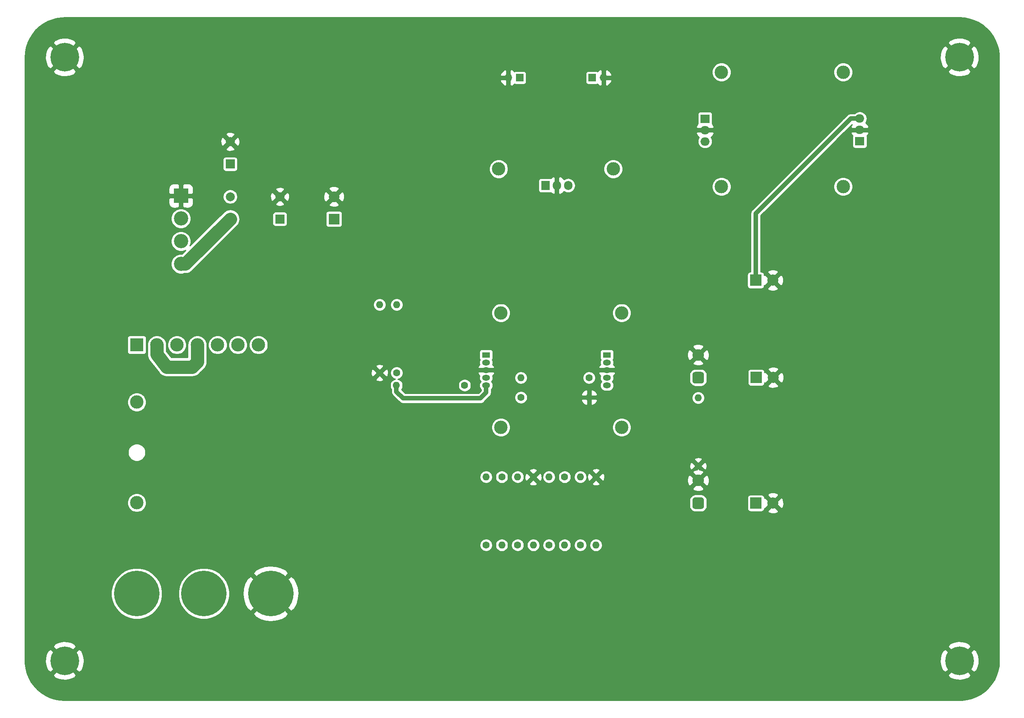
<source format=gbr>
G04 #@! TF.GenerationSoftware,KiCad,Pcbnew,(5.1.5)-3*
G04 #@! TF.CreationDate,2020-04-16T17:23:26-04:00*
G04 #@! TF.ProjectId,SAP-PSU,5341502d-5053-4552-9e6b-696361645f70,rev?*
G04 #@! TF.SameCoordinates,Original*
G04 #@! TF.FileFunction,Copper,L2,Bot*
G04 #@! TF.FilePolarity,Positive*
%FSLAX46Y46*%
G04 Gerber Fmt 4.6, Leading zero omitted, Abs format (unit mm)*
G04 Created by KiCad (PCBNEW (5.1.5)-3) date 2020-04-16 17:23:26*
%MOMM*%
%LPD*%
G04 APERTURE LIST*
%ADD10C,3.000000*%
%ADD11C,2.600000*%
%ADD12C,0.100000*%
%ADD13O,1.600000X1.600000*%
%ADD14C,1.600000*%
%ADD15C,2.499360*%
%ADD16R,2.499360X2.499360*%
%ADD17C,6.400000*%
%ADD18O,1.800000X1.275000*%
%ADD19R,1.800000X1.275000*%
%ADD20O,3.000000X3.000000*%
%ADD21R,3.000000X3.000000*%
%ADD22O,2.000000X1.905000*%
%ADD23R,2.000000X1.905000*%
%ADD24O,1.905000X2.000000*%
%ADD25R,1.905000X2.000000*%
%ADD26O,1.700000X1.700000*%
%ADD27R,1.700000X1.700000*%
%ADD28C,10.160000*%
%ADD29R,3.200000X3.200000*%
%ADD30C,3.200000*%
%ADD31C,2.400000*%
%ADD32R,2.400000X2.400000*%
%ADD33C,2.000000*%
%ADD34R,2.000000X2.000000*%
%ADD35C,1.000000*%
%ADD36C,1.000000*%
%ADD37C,3.000000*%
%ADD38C,0.254000*%
G04 APERTURE END LIST*
D10*
X557500000Y-367800000D03*
X557500000Y-342200000D03*
D11*
X601600000Y-379670000D03*
G04 #@! TA.AperFunction,ComponentPad*
D12*
G36*
X602313711Y-383453130D02*
G01*
X602376809Y-383462490D01*
X602438685Y-383477989D01*
X602498744Y-383499478D01*
X602556408Y-383526751D01*
X602611121Y-383559545D01*
X602662356Y-383597543D01*
X602709619Y-383640381D01*
X602752457Y-383687644D01*
X602790455Y-383738879D01*
X602823249Y-383793592D01*
X602850522Y-383851256D01*
X602872011Y-383911315D01*
X602887510Y-383973191D01*
X602896870Y-384036289D01*
X602900000Y-384100000D01*
X602900000Y-385400000D01*
X602896870Y-385463711D01*
X602887510Y-385526809D01*
X602872011Y-385588685D01*
X602850522Y-385648744D01*
X602823249Y-385706408D01*
X602790455Y-385761121D01*
X602752457Y-385812356D01*
X602709619Y-385859619D01*
X602662356Y-385902457D01*
X602611121Y-385940455D01*
X602556408Y-385973249D01*
X602498744Y-386000522D01*
X602438685Y-386022011D01*
X602376809Y-386037510D01*
X602313711Y-386046870D01*
X602250000Y-386050000D01*
X600950000Y-386050000D01*
X600886289Y-386046870D01*
X600823191Y-386037510D01*
X600761315Y-386022011D01*
X600701256Y-386000522D01*
X600643592Y-385973249D01*
X600588879Y-385940455D01*
X600537644Y-385902457D01*
X600490381Y-385859619D01*
X600447543Y-385812356D01*
X600409545Y-385761121D01*
X600376751Y-385706408D01*
X600349478Y-385648744D01*
X600327989Y-385588685D01*
X600312490Y-385526809D01*
X600303130Y-385463711D01*
X600300000Y-385400000D01*
X600300000Y-384100000D01*
X600303130Y-384036289D01*
X600312490Y-383973191D01*
X600327989Y-383911315D01*
X600349478Y-383851256D01*
X600376751Y-383793592D01*
X600409545Y-383738879D01*
X600447543Y-383687644D01*
X600490381Y-383640381D01*
X600537644Y-383597543D01*
X600588879Y-383559545D01*
X600643592Y-383526751D01*
X600701256Y-383499478D01*
X600761315Y-383477989D01*
X600823191Y-383462490D01*
X600886289Y-383453130D01*
X600950000Y-383450000D01*
X602250000Y-383450000D01*
X602313711Y-383453130D01*
G37*
G04 #@! TD.AperFunction*
D13*
X554200000Y-378900000D03*
D14*
X554200000Y-394140000D03*
D13*
X557700000Y-394150000D03*
D14*
X557700000Y-378910000D03*
D13*
X561250000Y-378900000D03*
D14*
X561250000Y-394140000D03*
D13*
X564750000Y-394150000D03*
D14*
X564750000Y-378910000D03*
D13*
X568250000Y-378900000D03*
D14*
X568250000Y-394140000D03*
D13*
X571750000Y-394150000D03*
D14*
X571750000Y-378910000D03*
D13*
X575250000Y-378900000D03*
D14*
X575250000Y-394140000D03*
D13*
X578750000Y-394150000D03*
D14*
X578750000Y-378910000D03*
D15*
X618310000Y-384750000D03*
D16*
X614500000Y-384750000D03*
D15*
X618360000Y-356650000D03*
D16*
X614550000Y-356650000D03*
D15*
X618260000Y-334900000D03*
D16*
X614450000Y-334900000D03*
D17*
X460000000Y-420000000D03*
X660000000Y-420000000D03*
X660000000Y-285000000D03*
X460000000Y-285000000D03*
D13*
X601600000Y-361200000D03*
D14*
X601600000Y-376440000D03*
D13*
X534200000Y-340360000D03*
D14*
X534200000Y-355600000D03*
D13*
X561960000Y-356700000D03*
D14*
X577200000Y-356700000D03*
D13*
X530400000Y-340360000D03*
D14*
X530400000Y-355600000D03*
D18*
X554200000Y-358400000D03*
X554200000Y-356700000D03*
X554200000Y-355000000D03*
X554200000Y-353300000D03*
D19*
X554200000Y-351600000D03*
D18*
X581200000Y-358400000D03*
X581200000Y-356700000D03*
X581200000Y-355000000D03*
X581200000Y-353300000D03*
D19*
X581200000Y-351600000D03*
D20*
X503324000Y-349354000D03*
X498724000Y-349354000D03*
X494184000Y-349354000D03*
X489644000Y-349354000D03*
X485104000Y-349354000D03*
X480624000Y-349354000D03*
D21*
X476124000Y-349354000D03*
D11*
X601600000Y-351600000D03*
G04 #@! TA.AperFunction,ComponentPad*
D12*
G36*
X602313711Y-355383130D02*
G01*
X602376809Y-355392490D01*
X602438685Y-355407989D01*
X602498744Y-355429478D01*
X602556408Y-355456751D01*
X602611121Y-355489545D01*
X602662356Y-355527543D01*
X602709619Y-355570381D01*
X602752457Y-355617644D01*
X602790455Y-355668879D01*
X602823249Y-355723592D01*
X602850522Y-355781256D01*
X602872011Y-355841315D01*
X602887510Y-355903191D01*
X602896870Y-355966289D01*
X602900000Y-356030000D01*
X602900000Y-357330000D01*
X602896870Y-357393711D01*
X602887510Y-357456809D01*
X602872011Y-357518685D01*
X602850522Y-357578744D01*
X602823249Y-357636408D01*
X602790455Y-357691121D01*
X602752457Y-357742356D01*
X602709619Y-357789619D01*
X602662356Y-357832457D01*
X602611121Y-357870455D01*
X602556408Y-357903249D01*
X602498744Y-357930522D01*
X602438685Y-357952011D01*
X602376809Y-357967510D01*
X602313711Y-357976870D01*
X602250000Y-357980000D01*
X600950000Y-357980000D01*
X600886289Y-357976870D01*
X600823191Y-357967510D01*
X600761315Y-357952011D01*
X600701256Y-357930522D01*
X600643592Y-357903249D01*
X600588879Y-357870455D01*
X600537644Y-357832457D01*
X600490381Y-357789619D01*
X600447543Y-357742356D01*
X600409545Y-357691121D01*
X600376751Y-357636408D01*
X600349478Y-357578744D01*
X600327989Y-357518685D01*
X600312490Y-357456809D01*
X600303130Y-357393711D01*
X600300000Y-357330000D01*
X600300000Y-356030000D01*
X600303130Y-355966289D01*
X600312490Y-355903191D01*
X600327989Y-355841315D01*
X600349478Y-355781256D01*
X600376751Y-355723592D01*
X600409545Y-355668879D01*
X600447543Y-355617644D01*
X600490381Y-355570381D01*
X600537644Y-355527543D01*
X600588879Y-355489545D01*
X600643592Y-355456751D01*
X600701256Y-355429478D01*
X600761315Y-355407989D01*
X600823191Y-355392490D01*
X600886289Y-355383130D01*
X600950000Y-355380000D01*
X602250000Y-355380000D01*
X602313711Y-355383130D01*
G37*
G04 #@! TD.AperFunction*
D13*
X534160000Y-358400000D03*
D14*
X549400000Y-358400000D03*
D13*
X577240000Y-361100000D03*
D14*
X562000000Y-361100000D03*
D22*
X637700000Y-298720000D03*
X637700000Y-301260000D03*
D23*
X637700000Y-303800000D03*
D22*
X603120000Y-303830000D03*
X603120000Y-301290000D03*
D23*
X603120000Y-298750000D03*
D24*
X572540000Y-313680000D03*
X570000000Y-313680000D03*
D25*
X567460000Y-313680000D03*
D26*
X580440000Y-289600000D03*
D27*
X577900000Y-289600000D03*
D26*
X559160000Y-289600000D03*
D27*
X561700000Y-289600000D03*
D28*
X491110000Y-404980000D03*
X506090000Y-404980000D03*
X476120000Y-404980000D03*
D10*
X634000000Y-313950000D03*
X634000000Y-288350000D03*
X584500000Y-367800000D03*
X584500000Y-342200000D03*
X606800000Y-288350000D03*
X606800000Y-313950000D03*
X557000000Y-310000000D03*
X582600000Y-310000000D03*
X476124000Y-384660000D03*
X476124000Y-362160000D03*
D29*
X486000000Y-316000000D03*
D30*
X486000000Y-321080000D03*
X486000000Y-326160000D03*
X486000000Y-331240000D03*
D31*
X520200000Y-316200000D03*
D32*
X520200000Y-321200000D03*
D33*
X508100000Y-316200000D03*
D34*
X508100000Y-321200000D03*
D33*
X497000000Y-303900000D03*
D34*
X497000000Y-308900000D03*
D33*
X497000000Y-316200000D03*
D34*
X497000000Y-321200000D03*
D35*
X555000000Y-280000000D03*
X565000000Y-280000000D03*
X575000000Y-280000000D03*
X585000000Y-280000000D03*
X585000000Y-290000000D03*
X475000000Y-425000000D03*
X485000000Y-425000000D03*
X495000000Y-425000000D03*
X505000000Y-425000000D03*
X515000000Y-425000000D03*
X525000000Y-425000000D03*
X535000000Y-425000000D03*
X545000000Y-425000000D03*
X555000000Y-425000000D03*
X565000000Y-425000000D03*
X575000000Y-425000000D03*
X585000000Y-425000000D03*
X595000000Y-425000000D03*
X605000000Y-425000000D03*
X615000000Y-425000000D03*
X625000000Y-425000000D03*
X635000000Y-425000000D03*
X645000000Y-425000000D03*
X535000000Y-410000000D03*
X545000000Y-410000000D03*
X555000000Y-410000000D03*
X565000000Y-410000000D03*
X575000000Y-410000000D03*
X585000000Y-410000000D03*
X595000000Y-410000000D03*
X605000000Y-410000000D03*
X615000000Y-410000000D03*
X625000000Y-410000000D03*
X635000000Y-410000000D03*
X645000000Y-410000000D03*
X645000000Y-395000000D03*
X645000000Y-380000000D03*
X645000000Y-365000000D03*
X645000000Y-350000000D03*
X645000000Y-335000000D03*
X635000000Y-335000000D03*
X635000000Y-350000000D03*
X635000000Y-365000000D03*
X635000000Y-380000000D03*
X635000000Y-395000000D03*
X625000000Y-335000000D03*
X625000000Y-350000000D03*
X625000000Y-365000000D03*
X625000000Y-380000000D03*
X625000000Y-395000000D03*
X615000000Y-395000000D03*
X605000000Y-395000000D03*
X595000000Y-395000000D03*
X585000000Y-395000000D03*
X545000000Y-395000000D03*
X535000000Y-395000000D03*
X545000000Y-380000000D03*
X535000000Y-380000000D03*
X535000000Y-365000000D03*
X465000000Y-410000000D03*
X455000000Y-410000000D03*
X465000000Y-395000000D03*
X465000000Y-380000000D03*
X465000000Y-365000000D03*
X465000000Y-350000000D03*
X465000000Y-335000000D03*
X465000000Y-320000000D03*
X465000000Y-305000000D03*
X465000000Y-290000000D03*
X535000000Y-305000000D03*
X535000000Y-290000000D03*
X545000000Y-290000000D03*
X545000000Y-305000000D03*
X655000000Y-335000000D03*
X665000000Y-335000000D03*
X665000000Y-320000000D03*
X655000000Y-320000000D03*
X655000000Y-305000000D03*
X665000000Y-305000000D03*
X655000000Y-290000000D03*
X665000000Y-290000000D03*
X655000000Y-350000000D03*
X665000000Y-350000000D03*
X655000000Y-365000000D03*
X665000000Y-365000000D03*
X665000000Y-380000000D03*
X655000000Y-380000000D03*
X655000000Y-395000000D03*
X665000000Y-395000000D03*
X655000000Y-410000000D03*
X665000000Y-410000000D03*
X525000000Y-395000000D03*
X510000000Y-395000000D03*
X525000000Y-380000000D03*
X525000000Y-365000000D03*
X510000000Y-365000000D03*
X495000000Y-395000000D03*
X495000000Y-380000000D03*
X495000000Y-365000000D03*
X510000000Y-350000000D03*
X525000000Y-350000000D03*
X525000000Y-335000000D03*
X510000000Y-335000000D03*
X510000000Y-305000000D03*
X525000000Y-305000000D03*
X525000000Y-290000000D03*
X510000000Y-290000000D03*
X485000000Y-305000000D03*
X485000000Y-290000000D03*
X455000000Y-395000000D03*
X455000000Y-380000000D03*
X455000000Y-365000000D03*
X455000000Y-350000000D03*
X455000000Y-335000000D03*
X455000000Y-320000000D03*
X455000000Y-305000000D03*
X455000000Y-290000000D03*
D36*
X635700000Y-298720000D02*
X634700000Y-299720000D01*
X637700000Y-298720000D02*
X635700000Y-298720000D01*
X634700000Y-299720000D02*
X634680000Y-299720000D01*
X614450000Y-319950000D02*
X614450000Y-334900000D01*
X634680000Y-299720000D02*
X614450000Y-319950000D01*
D37*
X489644000Y-353156000D02*
X489644000Y-349354000D01*
X488500000Y-354300000D02*
X489644000Y-353156000D01*
X482800000Y-354300000D02*
X488500000Y-354300000D01*
X480624000Y-349354000D02*
X480624000Y-351475320D01*
X480624000Y-351475320D02*
X482800000Y-354300000D01*
X486960000Y-331240000D02*
X497000000Y-321200000D01*
X486000000Y-331240000D02*
X486960000Y-331240000D01*
D36*
X554200000Y-360037500D02*
X554200000Y-358400000D01*
X535650000Y-361300000D02*
X552937500Y-361300000D01*
X534160000Y-359810000D02*
X535650000Y-361300000D01*
X552937500Y-361300000D02*
X554200000Y-360037500D01*
X534160000Y-358400000D02*
X534160000Y-359810000D01*
D38*
G36*
X661110796Y-276207129D02*
G01*
X662204078Y-276415683D01*
X663262593Y-276759616D01*
X664269671Y-277233511D01*
X665209395Y-277829877D01*
X666066976Y-278539331D01*
X666828871Y-279350667D01*
X667483072Y-280251098D01*
X668019260Y-281226420D01*
X668428982Y-282261259D01*
X668705773Y-283339290D01*
X668847508Y-284461241D01*
X668865000Y-285017833D01*
X668865001Y-419964321D01*
X668792871Y-421110795D01*
X668584317Y-422204076D01*
X668240383Y-423262596D01*
X667766491Y-424269668D01*
X667170120Y-425209399D01*
X666460669Y-426066976D01*
X665649337Y-426828867D01*
X664748906Y-427483070D01*
X663773574Y-428019264D01*
X662738740Y-428428982D01*
X661660710Y-428705773D01*
X660538758Y-428847508D01*
X659982167Y-428865000D01*
X460035663Y-428865000D01*
X458889205Y-428792871D01*
X457795924Y-428584317D01*
X456737404Y-428240383D01*
X455730332Y-427766491D01*
X454790601Y-427170120D01*
X453933024Y-426460669D01*
X453171133Y-425649337D01*
X452516930Y-424748906D01*
X451980736Y-423773574D01*
X451724684Y-423126857D01*
X457400645Y-423126857D01*
X457755531Y-423723831D01*
X458525141Y-424090152D01*
X459351430Y-424299292D01*
X460202642Y-424343212D01*
X461046066Y-424220225D01*
X461849291Y-423935057D01*
X462244469Y-423723831D01*
X462599355Y-423126857D01*
X657400645Y-423126857D01*
X657755531Y-423723831D01*
X658525141Y-424090152D01*
X659351430Y-424299292D01*
X660202642Y-424343212D01*
X661046066Y-424220225D01*
X661849291Y-423935057D01*
X662244469Y-423723831D01*
X662599355Y-423126857D01*
X660000000Y-420527502D01*
X657400645Y-423126857D01*
X462599355Y-423126857D01*
X460000000Y-420527502D01*
X457400645Y-423126857D01*
X451724684Y-423126857D01*
X451571018Y-422738740D01*
X451294227Y-421660710D01*
X451152492Y-420538758D01*
X451141929Y-420202642D01*
X455656788Y-420202642D01*
X455779775Y-421046066D01*
X456064943Y-421849291D01*
X456276169Y-422244469D01*
X456873143Y-422599355D01*
X459472498Y-420000000D01*
X460527502Y-420000000D01*
X463126857Y-422599355D01*
X463723831Y-422244469D01*
X464090152Y-421474859D01*
X464299292Y-420648570D01*
X464322300Y-420202642D01*
X655656788Y-420202642D01*
X655779775Y-421046066D01*
X656064943Y-421849291D01*
X656276169Y-422244469D01*
X656873143Y-422599355D01*
X659472498Y-420000000D01*
X660527502Y-420000000D01*
X663126857Y-422599355D01*
X663723831Y-422244469D01*
X664090152Y-421474859D01*
X664299292Y-420648570D01*
X664343212Y-419797358D01*
X664220225Y-418953934D01*
X663935057Y-418150709D01*
X663723831Y-417755531D01*
X663126857Y-417400645D01*
X660527502Y-420000000D01*
X659472498Y-420000000D01*
X656873143Y-417400645D01*
X656276169Y-417755531D01*
X655909848Y-418525141D01*
X655700708Y-419351430D01*
X655656788Y-420202642D01*
X464322300Y-420202642D01*
X464343212Y-419797358D01*
X464220225Y-418953934D01*
X463935057Y-418150709D01*
X463723831Y-417755531D01*
X463126857Y-417400645D01*
X460527502Y-420000000D01*
X459472498Y-420000000D01*
X456873143Y-417400645D01*
X456276169Y-417755531D01*
X455909848Y-418525141D01*
X455700708Y-419351430D01*
X455656788Y-420202642D01*
X451141929Y-420202642D01*
X451135000Y-419982167D01*
X451135000Y-416873143D01*
X457400645Y-416873143D01*
X460000000Y-419472498D01*
X462599355Y-416873143D01*
X657400645Y-416873143D01*
X660000000Y-419472498D01*
X662599355Y-416873143D01*
X662244469Y-416276169D01*
X661474859Y-415909848D01*
X660648570Y-415700708D01*
X659797358Y-415656788D01*
X658953934Y-415779775D01*
X658150709Y-416064943D01*
X657755531Y-416276169D01*
X657400645Y-416873143D01*
X462599355Y-416873143D01*
X462244469Y-416276169D01*
X461474859Y-415909848D01*
X460648570Y-415700708D01*
X459797358Y-415656788D01*
X458953934Y-415779775D01*
X458150709Y-416064943D01*
X457755531Y-416276169D01*
X457400645Y-416873143D01*
X451135000Y-416873143D01*
X451135000Y-404417122D01*
X470405000Y-404417122D01*
X470405000Y-405542878D01*
X470624625Y-406647004D01*
X471055433Y-407687067D01*
X471680870Y-408623100D01*
X472476900Y-409419130D01*
X473412933Y-410044567D01*
X474452996Y-410475375D01*
X475557122Y-410695000D01*
X476682878Y-410695000D01*
X477787004Y-410475375D01*
X478827067Y-410044567D01*
X479763100Y-409419130D01*
X480559130Y-408623100D01*
X481184567Y-407687067D01*
X481615375Y-406647004D01*
X481835000Y-405542878D01*
X481835000Y-404417122D01*
X485395000Y-404417122D01*
X485395000Y-405542878D01*
X485614625Y-406647004D01*
X486045433Y-407687067D01*
X486670870Y-408623100D01*
X487466900Y-409419130D01*
X488402933Y-410044567D01*
X489442996Y-410475375D01*
X490547122Y-410695000D01*
X491672878Y-410695000D01*
X492777004Y-410475375D01*
X493817067Y-410044567D01*
X494712131Y-409446504D01*
X502150998Y-409446504D01*
X502732289Y-410236078D01*
X503822216Y-410790142D01*
X504999293Y-411120924D01*
X506218286Y-411215714D01*
X507432349Y-411070869D01*
X508594826Y-410691956D01*
X509447711Y-410236078D01*
X510029002Y-409446504D01*
X506090000Y-405507502D01*
X502150998Y-409446504D01*
X494712131Y-409446504D01*
X494753100Y-409419130D01*
X495549130Y-408623100D01*
X496174567Y-407687067D01*
X496605375Y-406647004D01*
X496825000Y-405542878D01*
X496825000Y-405108286D01*
X499854286Y-405108286D01*
X499999131Y-406322349D01*
X500378044Y-407484826D01*
X500833922Y-408337711D01*
X501623496Y-408919002D01*
X505562498Y-404980000D01*
X506617502Y-404980000D01*
X510556504Y-408919002D01*
X511346078Y-408337711D01*
X511900142Y-407247784D01*
X512230924Y-406070707D01*
X512325714Y-404851714D01*
X512180869Y-403637651D01*
X511801956Y-402475174D01*
X511346078Y-401622289D01*
X510556504Y-401040998D01*
X506617502Y-404980000D01*
X505562498Y-404980000D01*
X501623496Y-401040998D01*
X500833922Y-401622289D01*
X500279858Y-402712216D01*
X499949076Y-403889293D01*
X499854286Y-405108286D01*
X496825000Y-405108286D01*
X496825000Y-404417122D01*
X496605375Y-403312996D01*
X496174567Y-402272933D01*
X495549130Y-401336900D01*
X494753100Y-400540870D01*
X494712132Y-400513496D01*
X502150998Y-400513496D01*
X506090000Y-404452498D01*
X510029002Y-400513496D01*
X509447711Y-399723922D01*
X508357784Y-399169858D01*
X507180707Y-398839076D01*
X505961714Y-398744286D01*
X504747651Y-398889131D01*
X503585174Y-399268044D01*
X502732289Y-399723922D01*
X502150998Y-400513496D01*
X494712132Y-400513496D01*
X493817067Y-399915433D01*
X492777004Y-399484625D01*
X491672878Y-399265000D01*
X490547122Y-399265000D01*
X489442996Y-399484625D01*
X488402933Y-399915433D01*
X487466900Y-400540870D01*
X486670870Y-401336900D01*
X486045433Y-402272933D01*
X485614625Y-403312996D01*
X485395000Y-404417122D01*
X481835000Y-404417122D01*
X481615375Y-403312996D01*
X481184567Y-402272933D01*
X480559130Y-401336900D01*
X479763100Y-400540870D01*
X478827067Y-399915433D01*
X477787004Y-399484625D01*
X476682878Y-399265000D01*
X475557122Y-399265000D01*
X474452996Y-399484625D01*
X473412933Y-399915433D01*
X472476900Y-400540870D01*
X471680870Y-401336900D01*
X471055433Y-402272933D01*
X470624625Y-403312996D01*
X470405000Y-404417122D01*
X451135000Y-404417122D01*
X451135000Y-393998665D01*
X552765000Y-393998665D01*
X552765000Y-394281335D01*
X552820147Y-394558574D01*
X552928320Y-394819727D01*
X553085363Y-395054759D01*
X553285241Y-395254637D01*
X553520273Y-395411680D01*
X553781426Y-395519853D01*
X554058665Y-395575000D01*
X554341335Y-395575000D01*
X554618574Y-395519853D01*
X554879727Y-395411680D01*
X555114759Y-395254637D01*
X555314637Y-395054759D01*
X555471680Y-394819727D01*
X555579853Y-394558574D01*
X555635000Y-394281335D01*
X555635000Y-394008665D01*
X556265000Y-394008665D01*
X556265000Y-394291335D01*
X556320147Y-394568574D01*
X556428320Y-394829727D01*
X556585363Y-395064759D01*
X556785241Y-395264637D01*
X557020273Y-395421680D01*
X557281426Y-395529853D01*
X557558665Y-395585000D01*
X557841335Y-395585000D01*
X558118574Y-395529853D01*
X558379727Y-395421680D01*
X558614759Y-395264637D01*
X558814637Y-395064759D01*
X558971680Y-394829727D01*
X559079853Y-394568574D01*
X559135000Y-394291335D01*
X559135000Y-394008665D01*
X559133011Y-393998665D01*
X559815000Y-393998665D01*
X559815000Y-394281335D01*
X559870147Y-394558574D01*
X559978320Y-394819727D01*
X560135363Y-395054759D01*
X560335241Y-395254637D01*
X560570273Y-395411680D01*
X560831426Y-395519853D01*
X561108665Y-395575000D01*
X561391335Y-395575000D01*
X561668574Y-395519853D01*
X561929727Y-395411680D01*
X562164759Y-395254637D01*
X562364637Y-395054759D01*
X562521680Y-394819727D01*
X562629853Y-394558574D01*
X562685000Y-394281335D01*
X562685000Y-394008665D01*
X563315000Y-394008665D01*
X563315000Y-394291335D01*
X563370147Y-394568574D01*
X563478320Y-394829727D01*
X563635363Y-395064759D01*
X563835241Y-395264637D01*
X564070273Y-395421680D01*
X564331426Y-395529853D01*
X564608665Y-395585000D01*
X564891335Y-395585000D01*
X565168574Y-395529853D01*
X565429727Y-395421680D01*
X565664759Y-395264637D01*
X565864637Y-395064759D01*
X566021680Y-394829727D01*
X566129853Y-394568574D01*
X566185000Y-394291335D01*
X566185000Y-394008665D01*
X566183011Y-393998665D01*
X566815000Y-393998665D01*
X566815000Y-394281335D01*
X566870147Y-394558574D01*
X566978320Y-394819727D01*
X567135363Y-395054759D01*
X567335241Y-395254637D01*
X567570273Y-395411680D01*
X567831426Y-395519853D01*
X568108665Y-395575000D01*
X568391335Y-395575000D01*
X568668574Y-395519853D01*
X568929727Y-395411680D01*
X569164759Y-395254637D01*
X569364637Y-395054759D01*
X569521680Y-394819727D01*
X569629853Y-394558574D01*
X569685000Y-394281335D01*
X569685000Y-394008665D01*
X570315000Y-394008665D01*
X570315000Y-394291335D01*
X570370147Y-394568574D01*
X570478320Y-394829727D01*
X570635363Y-395064759D01*
X570835241Y-395264637D01*
X571070273Y-395421680D01*
X571331426Y-395529853D01*
X571608665Y-395585000D01*
X571891335Y-395585000D01*
X572168574Y-395529853D01*
X572429727Y-395421680D01*
X572664759Y-395264637D01*
X572864637Y-395064759D01*
X573021680Y-394829727D01*
X573129853Y-394568574D01*
X573185000Y-394291335D01*
X573185000Y-394008665D01*
X573183011Y-393998665D01*
X573815000Y-393998665D01*
X573815000Y-394281335D01*
X573870147Y-394558574D01*
X573978320Y-394819727D01*
X574135363Y-395054759D01*
X574335241Y-395254637D01*
X574570273Y-395411680D01*
X574831426Y-395519853D01*
X575108665Y-395575000D01*
X575391335Y-395575000D01*
X575668574Y-395519853D01*
X575929727Y-395411680D01*
X576164759Y-395254637D01*
X576364637Y-395054759D01*
X576521680Y-394819727D01*
X576629853Y-394558574D01*
X576685000Y-394281335D01*
X576685000Y-394008665D01*
X577315000Y-394008665D01*
X577315000Y-394291335D01*
X577370147Y-394568574D01*
X577478320Y-394829727D01*
X577635363Y-395064759D01*
X577835241Y-395264637D01*
X578070273Y-395421680D01*
X578331426Y-395529853D01*
X578608665Y-395585000D01*
X578891335Y-395585000D01*
X579168574Y-395529853D01*
X579429727Y-395421680D01*
X579664759Y-395264637D01*
X579864637Y-395064759D01*
X580021680Y-394829727D01*
X580129853Y-394568574D01*
X580185000Y-394291335D01*
X580185000Y-394008665D01*
X580129853Y-393731426D01*
X580021680Y-393470273D01*
X579864637Y-393235241D01*
X579664759Y-393035363D01*
X579429727Y-392878320D01*
X579168574Y-392770147D01*
X578891335Y-392715000D01*
X578608665Y-392715000D01*
X578331426Y-392770147D01*
X578070273Y-392878320D01*
X577835241Y-393035363D01*
X577635363Y-393235241D01*
X577478320Y-393470273D01*
X577370147Y-393731426D01*
X577315000Y-394008665D01*
X576685000Y-394008665D01*
X576685000Y-393998665D01*
X576629853Y-393721426D01*
X576521680Y-393460273D01*
X576364637Y-393225241D01*
X576164759Y-393025363D01*
X575929727Y-392868320D01*
X575668574Y-392760147D01*
X575391335Y-392705000D01*
X575108665Y-392705000D01*
X574831426Y-392760147D01*
X574570273Y-392868320D01*
X574335241Y-393025363D01*
X574135363Y-393225241D01*
X573978320Y-393460273D01*
X573870147Y-393721426D01*
X573815000Y-393998665D01*
X573183011Y-393998665D01*
X573129853Y-393731426D01*
X573021680Y-393470273D01*
X572864637Y-393235241D01*
X572664759Y-393035363D01*
X572429727Y-392878320D01*
X572168574Y-392770147D01*
X571891335Y-392715000D01*
X571608665Y-392715000D01*
X571331426Y-392770147D01*
X571070273Y-392878320D01*
X570835241Y-393035363D01*
X570635363Y-393235241D01*
X570478320Y-393470273D01*
X570370147Y-393731426D01*
X570315000Y-394008665D01*
X569685000Y-394008665D01*
X569685000Y-393998665D01*
X569629853Y-393721426D01*
X569521680Y-393460273D01*
X569364637Y-393225241D01*
X569164759Y-393025363D01*
X568929727Y-392868320D01*
X568668574Y-392760147D01*
X568391335Y-392705000D01*
X568108665Y-392705000D01*
X567831426Y-392760147D01*
X567570273Y-392868320D01*
X567335241Y-393025363D01*
X567135363Y-393225241D01*
X566978320Y-393460273D01*
X566870147Y-393721426D01*
X566815000Y-393998665D01*
X566183011Y-393998665D01*
X566129853Y-393731426D01*
X566021680Y-393470273D01*
X565864637Y-393235241D01*
X565664759Y-393035363D01*
X565429727Y-392878320D01*
X565168574Y-392770147D01*
X564891335Y-392715000D01*
X564608665Y-392715000D01*
X564331426Y-392770147D01*
X564070273Y-392878320D01*
X563835241Y-393035363D01*
X563635363Y-393235241D01*
X563478320Y-393470273D01*
X563370147Y-393731426D01*
X563315000Y-394008665D01*
X562685000Y-394008665D01*
X562685000Y-393998665D01*
X562629853Y-393721426D01*
X562521680Y-393460273D01*
X562364637Y-393225241D01*
X562164759Y-393025363D01*
X561929727Y-392868320D01*
X561668574Y-392760147D01*
X561391335Y-392705000D01*
X561108665Y-392705000D01*
X560831426Y-392760147D01*
X560570273Y-392868320D01*
X560335241Y-393025363D01*
X560135363Y-393225241D01*
X559978320Y-393460273D01*
X559870147Y-393721426D01*
X559815000Y-393998665D01*
X559133011Y-393998665D01*
X559079853Y-393731426D01*
X558971680Y-393470273D01*
X558814637Y-393235241D01*
X558614759Y-393035363D01*
X558379727Y-392878320D01*
X558118574Y-392770147D01*
X557841335Y-392715000D01*
X557558665Y-392715000D01*
X557281426Y-392770147D01*
X557020273Y-392878320D01*
X556785241Y-393035363D01*
X556585363Y-393235241D01*
X556428320Y-393470273D01*
X556320147Y-393731426D01*
X556265000Y-394008665D01*
X555635000Y-394008665D01*
X555635000Y-393998665D01*
X555579853Y-393721426D01*
X555471680Y-393460273D01*
X555314637Y-393225241D01*
X555114759Y-393025363D01*
X554879727Y-392868320D01*
X554618574Y-392760147D01*
X554341335Y-392705000D01*
X554058665Y-392705000D01*
X553781426Y-392760147D01*
X553520273Y-392868320D01*
X553285241Y-393025363D01*
X553085363Y-393225241D01*
X552928320Y-393460273D01*
X552820147Y-393721426D01*
X552765000Y-393998665D01*
X451135000Y-393998665D01*
X451135000Y-384449721D01*
X473989000Y-384449721D01*
X473989000Y-384870279D01*
X474071047Y-385282756D01*
X474231988Y-385671302D01*
X474465637Y-386020983D01*
X474763017Y-386318363D01*
X475112698Y-386552012D01*
X475501244Y-386712953D01*
X475913721Y-386795000D01*
X476334279Y-386795000D01*
X476746756Y-386712953D01*
X477135302Y-386552012D01*
X477484983Y-386318363D01*
X477782363Y-386020983D01*
X478016012Y-385671302D01*
X478176953Y-385282756D01*
X478259000Y-384870279D01*
X478259000Y-384449721D01*
X478189436Y-384100000D01*
X599661928Y-384100000D01*
X599661928Y-385400000D01*
X599686678Y-385651290D01*
X599759977Y-385892924D01*
X599879007Y-386115614D01*
X600039196Y-386310804D01*
X600234386Y-386470993D01*
X600457076Y-386590023D01*
X600698710Y-386663322D01*
X600950000Y-386688072D01*
X602250000Y-386688072D01*
X602501290Y-386663322D01*
X602742924Y-386590023D01*
X602965614Y-386470993D01*
X603160804Y-386310804D01*
X603320993Y-386115614D01*
X603440023Y-385892924D01*
X603513322Y-385651290D01*
X603538072Y-385400000D01*
X603538072Y-384100000D01*
X603513322Y-383848710D01*
X603440023Y-383607076D01*
X603382961Y-383500320D01*
X612612248Y-383500320D01*
X612612248Y-385999680D01*
X612624508Y-386124162D01*
X612660818Y-386243860D01*
X612719783Y-386354174D01*
X612799135Y-386450865D01*
X612895826Y-386530217D01*
X613006140Y-386589182D01*
X613125838Y-386625492D01*
X613250320Y-386637752D01*
X615749680Y-386637752D01*
X615874162Y-386625492D01*
X615993860Y-386589182D01*
X616104174Y-386530217D01*
X616165748Y-386479684D01*
X617107818Y-386479684D01*
X617225254Y-386877610D01*
X617661173Y-387048352D01*
X618122026Y-387130770D01*
X618590103Y-387121696D01*
X619047416Y-387021479D01*
X619394746Y-386877610D01*
X619512182Y-386479684D01*
X618310000Y-385277502D01*
X617107818Y-386479684D01*
X616165748Y-386479684D01*
X616200865Y-386450865D01*
X616280217Y-386354174D01*
X616339182Y-386243860D01*
X616375492Y-386124162D01*
X616387752Y-385999680D01*
X616387752Y-385895352D01*
X616580316Y-385952182D01*
X617782498Y-384750000D01*
X618837502Y-384750000D01*
X620039684Y-385952182D01*
X620437610Y-385834746D01*
X620608352Y-385398827D01*
X620690770Y-384937974D01*
X620681696Y-384469897D01*
X620581479Y-384012584D01*
X620437610Y-383665254D01*
X620039684Y-383547818D01*
X618837502Y-384750000D01*
X617782498Y-384750000D01*
X616580316Y-383547818D01*
X616387752Y-383604648D01*
X616387752Y-383500320D01*
X616375492Y-383375838D01*
X616339182Y-383256140D01*
X616280217Y-383145826D01*
X616200865Y-383049135D01*
X616165749Y-383020316D01*
X617107818Y-383020316D01*
X618310000Y-384222498D01*
X619512182Y-383020316D01*
X619394746Y-382622390D01*
X618958827Y-382451648D01*
X618497974Y-382369230D01*
X618029897Y-382378304D01*
X617572584Y-382478521D01*
X617225254Y-382622390D01*
X617107818Y-383020316D01*
X616165749Y-383020316D01*
X616104174Y-382969783D01*
X615993860Y-382910818D01*
X615874162Y-382874508D01*
X615749680Y-382862248D01*
X613250320Y-382862248D01*
X613125838Y-382874508D01*
X613006140Y-382910818D01*
X612895826Y-382969783D01*
X612799135Y-383049135D01*
X612719783Y-383145826D01*
X612660818Y-383256140D01*
X612624508Y-383375838D01*
X612612248Y-383500320D01*
X603382961Y-383500320D01*
X603320993Y-383384386D01*
X603160804Y-383189196D01*
X602965614Y-383029007D01*
X602742924Y-382909977D01*
X602501290Y-382836678D01*
X602250000Y-382811928D01*
X600950000Y-382811928D01*
X600698710Y-382836678D01*
X600457076Y-382909977D01*
X600234386Y-383029007D01*
X600039196Y-383189196D01*
X599879007Y-383384386D01*
X599759977Y-383607076D01*
X599686678Y-383848710D01*
X599661928Y-384100000D01*
X478189436Y-384100000D01*
X478176953Y-384037244D01*
X478016012Y-383648698D01*
X477782363Y-383299017D01*
X477484983Y-383001637D01*
X477135302Y-382767988D01*
X476746756Y-382607047D01*
X476334279Y-382525000D01*
X475913721Y-382525000D01*
X475501244Y-382607047D01*
X475112698Y-382767988D01*
X474763017Y-383001637D01*
X474465637Y-383299017D01*
X474231988Y-383648698D01*
X474071047Y-384037244D01*
X473989000Y-384449721D01*
X451135000Y-384449721D01*
X451135000Y-381435998D01*
X600361504Y-381435998D01*
X600485172Y-381839014D01*
X600929747Y-382014829D01*
X601400079Y-382100533D01*
X601878094Y-382092834D01*
X602345421Y-381992026D01*
X602714828Y-381839014D01*
X602838496Y-381435998D01*
X601600000Y-380197502D01*
X600361504Y-381435998D01*
X451135000Y-381435998D01*
X451135000Y-378758665D01*
X552765000Y-378758665D01*
X552765000Y-379041335D01*
X552820147Y-379318574D01*
X552928320Y-379579727D01*
X553085363Y-379814759D01*
X553285241Y-380014637D01*
X553520273Y-380171680D01*
X553781426Y-380279853D01*
X554058665Y-380335000D01*
X554341335Y-380335000D01*
X554618574Y-380279853D01*
X554879727Y-380171680D01*
X555114759Y-380014637D01*
X555314637Y-379814759D01*
X555471680Y-379579727D01*
X555579853Y-379318574D01*
X555635000Y-379041335D01*
X555635000Y-378768665D01*
X556265000Y-378768665D01*
X556265000Y-379051335D01*
X556320147Y-379328574D01*
X556428320Y-379589727D01*
X556585363Y-379824759D01*
X556785241Y-380024637D01*
X557020273Y-380181680D01*
X557281426Y-380289853D01*
X557558665Y-380345000D01*
X557841335Y-380345000D01*
X558118574Y-380289853D01*
X558379727Y-380181680D01*
X558614759Y-380024637D01*
X558814637Y-379824759D01*
X558971680Y-379589727D01*
X559079853Y-379328574D01*
X559135000Y-379051335D01*
X559135000Y-378768665D01*
X559133011Y-378758665D01*
X559815000Y-378758665D01*
X559815000Y-379041335D01*
X559870147Y-379318574D01*
X559978320Y-379579727D01*
X560135363Y-379814759D01*
X560335241Y-380014637D01*
X560570273Y-380171680D01*
X560831426Y-380279853D01*
X561108665Y-380335000D01*
X561391335Y-380335000D01*
X561498948Y-380313594D01*
X563873907Y-380313594D01*
X563934937Y-380666423D01*
X564293260Y-380791685D01*
X564669135Y-380844634D01*
X565048117Y-380823236D01*
X565415643Y-380728314D01*
X565565063Y-380666423D01*
X565626093Y-380313594D01*
X564750000Y-379437502D01*
X563873907Y-380313594D01*
X561498948Y-380313594D01*
X561668574Y-380279853D01*
X561929727Y-380171680D01*
X562164759Y-380014637D01*
X562364637Y-379814759D01*
X562521680Y-379579727D01*
X562629853Y-379318574D01*
X562685000Y-379041335D01*
X562685000Y-378829135D01*
X562815366Y-378829135D01*
X562836764Y-379208117D01*
X562931686Y-379575643D01*
X562993577Y-379725063D01*
X563346406Y-379786093D01*
X564222498Y-378910000D01*
X565277502Y-378910000D01*
X566153594Y-379786093D01*
X566506423Y-379725063D01*
X566631685Y-379366740D01*
X566684634Y-378990865D01*
X566671524Y-378758665D01*
X566815000Y-378758665D01*
X566815000Y-379041335D01*
X566870147Y-379318574D01*
X566978320Y-379579727D01*
X567135363Y-379814759D01*
X567335241Y-380014637D01*
X567570273Y-380171680D01*
X567831426Y-380279853D01*
X568108665Y-380335000D01*
X568391335Y-380335000D01*
X568668574Y-380279853D01*
X568929727Y-380171680D01*
X569164759Y-380014637D01*
X569364637Y-379814759D01*
X569521680Y-379579727D01*
X569629853Y-379318574D01*
X569685000Y-379041335D01*
X569685000Y-378768665D01*
X570315000Y-378768665D01*
X570315000Y-379051335D01*
X570370147Y-379328574D01*
X570478320Y-379589727D01*
X570635363Y-379824759D01*
X570835241Y-380024637D01*
X571070273Y-380181680D01*
X571331426Y-380289853D01*
X571608665Y-380345000D01*
X571891335Y-380345000D01*
X572168574Y-380289853D01*
X572429727Y-380181680D01*
X572664759Y-380024637D01*
X572864637Y-379824759D01*
X573021680Y-379589727D01*
X573129853Y-379328574D01*
X573185000Y-379051335D01*
X573185000Y-378768665D01*
X573183011Y-378758665D01*
X573815000Y-378758665D01*
X573815000Y-379041335D01*
X573870147Y-379318574D01*
X573978320Y-379579727D01*
X574135363Y-379814759D01*
X574335241Y-380014637D01*
X574570273Y-380171680D01*
X574831426Y-380279853D01*
X575108665Y-380335000D01*
X575391335Y-380335000D01*
X575498948Y-380313594D01*
X577873907Y-380313594D01*
X577934937Y-380666423D01*
X578293260Y-380791685D01*
X578669135Y-380844634D01*
X579048117Y-380823236D01*
X579415643Y-380728314D01*
X579565063Y-380666423D01*
X579626093Y-380313594D01*
X578750000Y-379437502D01*
X577873907Y-380313594D01*
X575498948Y-380313594D01*
X575668574Y-380279853D01*
X575929727Y-380171680D01*
X576164759Y-380014637D01*
X576364637Y-379814759D01*
X576521680Y-379579727D01*
X576629853Y-379318574D01*
X576685000Y-379041335D01*
X576685000Y-378829135D01*
X576815366Y-378829135D01*
X576836764Y-379208117D01*
X576931686Y-379575643D01*
X576993577Y-379725063D01*
X577346406Y-379786093D01*
X578222498Y-378910000D01*
X579277502Y-378910000D01*
X580153594Y-379786093D01*
X580506423Y-379725063D01*
X580595559Y-379470079D01*
X599169467Y-379470079D01*
X599177166Y-379948094D01*
X599277974Y-380415421D01*
X599430986Y-380784828D01*
X599834002Y-380908496D01*
X601072498Y-379670000D01*
X602127502Y-379670000D01*
X603365998Y-380908496D01*
X603769014Y-380784828D01*
X603944829Y-380340253D01*
X604030533Y-379869921D01*
X604022834Y-379391906D01*
X603922026Y-378924579D01*
X603769014Y-378555172D01*
X603365998Y-378431504D01*
X602127502Y-379670000D01*
X601072498Y-379670000D01*
X599834002Y-378431504D01*
X599430986Y-378555172D01*
X599255171Y-378999747D01*
X599169467Y-379470079D01*
X580595559Y-379470079D01*
X580631685Y-379366740D01*
X580684634Y-378990865D01*
X580663236Y-378611883D01*
X580568314Y-378244357D01*
X580506423Y-378094937D01*
X580153594Y-378033907D01*
X579277502Y-378910000D01*
X578222498Y-378910000D01*
X577346406Y-378033907D01*
X576993577Y-378094937D01*
X576868315Y-378453260D01*
X576815366Y-378829135D01*
X576685000Y-378829135D01*
X576685000Y-378758665D01*
X576629853Y-378481426D01*
X576521680Y-378220273D01*
X576364637Y-377985241D01*
X576164759Y-377785363D01*
X575929727Y-377628320D01*
X575668574Y-377520147D01*
X575599495Y-377506406D01*
X577873907Y-377506406D01*
X578750000Y-378382498D01*
X579228496Y-377904002D01*
X600361504Y-377904002D01*
X601600000Y-379142498D01*
X602838496Y-377904002D01*
X602714828Y-377500986D01*
X602270253Y-377325171D01*
X601888018Y-377255520D01*
X601600000Y-376967502D01*
X601319904Y-377247598D01*
X600854579Y-377347974D01*
X600485172Y-377500986D01*
X600361504Y-377904002D01*
X579228496Y-377904002D01*
X579626093Y-377506406D01*
X579565063Y-377153577D01*
X579206740Y-377028315D01*
X578830865Y-376975366D01*
X578451883Y-376996764D01*
X578084357Y-377091686D01*
X577934937Y-377153577D01*
X577873907Y-377506406D01*
X575599495Y-377506406D01*
X575391335Y-377465000D01*
X575108665Y-377465000D01*
X574831426Y-377520147D01*
X574570273Y-377628320D01*
X574335241Y-377785363D01*
X574135363Y-377985241D01*
X573978320Y-378220273D01*
X573870147Y-378481426D01*
X573815000Y-378758665D01*
X573183011Y-378758665D01*
X573129853Y-378491426D01*
X573021680Y-378230273D01*
X572864637Y-377995241D01*
X572664759Y-377795363D01*
X572429727Y-377638320D01*
X572168574Y-377530147D01*
X571891335Y-377475000D01*
X571608665Y-377475000D01*
X571331426Y-377530147D01*
X571070273Y-377638320D01*
X570835241Y-377795363D01*
X570635363Y-377995241D01*
X570478320Y-378230273D01*
X570370147Y-378491426D01*
X570315000Y-378768665D01*
X569685000Y-378768665D01*
X569685000Y-378758665D01*
X569629853Y-378481426D01*
X569521680Y-378220273D01*
X569364637Y-377985241D01*
X569164759Y-377785363D01*
X568929727Y-377628320D01*
X568668574Y-377520147D01*
X568391335Y-377465000D01*
X568108665Y-377465000D01*
X567831426Y-377520147D01*
X567570273Y-377628320D01*
X567335241Y-377785363D01*
X567135363Y-377985241D01*
X566978320Y-378220273D01*
X566870147Y-378481426D01*
X566815000Y-378758665D01*
X566671524Y-378758665D01*
X566663236Y-378611883D01*
X566568314Y-378244357D01*
X566506423Y-378094937D01*
X566153594Y-378033907D01*
X565277502Y-378910000D01*
X564222498Y-378910000D01*
X563346406Y-378033907D01*
X562993577Y-378094937D01*
X562868315Y-378453260D01*
X562815366Y-378829135D01*
X562685000Y-378829135D01*
X562685000Y-378758665D01*
X562629853Y-378481426D01*
X562521680Y-378220273D01*
X562364637Y-377985241D01*
X562164759Y-377785363D01*
X561929727Y-377628320D01*
X561668574Y-377520147D01*
X561599495Y-377506406D01*
X563873907Y-377506406D01*
X564750000Y-378382498D01*
X565626093Y-377506406D01*
X565565063Y-377153577D01*
X565206740Y-377028315D01*
X564830865Y-376975366D01*
X564451883Y-376996764D01*
X564084357Y-377091686D01*
X563934937Y-377153577D01*
X563873907Y-377506406D01*
X561599495Y-377506406D01*
X561391335Y-377465000D01*
X561108665Y-377465000D01*
X560831426Y-377520147D01*
X560570273Y-377628320D01*
X560335241Y-377785363D01*
X560135363Y-377985241D01*
X559978320Y-378220273D01*
X559870147Y-378481426D01*
X559815000Y-378758665D01*
X559133011Y-378758665D01*
X559079853Y-378491426D01*
X558971680Y-378230273D01*
X558814637Y-377995241D01*
X558614759Y-377795363D01*
X558379727Y-377638320D01*
X558118574Y-377530147D01*
X557841335Y-377475000D01*
X557558665Y-377475000D01*
X557281426Y-377530147D01*
X557020273Y-377638320D01*
X556785241Y-377795363D01*
X556585363Y-377995241D01*
X556428320Y-378230273D01*
X556320147Y-378491426D01*
X556265000Y-378768665D01*
X555635000Y-378768665D01*
X555635000Y-378758665D01*
X555579853Y-378481426D01*
X555471680Y-378220273D01*
X555314637Y-377985241D01*
X555114759Y-377785363D01*
X554879727Y-377628320D01*
X554618574Y-377520147D01*
X554341335Y-377465000D01*
X554058665Y-377465000D01*
X553781426Y-377520147D01*
X553520273Y-377628320D01*
X553285241Y-377785363D01*
X553085363Y-377985241D01*
X552928320Y-378220273D01*
X552820147Y-378481426D01*
X552765000Y-378758665D01*
X451135000Y-378758665D01*
X451135000Y-376359135D01*
X599665366Y-376359135D01*
X599686764Y-376738117D01*
X599781686Y-377105643D01*
X599843577Y-377255063D01*
X600196406Y-377316093D01*
X601072498Y-376440000D01*
X602127502Y-376440000D01*
X603003594Y-377316093D01*
X603356423Y-377255063D01*
X603481685Y-376896740D01*
X603534634Y-376520865D01*
X603513236Y-376141883D01*
X603418314Y-375774357D01*
X603356423Y-375624937D01*
X603003594Y-375563907D01*
X602127502Y-376440000D01*
X601072498Y-376440000D01*
X600196406Y-375563907D01*
X599843577Y-375624937D01*
X599718315Y-375983260D01*
X599665366Y-376359135D01*
X451135000Y-376359135D01*
X451135000Y-373214495D01*
X474139000Y-373214495D01*
X474139000Y-373605505D01*
X474215282Y-373989003D01*
X474364915Y-374350250D01*
X474582149Y-374675364D01*
X474858636Y-374951851D01*
X475183750Y-375169085D01*
X475544997Y-375318718D01*
X475928495Y-375395000D01*
X476319505Y-375395000D01*
X476703003Y-375318718D01*
X477064250Y-375169085D01*
X477262818Y-375036406D01*
X600723907Y-375036406D01*
X601600000Y-375912498D01*
X602476093Y-375036406D01*
X602415063Y-374683577D01*
X602056740Y-374558315D01*
X601680865Y-374505366D01*
X601301883Y-374526764D01*
X600934357Y-374621686D01*
X600784937Y-374683577D01*
X600723907Y-375036406D01*
X477262818Y-375036406D01*
X477389364Y-374951851D01*
X477665851Y-374675364D01*
X477883085Y-374350250D01*
X478032718Y-373989003D01*
X478109000Y-373605505D01*
X478109000Y-373214495D01*
X478032718Y-372830997D01*
X477883085Y-372469750D01*
X477665851Y-372144636D01*
X477389364Y-371868149D01*
X477064250Y-371650915D01*
X476703003Y-371501282D01*
X476319505Y-371425000D01*
X475928495Y-371425000D01*
X475544997Y-371501282D01*
X475183750Y-371650915D01*
X474858636Y-371868149D01*
X474582149Y-372144636D01*
X474364915Y-372469750D01*
X474215282Y-372830997D01*
X474139000Y-373214495D01*
X451135000Y-373214495D01*
X451135000Y-367589721D01*
X555365000Y-367589721D01*
X555365000Y-368010279D01*
X555447047Y-368422756D01*
X555607988Y-368811302D01*
X555841637Y-369160983D01*
X556139017Y-369458363D01*
X556488698Y-369692012D01*
X556877244Y-369852953D01*
X557289721Y-369935000D01*
X557710279Y-369935000D01*
X558122756Y-369852953D01*
X558511302Y-369692012D01*
X558860983Y-369458363D01*
X559158363Y-369160983D01*
X559392012Y-368811302D01*
X559552953Y-368422756D01*
X559635000Y-368010279D01*
X559635000Y-367589721D01*
X582365000Y-367589721D01*
X582365000Y-368010279D01*
X582447047Y-368422756D01*
X582607988Y-368811302D01*
X582841637Y-369160983D01*
X583139017Y-369458363D01*
X583488698Y-369692012D01*
X583877244Y-369852953D01*
X584289721Y-369935000D01*
X584710279Y-369935000D01*
X585122756Y-369852953D01*
X585511302Y-369692012D01*
X585860983Y-369458363D01*
X586158363Y-369160983D01*
X586392012Y-368811302D01*
X586552953Y-368422756D01*
X586635000Y-368010279D01*
X586635000Y-367589721D01*
X586552953Y-367177244D01*
X586392012Y-366788698D01*
X586158363Y-366439017D01*
X585860983Y-366141637D01*
X585511302Y-365907988D01*
X585122756Y-365747047D01*
X584710279Y-365665000D01*
X584289721Y-365665000D01*
X583877244Y-365747047D01*
X583488698Y-365907988D01*
X583139017Y-366141637D01*
X582841637Y-366439017D01*
X582607988Y-366788698D01*
X582447047Y-367177244D01*
X582365000Y-367589721D01*
X559635000Y-367589721D01*
X559552953Y-367177244D01*
X559392012Y-366788698D01*
X559158363Y-366439017D01*
X558860983Y-366141637D01*
X558511302Y-365907988D01*
X558122756Y-365747047D01*
X557710279Y-365665000D01*
X557289721Y-365665000D01*
X556877244Y-365747047D01*
X556488698Y-365907988D01*
X556139017Y-366141637D01*
X555841637Y-366439017D01*
X555607988Y-366788698D01*
X555447047Y-367177244D01*
X555365000Y-367589721D01*
X451135000Y-367589721D01*
X451135000Y-361949721D01*
X473989000Y-361949721D01*
X473989000Y-362370279D01*
X474071047Y-362782756D01*
X474231988Y-363171302D01*
X474465637Y-363520983D01*
X474763017Y-363818363D01*
X475112698Y-364052012D01*
X475501244Y-364212953D01*
X475913721Y-364295000D01*
X476334279Y-364295000D01*
X476746756Y-364212953D01*
X477135302Y-364052012D01*
X477484983Y-363818363D01*
X477782363Y-363520983D01*
X478016012Y-363171302D01*
X478176953Y-362782756D01*
X478259000Y-362370279D01*
X478259000Y-361949721D01*
X478176953Y-361537244D01*
X478016012Y-361148698D01*
X477782363Y-360799017D01*
X477484983Y-360501637D01*
X477135302Y-360267988D01*
X476746756Y-360107047D01*
X476334279Y-360025000D01*
X475913721Y-360025000D01*
X475501244Y-360107047D01*
X475112698Y-360267988D01*
X474763017Y-360501637D01*
X474465637Y-360799017D01*
X474231988Y-361148698D01*
X474071047Y-361537244D01*
X473989000Y-361949721D01*
X451135000Y-361949721D01*
X451135000Y-358258665D01*
X532725000Y-358258665D01*
X532725000Y-358541335D01*
X532780147Y-358818574D01*
X532888320Y-359079727D01*
X533025000Y-359284284D01*
X533025000Y-359754249D01*
X533019509Y-359810000D01*
X533025000Y-359865751D01*
X533025000Y-359865752D01*
X533041423Y-360032499D01*
X533106324Y-360246447D01*
X533211717Y-360443623D01*
X533353552Y-360616449D01*
X533396860Y-360651991D01*
X534808008Y-362063140D01*
X534843551Y-362106449D01*
X535016377Y-362248284D01*
X535213553Y-362353676D01*
X535377705Y-362403471D01*
X535427500Y-362418577D01*
X535448493Y-362420644D01*
X535594248Y-362435000D01*
X535594255Y-362435000D01*
X535649999Y-362440490D01*
X535705743Y-362435000D01*
X552881749Y-362435000D01*
X552937500Y-362440491D01*
X552993251Y-362435000D01*
X552993252Y-362435000D01*
X553159999Y-362418577D01*
X553373947Y-362353676D01*
X553571123Y-362248284D01*
X553743949Y-362106449D01*
X553779495Y-362063136D01*
X554883967Y-360958665D01*
X560565000Y-360958665D01*
X560565000Y-361241335D01*
X560620147Y-361518574D01*
X560728320Y-361779727D01*
X560885363Y-362014759D01*
X561085241Y-362214637D01*
X561320273Y-362371680D01*
X561581426Y-362479853D01*
X561858665Y-362535000D01*
X562141335Y-362535000D01*
X562418574Y-362479853D01*
X562679727Y-362371680D01*
X562914759Y-362214637D01*
X563114637Y-362014759D01*
X563271680Y-361779727D01*
X563278129Y-361764156D01*
X575431071Y-361764156D01*
X575491256Y-361909484D01*
X575682780Y-362235093D01*
X575934147Y-362517081D01*
X576235697Y-362744612D01*
X576575842Y-362908941D01*
X576867000Y-362708817D01*
X576867000Y-361473000D01*
X577613000Y-361473000D01*
X577613000Y-362708817D01*
X577904158Y-362908941D01*
X578244303Y-362744612D01*
X578545853Y-362517081D01*
X578797220Y-362235093D01*
X578988744Y-361909484D01*
X579048929Y-361764156D01*
X578842410Y-361473000D01*
X577613000Y-361473000D01*
X576867000Y-361473000D01*
X575637590Y-361473000D01*
X575431071Y-361764156D01*
X563278129Y-361764156D01*
X563379853Y-361518574D01*
X563435000Y-361241335D01*
X563435000Y-361058665D01*
X600165000Y-361058665D01*
X600165000Y-361341335D01*
X600220147Y-361618574D01*
X600328320Y-361879727D01*
X600485363Y-362114759D01*
X600685241Y-362314637D01*
X600920273Y-362471680D01*
X601181426Y-362579853D01*
X601458665Y-362635000D01*
X601741335Y-362635000D01*
X602018574Y-362579853D01*
X602279727Y-362471680D01*
X602514759Y-362314637D01*
X602714637Y-362114759D01*
X602871680Y-361879727D01*
X602979853Y-361618574D01*
X603035000Y-361341335D01*
X603035000Y-361058665D01*
X602979853Y-360781426D01*
X602871680Y-360520273D01*
X602714637Y-360285241D01*
X602514759Y-360085363D01*
X602279727Y-359928320D01*
X602018574Y-359820147D01*
X601741335Y-359765000D01*
X601458665Y-359765000D01*
X601181426Y-359820147D01*
X600920273Y-359928320D01*
X600685241Y-360085363D01*
X600485363Y-360285241D01*
X600328320Y-360520273D01*
X600220147Y-360781426D01*
X600165000Y-361058665D01*
X563435000Y-361058665D01*
X563435000Y-360958665D01*
X563379853Y-360681426D01*
X563278130Y-360435844D01*
X575431071Y-360435844D01*
X575637590Y-360727000D01*
X576867000Y-360727000D01*
X576867000Y-359491183D01*
X577613000Y-359491183D01*
X577613000Y-360727000D01*
X578842410Y-360727000D01*
X579048929Y-360435844D01*
X578988744Y-360290516D01*
X578797220Y-359964907D01*
X578545853Y-359682919D01*
X578244303Y-359455388D01*
X577904158Y-359291059D01*
X577613000Y-359491183D01*
X576867000Y-359491183D01*
X576575842Y-359291059D01*
X576235697Y-359455388D01*
X575934147Y-359682919D01*
X575682780Y-359964907D01*
X575491256Y-360290516D01*
X575431071Y-360435844D01*
X563278130Y-360435844D01*
X563271680Y-360420273D01*
X563114637Y-360185241D01*
X562914759Y-359985363D01*
X562679727Y-359828320D01*
X562418574Y-359720147D01*
X562141335Y-359665000D01*
X561858665Y-359665000D01*
X561581426Y-359720147D01*
X561320273Y-359828320D01*
X561085241Y-359985363D01*
X560885363Y-360185241D01*
X560728320Y-360420273D01*
X560620147Y-360681426D01*
X560565000Y-360958665D01*
X554883967Y-360958665D01*
X554963146Y-360879487D01*
X555006449Y-360843949D01*
X555057761Y-360781426D01*
X555148284Y-360671123D01*
X555253676Y-360473947D01*
X555318577Y-360259999D01*
X555326316Y-360181423D01*
X555335000Y-360093252D01*
X555335000Y-360093251D01*
X555340491Y-360037500D01*
X555335000Y-359981748D01*
X555335000Y-359330119D01*
X555366647Y-359304147D01*
X555525664Y-359110384D01*
X555643825Y-358889321D01*
X555716588Y-358649454D01*
X555741157Y-358400000D01*
X555716588Y-358150546D01*
X555643825Y-357910679D01*
X555525664Y-357689616D01*
X555411084Y-357550000D01*
X555525664Y-357410384D01*
X555643825Y-357189321D01*
X555716588Y-356949454D01*
X555741157Y-356700000D01*
X555727237Y-356558665D01*
X560525000Y-356558665D01*
X560525000Y-356841335D01*
X560580147Y-357118574D01*
X560688320Y-357379727D01*
X560845363Y-357614759D01*
X561045241Y-357814637D01*
X561280273Y-357971680D01*
X561541426Y-358079853D01*
X561818665Y-358135000D01*
X562101335Y-358135000D01*
X562378574Y-358079853D01*
X562639727Y-357971680D01*
X562874759Y-357814637D01*
X563074637Y-357614759D01*
X563231680Y-357379727D01*
X563339853Y-357118574D01*
X563395000Y-356841335D01*
X563395000Y-356558665D01*
X575765000Y-356558665D01*
X575765000Y-356841335D01*
X575820147Y-357118574D01*
X575928320Y-357379727D01*
X576085363Y-357614759D01*
X576285241Y-357814637D01*
X576520273Y-357971680D01*
X576781426Y-358079853D01*
X577058665Y-358135000D01*
X577341335Y-358135000D01*
X577618574Y-358079853D01*
X577879727Y-357971680D01*
X578114759Y-357814637D01*
X578314637Y-357614759D01*
X578471680Y-357379727D01*
X578579853Y-357118574D01*
X578635000Y-356841335D01*
X578635000Y-356558665D01*
X578579853Y-356281426D01*
X578471680Y-356020273D01*
X578314637Y-355785241D01*
X578167595Y-355638199D01*
X579292458Y-355638199D01*
X579454517Y-355940864D01*
X579666566Y-356212101D01*
X579737274Y-356272989D01*
X579683412Y-356450546D01*
X579658843Y-356700000D01*
X579683412Y-356949454D01*
X579756175Y-357189321D01*
X579874336Y-357410384D01*
X579988916Y-357550000D01*
X579874336Y-357689616D01*
X579756175Y-357910679D01*
X579683412Y-358150546D01*
X579658843Y-358400000D01*
X579683412Y-358649454D01*
X579756175Y-358889321D01*
X579874336Y-359110384D01*
X580033353Y-359304147D01*
X580227116Y-359463164D01*
X580448179Y-359581325D01*
X580688046Y-359654088D01*
X580874987Y-359672500D01*
X581525013Y-359672500D01*
X581711954Y-359654088D01*
X581951821Y-359581325D01*
X582172884Y-359463164D01*
X582366647Y-359304147D01*
X582525664Y-359110384D01*
X582643825Y-358889321D01*
X582716588Y-358649454D01*
X582741157Y-358400000D01*
X582716588Y-358150546D01*
X582643825Y-357910679D01*
X582525664Y-357689616D01*
X582411084Y-357550000D01*
X582525664Y-357410384D01*
X582643825Y-357189321D01*
X582716588Y-356949454D01*
X582741157Y-356700000D01*
X582716588Y-356450546D01*
X582662726Y-356272989D01*
X582733434Y-356212101D01*
X582875797Y-356030000D01*
X599661928Y-356030000D01*
X599661928Y-357330000D01*
X599686678Y-357581290D01*
X599759977Y-357822924D01*
X599879007Y-358045614D01*
X600039196Y-358240804D01*
X600234386Y-358400993D01*
X600457076Y-358520023D01*
X600698710Y-358593322D01*
X600950000Y-358618072D01*
X602250000Y-358618072D01*
X602501290Y-358593322D01*
X602742924Y-358520023D01*
X602965614Y-358400993D01*
X603160804Y-358240804D01*
X603320993Y-358045614D01*
X603440023Y-357822924D01*
X603513322Y-357581290D01*
X603538072Y-357330000D01*
X603538072Y-356030000D01*
X603513322Y-355778710D01*
X603440023Y-355537076D01*
X603366926Y-355400320D01*
X612662248Y-355400320D01*
X612662248Y-357899680D01*
X612674508Y-358024162D01*
X612710818Y-358143860D01*
X612769783Y-358254174D01*
X612849135Y-358350865D01*
X612945826Y-358430217D01*
X613056140Y-358489182D01*
X613175838Y-358525492D01*
X613300320Y-358537752D01*
X615799680Y-358537752D01*
X615924162Y-358525492D01*
X616043860Y-358489182D01*
X616154174Y-358430217D01*
X616215748Y-358379684D01*
X617157818Y-358379684D01*
X617275254Y-358777610D01*
X617711173Y-358948352D01*
X618172026Y-359030770D01*
X618640103Y-359021696D01*
X619097416Y-358921479D01*
X619444746Y-358777610D01*
X619562182Y-358379684D01*
X618360000Y-357177502D01*
X617157818Y-358379684D01*
X616215748Y-358379684D01*
X616250865Y-358350865D01*
X616330217Y-358254174D01*
X616389182Y-358143860D01*
X616425492Y-358024162D01*
X616437752Y-357899680D01*
X616437752Y-357795352D01*
X616630316Y-357852182D01*
X617832498Y-356650000D01*
X618887502Y-356650000D01*
X620089684Y-357852182D01*
X620487610Y-357734746D01*
X620658352Y-357298827D01*
X620740770Y-356837974D01*
X620731696Y-356369897D01*
X620631479Y-355912584D01*
X620487610Y-355565254D01*
X620089684Y-355447818D01*
X618887502Y-356650000D01*
X617832498Y-356650000D01*
X616630316Y-355447818D01*
X616437752Y-355504648D01*
X616437752Y-355400320D01*
X616425492Y-355275838D01*
X616389182Y-355156140D01*
X616330217Y-355045826D01*
X616250865Y-354949135D01*
X616215749Y-354920316D01*
X617157818Y-354920316D01*
X618360000Y-356122498D01*
X619562182Y-354920316D01*
X619444746Y-354522390D01*
X619008827Y-354351648D01*
X618547974Y-354269230D01*
X618079897Y-354278304D01*
X617622584Y-354378521D01*
X617275254Y-354522390D01*
X617157818Y-354920316D01*
X616215749Y-354920316D01*
X616154174Y-354869783D01*
X616043860Y-354810818D01*
X615924162Y-354774508D01*
X615799680Y-354762248D01*
X613300320Y-354762248D01*
X613175838Y-354774508D01*
X613056140Y-354810818D01*
X612945826Y-354869783D01*
X612849135Y-354949135D01*
X612769783Y-355045826D01*
X612710818Y-355156140D01*
X612674508Y-355275838D01*
X612662248Y-355400320D01*
X603366926Y-355400320D01*
X603320993Y-355314386D01*
X603160804Y-355119196D01*
X602965614Y-354959007D01*
X602742924Y-354839977D01*
X602501290Y-354766678D01*
X602250000Y-354741928D01*
X600950000Y-354741928D01*
X600698710Y-354766678D01*
X600457076Y-354839977D01*
X600234386Y-354959007D01*
X600039196Y-355119196D01*
X599879007Y-355314386D01*
X599759977Y-355537076D01*
X599686678Y-355778710D01*
X599661928Y-356030000D01*
X582875797Y-356030000D01*
X582945483Y-355940864D01*
X583107542Y-355638199D01*
X582897567Y-355373000D01*
X581573000Y-355373000D01*
X581573000Y-355393000D01*
X580827000Y-355393000D01*
X580827000Y-355373000D01*
X579502433Y-355373000D01*
X579292458Y-355638199D01*
X578167595Y-355638199D01*
X578114759Y-355585363D01*
X577879727Y-355428320D01*
X577618574Y-355320147D01*
X577341335Y-355265000D01*
X577058665Y-355265000D01*
X576781426Y-355320147D01*
X576520273Y-355428320D01*
X576285241Y-355585363D01*
X576085363Y-355785241D01*
X575928320Y-356020273D01*
X575820147Y-356281426D01*
X575765000Y-356558665D01*
X563395000Y-356558665D01*
X563339853Y-356281426D01*
X563231680Y-356020273D01*
X563074637Y-355785241D01*
X562874759Y-355585363D01*
X562639727Y-355428320D01*
X562378574Y-355320147D01*
X562101335Y-355265000D01*
X561818665Y-355265000D01*
X561541426Y-355320147D01*
X561280273Y-355428320D01*
X561045241Y-355585363D01*
X560845363Y-355785241D01*
X560688320Y-356020273D01*
X560580147Y-356281426D01*
X560525000Y-356558665D01*
X555727237Y-356558665D01*
X555716588Y-356450546D01*
X555662726Y-356272989D01*
X555733434Y-356212101D01*
X555945483Y-355940864D01*
X556107542Y-355638199D01*
X555897567Y-355373000D01*
X554573000Y-355373000D01*
X554573000Y-355393000D01*
X553827000Y-355393000D01*
X553827000Y-355373000D01*
X552502433Y-355373000D01*
X552292458Y-355638199D01*
X552454517Y-355940864D01*
X552666566Y-356212101D01*
X552737274Y-356272989D01*
X552683412Y-356450546D01*
X552658843Y-356700000D01*
X552683412Y-356949454D01*
X552756175Y-357189321D01*
X552874336Y-357410384D01*
X552988916Y-357550000D01*
X552874336Y-357689616D01*
X552756175Y-357910679D01*
X552683412Y-358150546D01*
X552658843Y-358400000D01*
X552683412Y-358649454D01*
X552756175Y-358889321D01*
X552874336Y-359110384D01*
X553033353Y-359304147D01*
X553065000Y-359330119D01*
X553065000Y-359567368D01*
X552467368Y-360165000D01*
X536120132Y-360165000D01*
X535295000Y-359339869D01*
X535295000Y-359284284D01*
X535431680Y-359079727D01*
X535539853Y-358818574D01*
X535595000Y-358541335D01*
X535595000Y-358258665D01*
X547965000Y-358258665D01*
X547965000Y-358541335D01*
X548020147Y-358818574D01*
X548128320Y-359079727D01*
X548285363Y-359314759D01*
X548485241Y-359514637D01*
X548720273Y-359671680D01*
X548981426Y-359779853D01*
X549258665Y-359835000D01*
X549541335Y-359835000D01*
X549818574Y-359779853D01*
X550079727Y-359671680D01*
X550314759Y-359514637D01*
X550514637Y-359314759D01*
X550671680Y-359079727D01*
X550779853Y-358818574D01*
X550835000Y-358541335D01*
X550835000Y-358258665D01*
X550779853Y-357981426D01*
X550671680Y-357720273D01*
X550514637Y-357485241D01*
X550314759Y-357285363D01*
X550079727Y-357128320D01*
X549818574Y-357020147D01*
X549541335Y-356965000D01*
X549258665Y-356965000D01*
X548981426Y-357020147D01*
X548720273Y-357128320D01*
X548485241Y-357285363D01*
X548285363Y-357485241D01*
X548128320Y-357720273D01*
X548020147Y-357981426D01*
X547965000Y-358258665D01*
X535595000Y-358258665D01*
X535539853Y-357981426D01*
X535431680Y-357720273D01*
X535274637Y-357485241D01*
X535074759Y-357285363D01*
X534839727Y-357128320D01*
X534578574Y-357020147D01*
X534497290Y-357003978D01*
X534618574Y-356979853D01*
X534879727Y-356871680D01*
X535114759Y-356714637D01*
X535314637Y-356514759D01*
X535471680Y-356279727D01*
X535579853Y-356018574D01*
X535635000Y-355741335D01*
X535635000Y-355458665D01*
X535579853Y-355181426D01*
X535471680Y-354920273D01*
X535314637Y-354685241D01*
X535114759Y-354485363D01*
X534929835Y-354361801D01*
X552292458Y-354361801D01*
X552502433Y-354627000D01*
X553827000Y-354627000D01*
X553827000Y-354607000D01*
X554573000Y-354607000D01*
X554573000Y-354627000D01*
X555897567Y-354627000D01*
X556107542Y-354361801D01*
X579292458Y-354361801D01*
X579502433Y-354627000D01*
X580827000Y-354627000D01*
X580827000Y-354607000D01*
X581573000Y-354607000D01*
X581573000Y-354627000D01*
X582897567Y-354627000D01*
X583107542Y-354361801D01*
X582945483Y-354059136D01*
X582733434Y-353787899D01*
X582662726Y-353727011D01*
X582716588Y-353549454D01*
X582734656Y-353365998D01*
X600361504Y-353365998D01*
X600485172Y-353769014D01*
X600929747Y-353944829D01*
X601400079Y-354030533D01*
X601878094Y-354022834D01*
X602345421Y-353922026D01*
X602714828Y-353769014D01*
X602838496Y-353365998D01*
X601600000Y-352127502D01*
X600361504Y-353365998D01*
X582734656Y-353365998D01*
X582741157Y-353300000D01*
X582716588Y-353050546D01*
X582643825Y-352810679D01*
X582567798Y-352668442D01*
X582630537Y-352591994D01*
X582689502Y-352481680D01*
X582725812Y-352361982D01*
X582738072Y-352237500D01*
X582738072Y-351400079D01*
X599169467Y-351400079D01*
X599177166Y-351878094D01*
X599277974Y-352345421D01*
X599430986Y-352714828D01*
X599834002Y-352838496D01*
X601072498Y-351600000D01*
X602127502Y-351600000D01*
X603365998Y-352838496D01*
X603769014Y-352714828D01*
X603944829Y-352270253D01*
X604030533Y-351799921D01*
X604022834Y-351321906D01*
X603922026Y-350854579D01*
X603769014Y-350485172D01*
X603365998Y-350361504D01*
X602127502Y-351600000D01*
X601072498Y-351600000D01*
X599834002Y-350361504D01*
X599430986Y-350485172D01*
X599255171Y-350929747D01*
X599169467Y-351400079D01*
X582738072Y-351400079D01*
X582738072Y-350962500D01*
X582725812Y-350838018D01*
X582689502Y-350718320D01*
X582630537Y-350608006D01*
X582551185Y-350511315D01*
X582454494Y-350431963D01*
X582344180Y-350372998D01*
X582224482Y-350336688D01*
X582100000Y-350324428D01*
X580300000Y-350324428D01*
X580175518Y-350336688D01*
X580055820Y-350372998D01*
X579945506Y-350431963D01*
X579848815Y-350511315D01*
X579769463Y-350608006D01*
X579710498Y-350718320D01*
X579674188Y-350838018D01*
X579661928Y-350962500D01*
X579661928Y-352237500D01*
X579674188Y-352361982D01*
X579710498Y-352481680D01*
X579769463Y-352591994D01*
X579832202Y-352668442D01*
X579756175Y-352810679D01*
X579683412Y-353050546D01*
X579658843Y-353300000D01*
X579683412Y-353549454D01*
X579737274Y-353727011D01*
X579666566Y-353787899D01*
X579454517Y-354059136D01*
X579292458Y-354361801D01*
X556107542Y-354361801D01*
X555945483Y-354059136D01*
X555733434Y-353787899D01*
X555662726Y-353727011D01*
X555716588Y-353549454D01*
X555741157Y-353300000D01*
X555716588Y-353050546D01*
X555643825Y-352810679D01*
X555567798Y-352668442D01*
X555630537Y-352591994D01*
X555689502Y-352481680D01*
X555725812Y-352361982D01*
X555738072Y-352237500D01*
X555738072Y-350962500D01*
X555725812Y-350838018D01*
X555689502Y-350718320D01*
X555630537Y-350608006D01*
X555551185Y-350511315D01*
X555454494Y-350431963D01*
X555344180Y-350372998D01*
X555224482Y-350336688D01*
X555100000Y-350324428D01*
X553300000Y-350324428D01*
X553175518Y-350336688D01*
X553055820Y-350372998D01*
X552945506Y-350431963D01*
X552848815Y-350511315D01*
X552769463Y-350608006D01*
X552710498Y-350718320D01*
X552674188Y-350838018D01*
X552661928Y-350962500D01*
X552661928Y-352237500D01*
X552674188Y-352361982D01*
X552710498Y-352481680D01*
X552769463Y-352591994D01*
X552832202Y-352668442D01*
X552756175Y-352810679D01*
X552683412Y-353050546D01*
X552658843Y-353300000D01*
X552683412Y-353549454D01*
X552737274Y-353727011D01*
X552666566Y-353787899D01*
X552454517Y-354059136D01*
X552292458Y-354361801D01*
X534929835Y-354361801D01*
X534879727Y-354328320D01*
X534618574Y-354220147D01*
X534341335Y-354165000D01*
X534058665Y-354165000D01*
X533781426Y-354220147D01*
X533520273Y-354328320D01*
X533285241Y-354485363D01*
X533085363Y-354685241D01*
X532928320Y-354920273D01*
X532820147Y-355181426D01*
X532765000Y-355458665D01*
X532765000Y-355741335D01*
X532820147Y-356018574D01*
X532928320Y-356279727D01*
X533085363Y-356514759D01*
X533285241Y-356714637D01*
X533520273Y-356871680D01*
X533781426Y-356979853D01*
X533862710Y-356996022D01*
X533741426Y-357020147D01*
X533480273Y-357128320D01*
X533245241Y-357285363D01*
X533045363Y-357485241D01*
X532888320Y-357720273D01*
X532780147Y-357981426D01*
X532725000Y-358258665D01*
X451135000Y-358258665D01*
X451135000Y-357003594D01*
X529523907Y-357003594D01*
X529584937Y-357356423D01*
X529943260Y-357481685D01*
X530319135Y-357534634D01*
X530698117Y-357513236D01*
X531065643Y-357418314D01*
X531215063Y-357356423D01*
X531276093Y-357003594D01*
X530400000Y-356127502D01*
X529523907Y-357003594D01*
X451135000Y-357003594D01*
X451135000Y-351619702D01*
X478483535Y-351619702D01*
X478506329Y-351756151D01*
X478519892Y-351893853D01*
X478540905Y-351963124D01*
X478552831Y-352034511D01*
X478601811Y-352163902D01*
X478641975Y-352296302D01*
X478676095Y-352360137D01*
X478701721Y-352427832D01*
X478775004Y-352545182D01*
X478840224Y-352667201D01*
X478952739Y-352804301D01*
X481000586Y-355462626D01*
X481016223Y-355491881D01*
X481128730Y-355628971D01*
X481172671Y-355686011D01*
X481195257Y-355710034D01*
X481283023Y-355816977D01*
X481338972Y-355862893D01*
X481388555Y-355915631D01*
X481501169Y-355996005D01*
X481608119Y-356083777D01*
X481671957Y-356117899D01*
X481730870Y-356159946D01*
X481856999Y-356216806D01*
X481979018Y-356282026D01*
X482048281Y-356303037D01*
X482114270Y-356332785D01*
X482249068Y-356363945D01*
X482381467Y-356404108D01*
X482453506Y-356411203D01*
X482524023Y-356427504D01*
X482662302Y-356431768D01*
X482695118Y-356435000D01*
X482767119Y-356435000D01*
X482944382Y-356440466D01*
X482977101Y-356435000D01*
X488395128Y-356435000D01*
X488500000Y-356445329D01*
X488604872Y-356435000D01*
X488604882Y-356435000D01*
X488918533Y-356404108D01*
X489320982Y-356282026D01*
X489691881Y-356083777D01*
X490016977Y-355816977D01*
X490083837Y-355735508D01*
X490300210Y-355519135D01*
X528465366Y-355519135D01*
X528486764Y-355898117D01*
X528581686Y-356265643D01*
X528643577Y-356415063D01*
X528996406Y-356476093D01*
X529872498Y-355600000D01*
X530927502Y-355600000D01*
X531803594Y-356476093D01*
X532156423Y-356415063D01*
X532281685Y-356056740D01*
X532334634Y-355680865D01*
X532313236Y-355301883D01*
X532218314Y-354934357D01*
X532156423Y-354784937D01*
X531803594Y-354723907D01*
X530927502Y-355600000D01*
X529872498Y-355600000D01*
X528996406Y-354723907D01*
X528643577Y-354784937D01*
X528518315Y-355143260D01*
X528465366Y-355519135D01*
X490300210Y-355519135D01*
X491079508Y-354739837D01*
X491160977Y-354672977D01*
X491427777Y-354347881D01*
X491508741Y-354196406D01*
X529523907Y-354196406D01*
X530400000Y-355072498D01*
X531276093Y-354196406D01*
X531215063Y-353843577D01*
X530856740Y-353718315D01*
X530480865Y-353665366D01*
X530101883Y-353686764D01*
X529734357Y-353781686D01*
X529584937Y-353843577D01*
X529523907Y-354196406D01*
X491508741Y-354196406D01*
X491626026Y-353976982D01*
X491748108Y-353574533D01*
X491779000Y-353260882D01*
X491779000Y-353260873D01*
X491789329Y-353156001D01*
X491779000Y-353051129D01*
X491779000Y-349143721D01*
X492049000Y-349143721D01*
X492049000Y-349564279D01*
X492131047Y-349976756D01*
X492291988Y-350365302D01*
X492525637Y-350714983D01*
X492823017Y-351012363D01*
X493172698Y-351246012D01*
X493561244Y-351406953D01*
X493973721Y-351489000D01*
X494394279Y-351489000D01*
X494806756Y-351406953D01*
X495195302Y-351246012D01*
X495544983Y-351012363D01*
X495842363Y-350714983D01*
X496076012Y-350365302D01*
X496236953Y-349976756D01*
X496319000Y-349564279D01*
X496319000Y-349143721D01*
X496589000Y-349143721D01*
X496589000Y-349564279D01*
X496671047Y-349976756D01*
X496831988Y-350365302D01*
X497065637Y-350714983D01*
X497363017Y-351012363D01*
X497712698Y-351246012D01*
X498101244Y-351406953D01*
X498513721Y-351489000D01*
X498934279Y-351489000D01*
X499346756Y-351406953D01*
X499735302Y-351246012D01*
X500084983Y-351012363D01*
X500382363Y-350714983D01*
X500616012Y-350365302D01*
X500776953Y-349976756D01*
X500859000Y-349564279D01*
X500859000Y-349143721D01*
X501189000Y-349143721D01*
X501189000Y-349564279D01*
X501271047Y-349976756D01*
X501431988Y-350365302D01*
X501665637Y-350714983D01*
X501963017Y-351012363D01*
X502312698Y-351246012D01*
X502701244Y-351406953D01*
X503113721Y-351489000D01*
X503534279Y-351489000D01*
X503946756Y-351406953D01*
X504335302Y-351246012D01*
X504684983Y-351012363D01*
X504982363Y-350714983D01*
X505216012Y-350365302D01*
X505376953Y-349976756D01*
X505405348Y-349834002D01*
X600361504Y-349834002D01*
X601600000Y-351072498D01*
X602838496Y-349834002D01*
X602714828Y-349430986D01*
X602270253Y-349255171D01*
X601799921Y-349169467D01*
X601321906Y-349177166D01*
X600854579Y-349277974D01*
X600485172Y-349430986D01*
X600361504Y-349834002D01*
X505405348Y-349834002D01*
X505459000Y-349564279D01*
X505459000Y-349143721D01*
X505376953Y-348731244D01*
X505216012Y-348342698D01*
X504982363Y-347993017D01*
X504684983Y-347695637D01*
X504335302Y-347461988D01*
X503946756Y-347301047D01*
X503534279Y-347219000D01*
X503113721Y-347219000D01*
X502701244Y-347301047D01*
X502312698Y-347461988D01*
X501963017Y-347695637D01*
X501665637Y-347993017D01*
X501431988Y-348342698D01*
X501271047Y-348731244D01*
X501189000Y-349143721D01*
X500859000Y-349143721D01*
X500776953Y-348731244D01*
X500616012Y-348342698D01*
X500382363Y-347993017D01*
X500084983Y-347695637D01*
X499735302Y-347461988D01*
X499346756Y-347301047D01*
X498934279Y-347219000D01*
X498513721Y-347219000D01*
X498101244Y-347301047D01*
X497712698Y-347461988D01*
X497363017Y-347695637D01*
X497065637Y-347993017D01*
X496831988Y-348342698D01*
X496671047Y-348731244D01*
X496589000Y-349143721D01*
X496319000Y-349143721D01*
X496236953Y-348731244D01*
X496076012Y-348342698D01*
X495842363Y-347993017D01*
X495544983Y-347695637D01*
X495195302Y-347461988D01*
X494806756Y-347301047D01*
X494394279Y-347219000D01*
X493973721Y-347219000D01*
X493561244Y-347301047D01*
X493172698Y-347461988D01*
X492823017Y-347695637D01*
X492525637Y-347993017D01*
X492291988Y-348342698D01*
X492131047Y-348731244D01*
X492049000Y-349143721D01*
X491779000Y-349143721D01*
X491758438Y-349040349D01*
X491748108Y-348935467D01*
X491717515Y-348834616D01*
X491696953Y-348731244D01*
X491656619Y-348633869D01*
X491626026Y-348533018D01*
X491576346Y-348440073D01*
X491536012Y-348342698D01*
X491477457Y-348255064D01*
X491427777Y-348162119D01*
X491360919Y-348080653D01*
X491302363Y-347993017D01*
X491227833Y-347918487D01*
X491160977Y-347837023D01*
X491079513Y-347770167D01*
X491004983Y-347695637D01*
X490917347Y-347637081D01*
X490835881Y-347570223D01*
X490742936Y-347520543D01*
X490655302Y-347461988D01*
X490557927Y-347421654D01*
X490464982Y-347371974D01*
X490364131Y-347341381D01*
X490266756Y-347301047D01*
X490163384Y-347280485D01*
X490062533Y-347249892D01*
X489957651Y-347239562D01*
X489854279Y-347219000D01*
X489748882Y-347219000D01*
X489644000Y-347208670D01*
X489539118Y-347219000D01*
X489433721Y-347219000D01*
X489330349Y-347239562D01*
X489225468Y-347249892D01*
X489124618Y-347280484D01*
X489021244Y-347301047D01*
X488923866Y-347341382D01*
X488823019Y-347371974D01*
X488730078Y-347421652D01*
X488632698Y-347461988D01*
X488545060Y-347520546D01*
X488452120Y-347570223D01*
X488370658Y-347637077D01*
X488283017Y-347695637D01*
X488208482Y-347770172D01*
X488127024Y-347837023D01*
X488060173Y-347918481D01*
X487985637Y-347993017D01*
X487927076Y-348080659D01*
X487860224Y-348162119D01*
X487810548Y-348255057D01*
X487751988Y-348342698D01*
X487711650Y-348440081D01*
X487661975Y-348533018D01*
X487631385Y-348633860D01*
X487591047Y-348731244D01*
X487570483Y-348834625D01*
X487539893Y-348935467D01*
X487529564Y-349040339D01*
X487509000Y-349143721D01*
X487509000Y-349564279D01*
X487509001Y-349564284D01*
X487509000Y-352165000D01*
X483850343Y-352165000D01*
X482759000Y-350748321D01*
X482759000Y-349143721D01*
X482969000Y-349143721D01*
X482969000Y-349564279D01*
X483051047Y-349976756D01*
X483211988Y-350365302D01*
X483445637Y-350714983D01*
X483743017Y-351012363D01*
X484092698Y-351246012D01*
X484481244Y-351406953D01*
X484893721Y-351489000D01*
X485314279Y-351489000D01*
X485726756Y-351406953D01*
X486115302Y-351246012D01*
X486464983Y-351012363D01*
X486762363Y-350714983D01*
X486996012Y-350365302D01*
X487156953Y-349976756D01*
X487239000Y-349564279D01*
X487239000Y-349143721D01*
X487156953Y-348731244D01*
X486996012Y-348342698D01*
X486762363Y-347993017D01*
X486464983Y-347695637D01*
X486115302Y-347461988D01*
X485726756Y-347301047D01*
X485314279Y-347219000D01*
X484893721Y-347219000D01*
X484481244Y-347301047D01*
X484092698Y-347461988D01*
X483743017Y-347695637D01*
X483445637Y-347993017D01*
X483211988Y-348342698D01*
X483051047Y-348731244D01*
X482969000Y-349143721D01*
X482759000Y-349143721D01*
X482738438Y-349040349D01*
X482728108Y-348935467D01*
X482697515Y-348834616D01*
X482676953Y-348731244D01*
X482636619Y-348633869D01*
X482606026Y-348533018D01*
X482556346Y-348440073D01*
X482516012Y-348342698D01*
X482457457Y-348255064D01*
X482407777Y-348162119D01*
X482340919Y-348080653D01*
X482282363Y-347993017D01*
X482207833Y-347918487D01*
X482140977Y-347837023D01*
X482059513Y-347770167D01*
X481984983Y-347695637D01*
X481897347Y-347637081D01*
X481815881Y-347570223D01*
X481722937Y-347520543D01*
X481635302Y-347461988D01*
X481537924Y-347421653D01*
X481444981Y-347371974D01*
X481344134Y-347341382D01*
X481246756Y-347301047D01*
X481143382Y-347280484D01*
X481042532Y-347249892D01*
X480937651Y-347239562D01*
X480834279Y-347219000D01*
X480728882Y-347219000D01*
X480624000Y-347208670D01*
X480519118Y-347219000D01*
X480413721Y-347219000D01*
X480310349Y-347239562D01*
X480205467Y-347249892D01*
X480104616Y-347280485D01*
X480001244Y-347301047D01*
X479903869Y-347341381D01*
X479803018Y-347371974D01*
X479710073Y-347421654D01*
X479612698Y-347461988D01*
X479525064Y-347520543D01*
X479432119Y-347570223D01*
X479350653Y-347637081D01*
X479263017Y-347695637D01*
X479188487Y-347770167D01*
X479107023Y-347837023D01*
X479040167Y-347918487D01*
X478965637Y-347993017D01*
X478907081Y-348080653D01*
X478840223Y-348162119D01*
X478790543Y-348255063D01*
X478731988Y-348342698D01*
X478691653Y-348440076D01*
X478641974Y-348533019D01*
X478611382Y-348633866D01*
X478571047Y-348731244D01*
X478550484Y-348834618D01*
X478519892Y-348935468D01*
X478509562Y-349040348D01*
X478489000Y-349143721D01*
X478489000Y-351442458D01*
X478483535Y-351619702D01*
X451135000Y-351619702D01*
X451135000Y-347854000D01*
X473985928Y-347854000D01*
X473985928Y-350854000D01*
X473998188Y-350978482D01*
X474034498Y-351098180D01*
X474093463Y-351208494D01*
X474172815Y-351305185D01*
X474269506Y-351384537D01*
X474379820Y-351443502D01*
X474499518Y-351479812D01*
X474624000Y-351492072D01*
X477624000Y-351492072D01*
X477748482Y-351479812D01*
X477868180Y-351443502D01*
X477978494Y-351384537D01*
X478075185Y-351305185D01*
X478154537Y-351208494D01*
X478213502Y-351098180D01*
X478249812Y-350978482D01*
X478262072Y-350854000D01*
X478262072Y-347854000D01*
X478249812Y-347729518D01*
X478213502Y-347609820D01*
X478154537Y-347499506D01*
X478075185Y-347402815D01*
X477978494Y-347323463D01*
X477868180Y-347264498D01*
X477748482Y-347228188D01*
X477624000Y-347215928D01*
X474624000Y-347215928D01*
X474499518Y-347228188D01*
X474379820Y-347264498D01*
X474269506Y-347323463D01*
X474172815Y-347402815D01*
X474093463Y-347499506D01*
X474034498Y-347609820D01*
X473998188Y-347729518D01*
X473985928Y-347854000D01*
X451135000Y-347854000D01*
X451135000Y-341989721D01*
X555365000Y-341989721D01*
X555365000Y-342410279D01*
X555447047Y-342822756D01*
X555607988Y-343211302D01*
X555841637Y-343560983D01*
X556139017Y-343858363D01*
X556488698Y-344092012D01*
X556877244Y-344252953D01*
X557289721Y-344335000D01*
X557710279Y-344335000D01*
X558122756Y-344252953D01*
X558511302Y-344092012D01*
X558860983Y-343858363D01*
X559158363Y-343560983D01*
X559392012Y-343211302D01*
X559552953Y-342822756D01*
X559635000Y-342410279D01*
X559635000Y-341989721D01*
X582365000Y-341989721D01*
X582365000Y-342410279D01*
X582447047Y-342822756D01*
X582607988Y-343211302D01*
X582841637Y-343560983D01*
X583139017Y-343858363D01*
X583488698Y-344092012D01*
X583877244Y-344252953D01*
X584289721Y-344335000D01*
X584710279Y-344335000D01*
X585122756Y-344252953D01*
X585511302Y-344092012D01*
X585860983Y-343858363D01*
X586158363Y-343560983D01*
X586392012Y-343211302D01*
X586552953Y-342822756D01*
X586635000Y-342410279D01*
X586635000Y-341989721D01*
X586552953Y-341577244D01*
X586392012Y-341188698D01*
X586158363Y-340839017D01*
X585860983Y-340541637D01*
X585511302Y-340307988D01*
X585122756Y-340147047D01*
X584710279Y-340065000D01*
X584289721Y-340065000D01*
X583877244Y-340147047D01*
X583488698Y-340307988D01*
X583139017Y-340541637D01*
X582841637Y-340839017D01*
X582607988Y-341188698D01*
X582447047Y-341577244D01*
X582365000Y-341989721D01*
X559635000Y-341989721D01*
X559552953Y-341577244D01*
X559392012Y-341188698D01*
X559158363Y-340839017D01*
X558860983Y-340541637D01*
X558511302Y-340307988D01*
X558122756Y-340147047D01*
X557710279Y-340065000D01*
X557289721Y-340065000D01*
X556877244Y-340147047D01*
X556488698Y-340307988D01*
X556139017Y-340541637D01*
X555841637Y-340839017D01*
X555607988Y-341188698D01*
X555447047Y-341577244D01*
X555365000Y-341989721D01*
X451135000Y-341989721D01*
X451135000Y-340218665D01*
X528965000Y-340218665D01*
X528965000Y-340501335D01*
X529020147Y-340778574D01*
X529128320Y-341039727D01*
X529285363Y-341274759D01*
X529485241Y-341474637D01*
X529720273Y-341631680D01*
X529981426Y-341739853D01*
X530258665Y-341795000D01*
X530541335Y-341795000D01*
X530818574Y-341739853D01*
X531079727Y-341631680D01*
X531314759Y-341474637D01*
X531514637Y-341274759D01*
X531671680Y-341039727D01*
X531779853Y-340778574D01*
X531835000Y-340501335D01*
X531835000Y-340218665D01*
X532765000Y-340218665D01*
X532765000Y-340501335D01*
X532820147Y-340778574D01*
X532928320Y-341039727D01*
X533085363Y-341274759D01*
X533285241Y-341474637D01*
X533520273Y-341631680D01*
X533781426Y-341739853D01*
X534058665Y-341795000D01*
X534341335Y-341795000D01*
X534618574Y-341739853D01*
X534879727Y-341631680D01*
X535114759Y-341474637D01*
X535314637Y-341274759D01*
X535471680Y-341039727D01*
X535579853Y-340778574D01*
X535635000Y-340501335D01*
X535635000Y-340218665D01*
X535579853Y-339941426D01*
X535471680Y-339680273D01*
X535314637Y-339445241D01*
X535114759Y-339245363D01*
X534879727Y-339088320D01*
X534618574Y-338980147D01*
X534341335Y-338925000D01*
X534058665Y-338925000D01*
X533781426Y-338980147D01*
X533520273Y-339088320D01*
X533285241Y-339245363D01*
X533085363Y-339445241D01*
X532928320Y-339680273D01*
X532820147Y-339941426D01*
X532765000Y-340218665D01*
X531835000Y-340218665D01*
X531779853Y-339941426D01*
X531671680Y-339680273D01*
X531514637Y-339445241D01*
X531314759Y-339245363D01*
X531079727Y-339088320D01*
X530818574Y-338980147D01*
X530541335Y-338925000D01*
X530258665Y-338925000D01*
X529981426Y-338980147D01*
X529720273Y-339088320D01*
X529485241Y-339245363D01*
X529285363Y-339445241D01*
X529128320Y-339680273D01*
X529020147Y-339941426D01*
X528965000Y-340218665D01*
X451135000Y-340218665D01*
X451135000Y-333650320D01*
X612562248Y-333650320D01*
X612562248Y-336149680D01*
X612574508Y-336274162D01*
X612610818Y-336393860D01*
X612669783Y-336504174D01*
X612749135Y-336600865D01*
X612845826Y-336680217D01*
X612956140Y-336739182D01*
X613075838Y-336775492D01*
X613200320Y-336787752D01*
X615699680Y-336787752D01*
X615824162Y-336775492D01*
X615943860Y-336739182D01*
X616054174Y-336680217D01*
X616115748Y-336629684D01*
X617057818Y-336629684D01*
X617175254Y-337027610D01*
X617611173Y-337198352D01*
X618072026Y-337280770D01*
X618540103Y-337271696D01*
X618997416Y-337171479D01*
X619344746Y-337027610D01*
X619462182Y-336629684D01*
X618260000Y-335427502D01*
X617057818Y-336629684D01*
X616115748Y-336629684D01*
X616150865Y-336600865D01*
X616230217Y-336504174D01*
X616289182Y-336393860D01*
X616325492Y-336274162D01*
X616337752Y-336149680D01*
X616337752Y-336045352D01*
X616530316Y-336102182D01*
X617732498Y-334900000D01*
X618787502Y-334900000D01*
X619989684Y-336102182D01*
X620387610Y-335984746D01*
X620558352Y-335548827D01*
X620640770Y-335087974D01*
X620631696Y-334619897D01*
X620531479Y-334162584D01*
X620387610Y-333815254D01*
X619989684Y-333697818D01*
X618787502Y-334900000D01*
X617732498Y-334900000D01*
X616530316Y-333697818D01*
X616337752Y-333754648D01*
X616337752Y-333650320D01*
X616325492Y-333525838D01*
X616289182Y-333406140D01*
X616230217Y-333295826D01*
X616150865Y-333199135D01*
X616115749Y-333170316D01*
X617057818Y-333170316D01*
X618260000Y-334372498D01*
X619462182Y-333170316D01*
X619344746Y-332772390D01*
X618908827Y-332601648D01*
X618447974Y-332519230D01*
X617979897Y-332528304D01*
X617522584Y-332628521D01*
X617175254Y-332772390D01*
X617057818Y-333170316D01*
X616115749Y-333170316D01*
X616054174Y-333119783D01*
X615943860Y-333060818D01*
X615824162Y-333024508D01*
X615699680Y-333012248D01*
X615585000Y-333012248D01*
X615585000Y-320420131D01*
X622265410Y-313739721D01*
X631865000Y-313739721D01*
X631865000Y-314160279D01*
X631947047Y-314572756D01*
X632107988Y-314961302D01*
X632341637Y-315310983D01*
X632639017Y-315608363D01*
X632988698Y-315842012D01*
X633377244Y-316002953D01*
X633789721Y-316085000D01*
X634210279Y-316085000D01*
X634622756Y-316002953D01*
X635011302Y-315842012D01*
X635360983Y-315608363D01*
X635658363Y-315310983D01*
X635892012Y-314961302D01*
X636052953Y-314572756D01*
X636135000Y-314160279D01*
X636135000Y-313739721D01*
X636052953Y-313327244D01*
X635892012Y-312938698D01*
X635658363Y-312589017D01*
X635360983Y-312291637D01*
X635011302Y-312057988D01*
X634622756Y-311897047D01*
X634210279Y-311815000D01*
X633789721Y-311815000D01*
X633377244Y-311897047D01*
X632988698Y-312057988D01*
X632639017Y-312291637D01*
X632341637Y-312589017D01*
X632107988Y-312938698D01*
X631947047Y-313327244D01*
X631865000Y-313739721D01*
X622265410Y-313739721D01*
X634056694Y-301948437D01*
X635690263Y-301948437D01*
X635802603Y-302201689D01*
X636021863Y-302544492D01*
X636102791Y-302628726D01*
X636074188Y-302723018D01*
X636061928Y-302847500D01*
X636061928Y-304752500D01*
X636074188Y-304876982D01*
X636110498Y-304996680D01*
X636169463Y-305106994D01*
X636248815Y-305203685D01*
X636345506Y-305283037D01*
X636455820Y-305342002D01*
X636575518Y-305378312D01*
X636700000Y-305390572D01*
X638700000Y-305390572D01*
X638824482Y-305378312D01*
X638944180Y-305342002D01*
X639054494Y-305283037D01*
X639151185Y-305203685D01*
X639230537Y-305106994D01*
X639289502Y-304996680D01*
X639325812Y-304876982D01*
X639338072Y-304752500D01*
X639338072Y-302847500D01*
X639325812Y-302723018D01*
X639297209Y-302628726D01*
X639378137Y-302544492D01*
X639597397Y-302201689D01*
X639709737Y-301948437D01*
X639506129Y-301633000D01*
X638073000Y-301633000D01*
X638073000Y-301653000D01*
X637327000Y-301653000D01*
X637327000Y-301633000D01*
X635893871Y-301633000D01*
X635690263Y-301948437D01*
X634056694Y-301948437D01*
X635351608Y-300653524D01*
X635506449Y-300526449D01*
X635541995Y-300483136D01*
X635972594Y-300052538D01*
X635802603Y-300318311D01*
X635690263Y-300571563D01*
X635893871Y-300887000D01*
X637327000Y-300887000D01*
X637327000Y-300867000D01*
X638073000Y-300867000D01*
X638073000Y-300887000D01*
X639506129Y-300887000D01*
X639709737Y-300571563D01*
X639597397Y-300318311D01*
X639378137Y-299975508D01*
X639096213Y-299682068D01*
X639042410Y-299644539D01*
X639073845Y-299606235D01*
X639221255Y-299330449D01*
X639312030Y-299031204D01*
X639342681Y-298720000D01*
X639312030Y-298408796D01*
X639221255Y-298109551D01*
X639073845Y-297833765D01*
X638875463Y-297592037D01*
X638633735Y-297393655D01*
X638357949Y-297246245D01*
X638058704Y-297155470D01*
X637825486Y-297132500D01*
X637574514Y-297132500D01*
X637341296Y-297155470D01*
X637042051Y-297246245D01*
X636766265Y-297393655D01*
X636533112Y-297585000D01*
X635755752Y-297585000D01*
X635700000Y-297579509D01*
X635477501Y-297601423D01*
X635263553Y-297666324D01*
X635066377Y-297771716D01*
X634936856Y-297878011D01*
X634936854Y-297878013D01*
X634893551Y-297913551D01*
X634858013Y-297956855D01*
X634028396Y-298786473D01*
X633873551Y-298913551D01*
X633838011Y-298956857D01*
X613686865Y-319108004D01*
X613643551Y-319143551D01*
X613501716Y-319316377D01*
X613419891Y-319469463D01*
X613396324Y-319513554D01*
X613331423Y-319727502D01*
X613309509Y-319950000D01*
X613315000Y-320005751D01*
X613315001Y-333012248D01*
X613200320Y-333012248D01*
X613075838Y-333024508D01*
X612956140Y-333060818D01*
X612845826Y-333119783D01*
X612749135Y-333199135D01*
X612669783Y-333295826D01*
X612610818Y-333406140D01*
X612574508Y-333525838D01*
X612562248Y-333650320D01*
X451135000Y-333650320D01*
X451135000Y-325939872D01*
X483765000Y-325939872D01*
X483765000Y-326380128D01*
X483850890Y-326811925D01*
X484019369Y-327218669D01*
X484263962Y-327584729D01*
X484575271Y-327896038D01*
X484941331Y-328140631D01*
X485348075Y-328309110D01*
X485779872Y-328395000D01*
X486220128Y-328395000D01*
X486651925Y-328309110D01*
X487026840Y-328153815D01*
X486175655Y-329005000D01*
X485779872Y-329005000D01*
X485348075Y-329090890D01*
X484941331Y-329259369D01*
X484575271Y-329503962D01*
X484263962Y-329815271D01*
X484019369Y-330181331D01*
X483850890Y-330588075D01*
X483765000Y-331019872D01*
X483765000Y-331460128D01*
X483850890Y-331891925D01*
X484019369Y-332298669D01*
X484263962Y-332664729D01*
X484575271Y-332976038D01*
X484941331Y-333220631D01*
X485348075Y-333389110D01*
X485779872Y-333475000D01*
X486220128Y-333475000D01*
X486651925Y-333389110D01*
X486685990Y-333375000D01*
X486855128Y-333375000D01*
X486960000Y-333385329D01*
X487064872Y-333375000D01*
X487064882Y-333375000D01*
X487378533Y-333344108D01*
X487780982Y-333222026D01*
X488151881Y-333023777D01*
X488476977Y-332756977D01*
X488543837Y-332675508D01*
X498583835Y-322635511D01*
X498783776Y-322391882D01*
X498982025Y-322020983D01*
X499104107Y-321618534D01*
X499145329Y-321200001D01*
X499104107Y-320781467D01*
X498982025Y-320379019D01*
X498886338Y-320200000D01*
X506461928Y-320200000D01*
X506461928Y-322200000D01*
X506474188Y-322324482D01*
X506510498Y-322444180D01*
X506569463Y-322554494D01*
X506648815Y-322651185D01*
X506745506Y-322730537D01*
X506855820Y-322789502D01*
X506975518Y-322825812D01*
X507100000Y-322838072D01*
X509100000Y-322838072D01*
X509224482Y-322825812D01*
X509344180Y-322789502D01*
X509454494Y-322730537D01*
X509551185Y-322651185D01*
X509630537Y-322554494D01*
X509689502Y-322444180D01*
X509725812Y-322324482D01*
X509738072Y-322200000D01*
X509738072Y-320200000D01*
X509725812Y-320075518D01*
X509702904Y-320000000D01*
X518361928Y-320000000D01*
X518361928Y-322400000D01*
X518374188Y-322524482D01*
X518410498Y-322644180D01*
X518469463Y-322754494D01*
X518548815Y-322851185D01*
X518645506Y-322930537D01*
X518755820Y-322989502D01*
X518875518Y-323025812D01*
X519000000Y-323038072D01*
X521400000Y-323038072D01*
X521524482Y-323025812D01*
X521644180Y-322989502D01*
X521754494Y-322930537D01*
X521851185Y-322851185D01*
X521930537Y-322754494D01*
X521989502Y-322644180D01*
X522025812Y-322524482D01*
X522038072Y-322400000D01*
X522038072Y-320000000D01*
X522025812Y-319875518D01*
X521989502Y-319755820D01*
X521930537Y-319645506D01*
X521851185Y-319548815D01*
X521754494Y-319469463D01*
X521644180Y-319410498D01*
X521524482Y-319374188D01*
X521400000Y-319361928D01*
X519000000Y-319361928D01*
X518875518Y-319374188D01*
X518755820Y-319410498D01*
X518645506Y-319469463D01*
X518548815Y-319548815D01*
X518469463Y-319645506D01*
X518410498Y-319755820D01*
X518374188Y-319875518D01*
X518361928Y-320000000D01*
X509702904Y-320000000D01*
X509689502Y-319955820D01*
X509630537Y-319845506D01*
X509551185Y-319748815D01*
X509454494Y-319669463D01*
X509344180Y-319610498D01*
X509224482Y-319574188D01*
X509100000Y-319561928D01*
X507100000Y-319561928D01*
X506975518Y-319574188D01*
X506855820Y-319610498D01*
X506745506Y-319669463D01*
X506648815Y-319748815D01*
X506569463Y-319845506D01*
X506510498Y-319955820D01*
X506474188Y-320075518D01*
X506461928Y-320200000D01*
X498886338Y-320200000D01*
X498783776Y-320008119D01*
X498516977Y-319683023D01*
X498191881Y-319416224D01*
X497820981Y-319217975D01*
X497418533Y-319095893D01*
X496999999Y-319054671D01*
X496581466Y-319095893D01*
X496179017Y-319217975D01*
X495808118Y-319416224D01*
X495564489Y-319616165D01*
X487993815Y-327186840D01*
X488149110Y-326811925D01*
X488235000Y-326380128D01*
X488235000Y-325939872D01*
X488149110Y-325508075D01*
X487980631Y-325101331D01*
X487736038Y-324735271D01*
X487424729Y-324423962D01*
X487058669Y-324179369D01*
X486651925Y-324010890D01*
X486220128Y-323925000D01*
X485779872Y-323925000D01*
X485348075Y-324010890D01*
X484941331Y-324179369D01*
X484575271Y-324423962D01*
X484263962Y-324735271D01*
X484019369Y-325101331D01*
X483850890Y-325508075D01*
X483765000Y-325939872D01*
X451135000Y-325939872D01*
X451135000Y-320859872D01*
X483765000Y-320859872D01*
X483765000Y-321300128D01*
X483850890Y-321731925D01*
X484019369Y-322138669D01*
X484263962Y-322504729D01*
X484575271Y-322816038D01*
X484941331Y-323060631D01*
X485348075Y-323229110D01*
X485779872Y-323315000D01*
X486220128Y-323315000D01*
X486651925Y-323229110D01*
X487058669Y-323060631D01*
X487424729Y-322816038D01*
X487736038Y-322504729D01*
X487980631Y-322138669D01*
X488149110Y-321731925D01*
X488235000Y-321300128D01*
X488235000Y-320859872D01*
X488149110Y-320428075D01*
X487980631Y-320021331D01*
X487736038Y-319655271D01*
X487424729Y-319343962D01*
X487058669Y-319099369D01*
X486651925Y-318930890D01*
X486220128Y-318845000D01*
X485779872Y-318845000D01*
X485348075Y-318930890D01*
X484941331Y-319099369D01*
X484575271Y-319343962D01*
X484263962Y-319655271D01*
X484019369Y-320021331D01*
X483850890Y-320428075D01*
X483765000Y-320859872D01*
X451135000Y-320859872D01*
X451135000Y-317600000D01*
X483267547Y-317600000D01*
X483289307Y-317820931D01*
X483353750Y-318033371D01*
X483458400Y-318229157D01*
X483599235Y-318400765D01*
X483770843Y-318541600D01*
X483966629Y-318646250D01*
X484179069Y-318710693D01*
X484400000Y-318732453D01*
X485345250Y-318727000D01*
X485627000Y-318445250D01*
X485627000Y-316373000D01*
X486373000Y-316373000D01*
X486373000Y-318445250D01*
X486654750Y-318727000D01*
X487600000Y-318732453D01*
X487820931Y-318710693D01*
X488033371Y-318646250D01*
X488229157Y-318541600D01*
X488400765Y-318400765D01*
X488541600Y-318229157D01*
X488646250Y-318033371D01*
X488710693Y-317820931D01*
X488732453Y-317600000D01*
X488727000Y-316654750D01*
X488445250Y-316373000D01*
X486373000Y-316373000D01*
X485627000Y-316373000D01*
X483554750Y-316373000D01*
X483273000Y-316654750D01*
X483267547Y-317600000D01*
X451135000Y-317600000D01*
X451135000Y-316038967D01*
X495365000Y-316038967D01*
X495365000Y-316361033D01*
X495427832Y-316676912D01*
X495551082Y-316974463D01*
X495730013Y-317242252D01*
X495957748Y-317469987D01*
X496225537Y-317648918D01*
X496523088Y-317772168D01*
X496838967Y-317835000D01*
X497161033Y-317835000D01*
X497476912Y-317772168D01*
X497532762Y-317749034D01*
X507078468Y-317749034D01*
X507164774Y-318121814D01*
X507557672Y-318267340D01*
X507971411Y-318333420D01*
X508390091Y-318317513D01*
X508797623Y-318220232D01*
X509035226Y-318121814D01*
X509088014Y-317893804D01*
X519033698Y-317893804D01*
X519144968Y-318286712D01*
X519572337Y-318452443D01*
X520023827Y-318531614D01*
X520482088Y-318521183D01*
X520929507Y-318421549D01*
X521255032Y-318286712D01*
X521366302Y-317893804D01*
X520200000Y-316727502D01*
X519033698Y-317893804D01*
X509088014Y-317893804D01*
X509121532Y-317749034D01*
X508100000Y-316727502D01*
X507078468Y-317749034D01*
X497532762Y-317749034D01*
X497774463Y-317648918D01*
X498042252Y-317469987D01*
X498269987Y-317242252D01*
X498448918Y-316974463D01*
X498572168Y-316676912D01*
X498635000Y-316361033D01*
X498635000Y-316071411D01*
X505966580Y-316071411D01*
X505982487Y-316490091D01*
X506079768Y-316897623D01*
X506178186Y-317135226D01*
X506550966Y-317221532D01*
X507572498Y-316200000D01*
X508627502Y-316200000D01*
X509649034Y-317221532D01*
X510021814Y-317135226D01*
X510167340Y-316742328D01*
X510233420Y-316328589D01*
X510221842Y-316023827D01*
X517868386Y-316023827D01*
X517878817Y-316482088D01*
X517978451Y-316929507D01*
X518113288Y-317255032D01*
X518506196Y-317366302D01*
X519672498Y-316200000D01*
X520727502Y-316200000D01*
X521893804Y-317366302D01*
X522286712Y-317255032D01*
X522452443Y-316827663D01*
X522531614Y-316376173D01*
X522521183Y-315917912D01*
X522421549Y-315470493D01*
X522286712Y-315144968D01*
X521893804Y-315033698D01*
X520727502Y-316200000D01*
X519672498Y-316200000D01*
X518506196Y-315033698D01*
X518113288Y-315144968D01*
X517947557Y-315572337D01*
X517868386Y-316023827D01*
X510221842Y-316023827D01*
X510217513Y-315909909D01*
X510120232Y-315502377D01*
X510021814Y-315264774D01*
X509649034Y-315178468D01*
X508627502Y-316200000D01*
X507572498Y-316200000D01*
X506550966Y-315178468D01*
X506178186Y-315264774D01*
X506032660Y-315657672D01*
X505966580Y-316071411D01*
X498635000Y-316071411D01*
X498635000Y-316038967D01*
X498572168Y-315723088D01*
X498448918Y-315425537D01*
X498269987Y-315157748D01*
X498042252Y-314930013D01*
X497774463Y-314751082D01*
X497532763Y-314650966D01*
X507078468Y-314650966D01*
X508100000Y-315672498D01*
X509121532Y-314650966D01*
X509088015Y-314506196D01*
X519033698Y-314506196D01*
X520200000Y-315672498D01*
X521366302Y-314506196D01*
X521255032Y-314113288D01*
X520827663Y-313947557D01*
X520376173Y-313868386D01*
X519917912Y-313878817D01*
X519470493Y-313978451D01*
X519144968Y-314113288D01*
X519033698Y-314506196D01*
X509088015Y-314506196D01*
X509035226Y-314278186D01*
X508642328Y-314132660D01*
X508228589Y-314066580D01*
X507809909Y-314082487D01*
X507402377Y-314179768D01*
X507164774Y-314278186D01*
X507078468Y-314650966D01*
X497532763Y-314650966D01*
X497476912Y-314627832D01*
X497161033Y-314565000D01*
X496838967Y-314565000D01*
X496523088Y-314627832D01*
X496225537Y-314751082D01*
X495957748Y-314930013D01*
X495730013Y-315157748D01*
X495551082Y-315425537D01*
X495427832Y-315723088D01*
X495365000Y-316038967D01*
X451135000Y-316038967D01*
X451135000Y-314400000D01*
X483267547Y-314400000D01*
X483273000Y-315345250D01*
X483554750Y-315627000D01*
X485627000Y-315627000D01*
X485627000Y-313554750D01*
X486373000Y-313554750D01*
X486373000Y-315627000D01*
X488445250Y-315627000D01*
X488727000Y-315345250D01*
X488732453Y-314400000D01*
X488710693Y-314179069D01*
X488646250Y-313966629D01*
X488541600Y-313770843D01*
X488400765Y-313599235D01*
X488229157Y-313458400D01*
X488033371Y-313353750D01*
X487820931Y-313289307D01*
X487600000Y-313267547D01*
X486654750Y-313273000D01*
X486373000Y-313554750D01*
X485627000Y-313554750D01*
X485345250Y-313273000D01*
X484400000Y-313267547D01*
X484179069Y-313289307D01*
X483966629Y-313353750D01*
X483770843Y-313458400D01*
X483599235Y-313599235D01*
X483458400Y-313770843D01*
X483353750Y-313966629D01*
X483289307Y-314179069D01*
X483267547Y-314400000D01*
X451135000Y-314400000D01*
X451135000Y-312680000D01*
X565869428Y-312680000D01*
X565869428Y-314680000D01*
X565881688Y-314804482D01*
X565917998Y-314924180D01*
X565976963Y-315034494D01*
X566056315Y-315131185D01*
X566153006Y-315210537D01*
X566263320Y-315269502D01*
X566383018Y-315305812D01*
X566507500Y-315318072D01*
X568412500Y-315318072D01*
X568536982Y-315305812D01*
X568631274Y-315277209D01*
X568715508Y-315358137D01*
X569058311Y-315577397D01*
X569311563Y-315689737D01*
X569627000Y-315486129D01*
X569627000Y-314053000D01*
X569607000Y-314053000D01*
X569607000Y-313307000D01*
X569627000Y-313307000D01*
X569627000Y-311873871D01*
X570373000Y-311873871D01*
X570373000Y-313307000D01*
X570393000Y-313307000D01*
X570393000Y-314053000D01*
X570373000Y-314053000D01*
X570373000Y-315486129D01*
X570688437Y-315689737D01*
X570941689Y-315577397D01*
X571284492Y-315358137D01*
X571577932Y-315076213D01*
X571615461Y-315022409D01*
X571653766Y-315053845D01*
X571929552Y-315201255D01*
X572228797Y-315292030D01*
X572540000Y-315322681D01*
X572851204Y-315292030D01*
X573150449Y-315201255D01*
X573426235Y-315053845D01*
X573667963Y-314855463D01*
X573866345Y-314613734D01*
X574013755Y-314337948D01*
X574104530Y-314038703D01*
X574127500Y-313805485D01*
X574127500Y-313739721D01*
X604665000Y-313739721D01*
X604665000Y-314160279D01*
X604747047Y-314572756D01*
X604907988Y-314961302D01*
X605141637Y-315310983D01*
X605439017Y-315608363D01*
X605788698Y-315842012D01*
X606177244Y-316002953D01*
X606589721Y-316085000D01*
X607010279Y-316085000D01*
X607422756Y-316002953D01*
X607811302Y-315842012D01*
X608160983Y-315608363D01*
X608458363Y-315310983D01*
X608692012Y-314961302D01*
X608852953Y-314572756D01*
X608935000Y-314160279D01*
X608935000Y-313739721D01*
X608852953Y-313327244D01*
X608692012Y-312938698D01*
X608458363Y-312589017D01*
X608160983Y-312291637D01*
X607811302Y-312057988D01*
X607422756Y-311897047D01*
X607010279Y-311815000D01*
X606589721Y-311815000D01*
X606177244Y-311897047D01*
X605788698Y-312057988D01*
X605439017Y-312291637D01*
X605141637Y-312589017D01*
X604907988Y-312938698D01*
X604747047Y-313327244D01*
X604665000Y-313739721D01*
X574127500Y-313739721D01*
X574127500Y-313554514D01*
X574104530Y-313321296D01*
X574013755Y-313022051D01*
X573866345Y-312746265D01*
X573667963Y-312504537D01*
X573426234Y-312306155D01*
X573150448Y-312158745D01*
X572851203Y-312067970D01*
X572540000Y-312037319D01*
X572228796Y-312067970D01*
X571929551Y-312158745D01*
X571653765Y-312306155D01*
X571615461Y-312337590D01*
X571577932Y-312283787D01*
X571284492Y-312001863D01*
X570941689Y-311782603D01*
X570688437Y-311670263D01*
X570373000Y-311873871D01*
X569627000Y-311873871D01*
X569311563Y-311670263D01*
X569058311Y-311782603D01*
X568715508Y-312001863D01*
X568631274Y-312082791D01*
X568536982Y-312054188D01*
X568412500Y-312041928D01*
X566507500Y-312041928D01*
X566383018Y-312054188D01*
X566263320Y-312090498D01*
X566153006Y-312149463D01*
X566056315Y-312228815D01*
X565976963Y-312325506D01*
X565917998Y-312435820D01*
X565881688Y-312555518D01*
X565869428Y-312680000D01*
X451135000Y-312680000D01*
X451135000Y-307900000D01*
X495361928Y-307900000D01*
X495361928Y-309900000D01*
X495374188Y-310024482D01*
X495410498Y-310144180D01*
X495469463Y-310254494D01*
X495548815Y-310351185D01*
X495645506Y-310430537D01*
X495755820Y-310489502D01*
X495875518Y-310525812D01*
X496000000Y-310538072D01*
X498000000Y-310538072D01*
X498124482Y-310525812D01*
X498244180Y-310489502D01*
X498354494Y-310430537D01*
X498451185Y-310351185D01*
X498530537Y-310254494D01*
X498589502Y-310144180D01*
X498625812Y-310024482D01*
X498638072Y-309900000D01*
X498638072Y-309789721D01*
X554865000Y-309789721D01*
X554865000Y-310210279D01*
X554947047Y-310622756D01*
X555107988Y-311011302D01*
X555341637Y-311360983D01*
X555639017Y-311658363D01*
X555988698Y-311892012D01*
X556377244Y-312052953D01*
X556789721Y-312135000D01*
X557210279Y-312135000D01*
X557622756Y-312052953D01*
X558011302Y-311892012D01*
X558360983Y-311658363D01*
X558658363Y-311360983D01*
X558892012Y-311011302D01*
X559052953Y-310622756D01*
X559135000Y-310210279D01*
X559135000Y-309789721D01*
X580465000Y-309789721D01*
X580465000Y-310210279D01*
X580547047Y-310622756D01*
X580707988Y-311011302D01*
X580941637Y-311360983D01*
X581239017Y-311658363D01*
X581588698Y-311892012D01*
X581977244Y-312052953D01*
X582389721Y-312135000D01*
X582810279Y-312135000D01*
X583222756Y-312052953D01*
X583611302Y-311892012D01*
X583960983Y-311658363D01*
X584258363Y-311360983D01*
X584492012Y-311011302D01*
X584652953Y-310622756D01*
X584735000Y-310210279D01*
X584735000Y-309789721D01*
X584652953Y-309377244D01*
X584492012Y-308988698D01*
X584258363Y-308639017D01*
X583960983Y-308341637D01*
X583611302Y-308107988D01*
X583222756Y-307947047D01*
X582810279Y-307865000D01*
X582389721Y-307865000D01*
X581977244Y-307947047D01*
X581588698Y-308107988D01*
X581239017Y-308341637D01*
X580941637Y-308639017D01*
X580707988Y-308988698D01*
X580547047Y-309377244D01*
X580465000Y-309789721D01*
X559135000Y-309789721D01*
X559052953Y-309377244D01*
X558892012Y-308988698D01*
X558658363Y-308639017D01*
X558360983Y-308341637D01*
X558011302Y-308107988D01*
X557622756Y-307947047D01*
X557210279Y-307865000D01*
X556789721Y-307865000D01*
X556377244Y-307947047D01*
X555988698Y-308107988D01*
X555639017Y-308341637D01*
X555341637Y-308639017D01*
X555107988Y-308988698D01*
X554947047Y-309377244D01*
X554865000Y-309789721D01*
X498638072Y-309789721D01*
X498638072Y-307900000D01*
X498625812Y-307775518D01*
X498589502Y-307655820D01*
X498530537Y-307545506D01*
X498451185Y-307448815D01*
X498354494Y-307369463D01*
X498244180Y-307310498D01*
X498124482Y-307274188D01*
X498000000Y-307261928D01*
X496000000Y-307261928D01*
X495875518Y-307274188D01*
X495755820Y-307310498D01*
X495645506Y-307369463D01*
X495548815Y-307448815D01*
X495469463Y-307545506D01*
X495410498Y-307655820D01*
X495374188Y-307775518D01*
X495361928Y-307900000D01*
X451135000Y-307900000D01*
X451135000Y-305449034D01*
X495978468Y-305449034D01*
X496064774Y-305821814D01*
X496457672Y-305967340D01*
X496871411Y-306033420D01*
X497290091Y-306017513D01*
X497697623Y-305920232D01*
X497935226Y-305821814D01*
X498021532Y-305449034D01*
X497000000Y-304427502D01*
X495978468Y-305449034D01*
X451135000Y-305449034D01*
X451135000Y-303771411D01*
X494866580Y-303771411D01*
X494882487Y-304190091D01*
X494979768Y-304597623D01*
X495078186Y-304835226D01*
X495450966Y-304921532D01*
X496472498Y-303900000D01*
X497527502Y-303900000D01*
X498549034Y-304921532D01*
X498921814Y-304835226D01*
X499067340Y-304442328D01*
X499133420Y-304028589D01*
X499117513Y-303609909D01*
X499020232Y-303202377D01*
X498921814Y-302964774D01*
X498549034Y-302878468D01*
X497527502Y-303900000D01*
X496472498Y-303900000D01*
X495450966Y-302878468D01*
X495078186Y-302964774D01*
X494932660Y-303357672D01*
X494866580Y-303771411D01*
X451135000Y-303771411D01*
X451135000Y-302350966D01*
X495978468Y-302350966D01*
X497000000Y-303372498D01*
X498021532Y-302350966D01*
X497935285Y-301978437D01*
X601110263Y-301978437D01*
X601222603Y-302231689D01*
X601441863Y-302574492D01*
X601723787Y-302867932D01*
X601777590Y-302905461D01*
X601746155Y-302943765D01*
X601598745Y-303219551D01*
X601507970Y-303518796D01*
X601477319Y-303830000D01*
X601507970Y-304141204D01*
X601598745Y-304440449D01*
X601746155Y-304716235D01*
X601944537Y-304957963D01*
X602186265Y-305156345D01*
X602462051Y-305303755D01*
X602761296Y-305394530D01*
X602994514Y-305417500D01*
X603245486Y-305417500D01*
X603478704Y-305394530D01*
X603777949Y-305303755D01*
X604053735Y-305156345D01*
X604295463Y-304957963D01*
X604493845Y-304716235D01*
X604641255Y-304440449D01*
X604732030Y-304141204D01*
X604762681Y-303830000D01*
X604732030Y-303518796D01*
X604641255Y-303219551D01*
X604493845Y-302943765D01*
X604462410Y-302905461D01*
X604516213Y-302867932D01*
X604798137Y-302574492D01*
X605017397Y-302231689D01*
X605129737Y-301978437D01*
X604926129Y-301663000D01*
X603493000Y-301663000D01*
X603493000Y-301683000D01*
X602747000Y-301683000D01*
X602747000Y-301663000D01*
X601313871Y-301663000D01*
X601110263Y-301978437D01*
X497935285Y-301978437D01*
X497935226Y-301978186D01*
X497542328Y-301832660D01*
X497128589Y-301766580D01*
X496709909Y-301782487D01*
X496302377Y-301879768D01*
X496064774Y-301978186D01*
X495978468Y-302350966D01*
X451135000Y-302350966D01*
X451135000Y-300601563D01*
X601110263Y-300601563D01*
X601313871Y-300917000D01*
X602747000Y-300917000D01*
X602747000Y-300897000D01*
X603493000Y-300897000D01*
X603493000Y-300917000D01*
X604926129Y-300917000D01*
X605129737Y-300601563D01*
X605017397Y-300348311D01*
X604798137Y-300005508D01*
X604717209Y-299921274D01*
X604745812Y-299826982D01*
X604758072Y-299702500D01*
X604758072Y-297797500D01*
X604745812Y-297673018D01*
X604709502Y-297553320D01*
X604650537Y-297443006D01*
X604571185Y-297346315D01*
X604474494Y-297266963D01*
X604364180Y-297207998D01*
X604244482Y-297171688D01*
X604120000Y-297159428D01*
X602120000Y-297159428D01*
X601995518Y-297171688D01*
X601875820Y-297207998D01*
X601765506Y-297266963D01*
X601668815Y-297346315D01*
X601589463Y-297443006D01*
X601530498Y-297553320D01*
X601494188Y-297673018D01*
X601481928Y-297797500D01*
X601481928Y-299702500D01*
X601494188Y-299826982D01*
X601522791Y-299921274D01*
X601441863Y-300005508D01*
X601222603Y-300348311D01*
X601110263Y-300601563D01*
X451135000Y-300601563D01*
X451135000Y-290272126D01*
X557300748Y-290272126D01*
X557467598Y-290621933D01*
X557699486Y-290932468D01*
X557987501Y-291191797D01*
X558320574Y-291389954D01*
X558487876Y-291459241D01*
X558787000Y-291253706D01*
X558787000Y-289973000D01*
X557500245Y-289973000D01*
X557300748Y-290272126D01*
X451135000Y-290272126D01*
X451135000Y-288126857D01*
X457400645Y-288126857D01*
X457755531Y-288723831D01*
X458525141Y-289090152D01*
X459351430Y-289299292D01*
X460202642Y-289343212D01*
X461046066Y-289220225D01*
X461849291Y-288935057D01*
X461862729Y-288927874D01*
X557300748Y-288927874D01*
X557500245Y-289227000D01*
X558787000Y-289227000D01*
X558787000Y-287946294D01*
X559533000Y-287946294D01*
X559533000Y-289227000D01*
X559553000Y-289227000D01*
X559553000Y-289973000D01*
X559533000Y-289973000D01*
X559533000Y-291253706D01*
X559832124Y-291459241D01*
X559999426Y-291389954D01*
X560332499Y-291191797D01*
X560540448Y-291004559D01*
X560605820Y-291039502D01*
X560725518Y-291075812D01*
X560850000Y-291088072D01*
X562550000Y-291088072D01*
X562674482Y-291075812D01*
X562794180Y-291039502D01*
X562904494Y-290980537D01*
X563001185Y-290901185D01*
X563080537Y-290804494D01*
X563139502Y-290694180D01*
X563175812Y-290574482D01*
X563188072Y-290450000D01*
X563188072Y-288750000D01*
X576411928Y-288750000D01*
X576411928Y-290450000D01*
X576424188Y-290574482D01*
X576460498Y-290694180D01*
X576519463Y-290804494D01*
X576598815Y-290901185D01*
X576695506Y-290980537D01*
X576805820Y-291039502D01*
X576925518Y-291075812D01*
X577050000Y-291088072D01*
X578750000Y-291088072D01*
X578874482Y-291075812D01*
X578994180Y-291039502D01*
X579059552Y-291004559D01*
X579267501Y-291191797D01*
X579600574Y-291389954D01*
X579767876Y-291459241D01*
X580067000Y-291253706D01*
X580067000Y-289973000D01*
X580813000Y-289973000D01*
X580813000Y-291253706D01*
X581112124Y-291459241D01*
X581279426Y-291389954D01*
X581612499Y-291191797D01*
X581900514Y-290932468D01*
X582132402Y-290621933D01*
X582299252Y-290272126D01*
X582099755Y-289973000D01*
X580813000Y-289973000D01*
X580067000Y-289973000D01*
X580047000Y-289973000D01*
X580047000Y-289227000D01*
X580067000Y-289227000D01*
X580067000Y-287946294D01*
X580813000Y-287946294D01*
X580813000Y-289227000D01*
X582099755Y-289227000D01*
X582299252Y-288927874D01*
X582132402Y-288578067D01*
X581900514Y-288267532D01*
X581758566Y-288139721D01*
X604665000Y-288139721D01*
X604665000Y-288560279D01*
X604747047Y-288972756D01*
X604907988Y-289361302D01*
X605141637Y-289710983D01*
X605439017Y-290008363D01*
X605788698Y-290242012D01*
X606177244Y-290402953D01*
X606589721Y-290485000D01*
X607010279Y-290485000D01*
X607422756Y-290402953D01*
X607811302Y-290242012D01*
X608160983Y-290008363D01*
X608458363Y-289710983D01*
X608692012Y-289361302D01*
X608852953Y-288972756D01*
X608935000Y-288560279D01*
X608935000Y-288139721D01*
X631865000Y-288139721D01*
X631865000Y-288560279D01*
X631947047Y-288972756D01*
X632107988Y-289361302D01*
X632341637Y-289710983D01*
X632639017Y-290008363D01*
X632988698Y-290242012D01*
X633377244Y-290402953D01*
X633789721Y-290485000D01*
X634210279Y-290485000D01*
X634622756Y-290402953D01*
X635011302Y-290242012D01*
X635360983Y-290008363D01*
X635658363Y-289710983D01*
X635892012Y-289361302D01*
X636052953Y-288972756D01*
X636135000Y-288560279D01*
X636135000Y-288139721D01*
X636132442Y-288126857D01*
X657400645Y-288126857D01*
X657755531Y-288723831D01*
X658525141Y-289090152D01*
X659351430Y-289299292D01*
X660202642Y-289343212D01*
X661046066Y-289220225D01*
X661849291Y-288935057D01*
X662244469Y-288723831D01*
X662599355Y-288126857D01*
X660000000Y-285527502D01*
X657400645Y-288126857D01*
X636132442Y-288126857D01*
X636052953Y-287727244D01*
X635892012Y-287338698D01*
X635658363Y-286989017D01*
X635360983Y-286691637D01*
X635011302Y-286457988D01*
X634622756Y-286297047D01*
X634210279Y-286215000D01*
X633789721Y-286215000D01*
X633377244Y-286297047D01*
X632988698Y-286457988D01*
X632639017Y-286691637D01*
X632341637Y-286989017D01*
X632107988Y-287338698D01*
X631947047Y-287727244D01*
X631865000Y-288139721D01*
X608935000Y-288139721D01*
X608852953Y-287727244D01*
X608692012Y-287338698D01*
X608458363Y-286989017D01*
X608160983Y-286691637D01*
X607811302Y-286457988D01*
X607422756Y-286297047D01*
X607010279Y-286215000D01*
X606589721Y-286215000D01*
X606177244Y-286297047D01*
X605788698Y-286457988D01*
X605439017Y-286691637D01*
X605141637Y-286989017D01*
X604907988Y-287338698D01*
X604747047Y-287727244D01*
X604665000Y-288139721D01*
X581758566Y-288139721D01*
X581612499Y-288008203D01*
X581279426Y-287810046D01*
X581112124Y-287740759D01*
X580813000Y-287946294D01*
X580067000Y-287946294D01*
X579767876Y-287740759D01*
X579600574Y-287810046D01*
X579267501Y-288008203D01*
X579059552Y-288195441D01*
X578994180Y-288160498D01*
X578874482Y-288124188D01*
X578750000Y-288111928D01*
X577050000Y-288111928D01*
X576925518Y-288124188D01*
X576805820Y-288160498D01*
X576695506Y-288219463D01*
X576598815Y-288298815D01*
X576519463Y-288395506D01*
X576460498Y-288505820D01*
X576424188Y-288625518D01*
X576411928Y-288750000D01*
X563188072Y-288750000D01*
X563175812Y-288625518D01*
X563139502Y-288505820D01*
X563080537Y-288395506D01*
X563001185Y-288298815D01*
X562904494Y-288219463D01*
X562794180Y-288160498D01*
X562674482Y-288124188D01*
X562550000Y-288111928D01*
X560850000Y-288111928D01*
X560725518Y-288124188D01*
X560605820Y-288160498D01*
X560540448Y-288195441D01*
X560332499Y-288008203D01*
X559999426Y-287810046D01*
X559832124Y-287740759D01*
X559533000Y-287946294D01*
X558787000Y-287946294D01*
X558487876Y-287740759D01*
X558320574Y-287810046D01*
X557987501Y-288008203D01*
X557699486Y-288267532D01*
X557467598Y-288578067D01*
X557300748Y-288927874D01*
X461862729Y-288927874D01*
X462244469Y-288723831D01*
X462599355Y-288126857D01*
X460000000Y-285527502D01*
X457400645Y-288126857D01*
X451135000Y-288126857D01*
X451135000Y-285202642D01*
X455656788Y-285202642D01*
X455779775Y-286046066D01*
X456064943Y-286849291D01*
X456276169Y-287244469D01*
X456873143Y-287599355D01*
X459472498Y-285000000D01*
X460527502Y-285000000D01*
X463126857Y-287599355D01*
X463723831Y-287244469D01*
X464090152Y-286474859D01*
X464299292Y-285648570D01*
X464322300Y-285202642D01*
X655656788Y-285202642D01*
X655779775Y-286046066D01*
X656064943Y-286849291D01*
X656276169Y-287244469D01*
X656873143Y-287599355D01*
X659472498Y-285000000D01*
X660527502Y-285000000D01*
X663126857Y-287599355D01*
X663723831Y-287244469D01*
X664090152Y-286474859D01*
X664299292Y-285648570D01*
X664343212Y-284797358D01*
X664220225Y-283953934D01*
X663935057Y-283150709D01*
X663723831Y-282755531D01*
X663126857Y-282400645D01*
X660527502Y-285000000D01*
X659472498Y-285000000D01*
X656873143Y-282400645D01*
X656276169Y-282755531D01*
X655909848Y-283525141D01*
X655700708Y-284351430D01*
X655656788Y-285202642D01*
X464322300Y-285202642D01*
X464343212Y-284797358D01*
X464220225Y-283953934D01*
X463935057Y-283150709D01*
X463723831Y-282755531D01*
X463126857Y-282400645D01*
X460527502Y-285000000D01*
X459472498Y-285000000D01*
X456873143Y-282400645D01*
X456276169Y-282755531D01*
X455909848Y-283525141D01*
X455700708Y-284351430D01*
X455656788Y-285202642D01*
X451135000Y-285202642D01*
X451135000Y-285035663D01*
X451207129Y-283889204D01*
X451415683Y-282795922D01*
X451715512Y-281873143D01*
X457400645Y-281873143D01*
X460000000Y-284472498D01*
X462599355Y-281873143D01*
X657400645Y-281873143D01*
X660000000Y-284472498D01*
X662599355Y-281873143D01*
X662244469Y-281276169D01*
X661474859Y-280909848D01*
X660648570Y-280700708D01*
X659797358Y-280656788D01*
X658953934Y-280779775D01*
X658150709Y-281064943D01*
X657755531Y-281276169D01*
X657400645Y-281873143D01*
X462599355Y-281873143D01*
X462244469Y-281276169D01*
X461474859Y-280909848D01*
X460648570Y-280700708D01*
X459797358Y-280656788D01*
X458953934Y-280779775D01*
X458150709Y-281064943D01*
X457755531Y-281276169D01*
X457400645Y-281873143D01*
X451715512Y-281873143D01*
X451759616Y-281737407D01*
X452233511Y-280730329D01*
X452829877Y-279790605D01*
X453539331Y-278933024D01*
X454350667Y-278171129D01*
X455251098Y-277516928D01*
X456226420Y-276980740D01*
X457261259Y-276571018D01*
X458339290Y-276294227D01*
X459461241Y-276152492D01*
X460017833Y-276135000D01*
X659964337Y-276135000D01*
X661110796Y-276207129D01*
G37*
X661110796Y-276207129D02*
X662204078Y-276415683D01*
X663262593Y-276759616D01*
X664269671Y-277233511D01*
X665209395Y-277829877D01*
X666066976Y-278539331D01*
X666828871Y-279350667D01*
X667483072Y-280251098D01*
X668019260Y-281226420D01*
X668428982Y-282261259D01*
X668705773Y-283339290D01*
X668847508Y-284461241D01*
X668865000Y-285017833D01*
X668865001Y-419964321D01*
X668792871Y-421110795D01*
X668584317Y-422204076D01*
X668240383Y-423262596D01*
X667766491Y-424269668D01*
X667170120Y-425209399D01*
X666460669Y-426066976D01*
X665649337Y-426828867D01*
X664748906Y-427483070D01*
X663773574Y-428019264D01*
X662738740Y-428428982D01*
X661660710Y-428705773D01*
X660538758Y-428847508D01*
X659982167Y-428865000D01*
X460035663Y-428865000D01*
X458889205Y-428792871D01*
X457795924Y-428584317D01*
X456737404Y-428240383D01*
X455730332Y-427766491D01*
X454790601Y-427170120D01*
X453933024Y-426460669D01*
X453171133Y-425649337D01*
X452516930Y-424748906D01*
X451980736Y-423773574D01*
X451724684Y-423126857D01*
X457400645Y-423126857D01*
X457755531Y-423723831D01*
X458525141Y-424090152D01*
X459351430Y-424299292D01*
X460202642Y-424343212D01*
X461046066Y-424220225D01*
X461849291Y-423935057D01*
X462244469Y-423723831D01*
X462599355Y-423126857D01*
X657400645Y-423126857D01*
X657755531Y-423723831D01*
X658525141Y-424090152D01*
X659351430Y-424299292D01*
X660202642Y-424343212D01*
X661046066Y-424220225D01*
X661849291Y-423935057D01*
X662244469Y-423723831D01*
X662599355Y-423126857D01*
X660000000Y-420527502D01*
X657400645Y-423126857D01*
X462599355Y-423126857D01*
X460000000Y-420527502D01*
X457400645Y-423126857D01*
X451724684Y-423126857D01*
X451571018Y-422738740D01*
X451294227Y-421660710D01*
X451152492Y-420538758D01*
X451141929Y-420202642D01*
X455656788Y-420202642D01*
X455779775Y-421046066D01*
X456064943Y-421849291D01*
X456276169Y-422244469D01*
X456873143Y-422599355D01*
X459472498Y-420000000D01*
X460527502Y-420000000D01*
X463126857Y-422599355D01*
X463723831Y-422244469D01*
X464090152Y-421474859D01*
X464299292Y-420648570D01*
X464322300Y-420202642D01*
X655656788Y-420202642D01*
X655779775Y-421046066D01*
X656064943Y-421849291D01*
X656276169Y-422244469D01*
X656873143Y-422599355D01*
X659472498Y-420000000D01*
X660527502Y-420000000D01*
X663126857Y-422599355D01*
X663723831Y-422244469D01*
X664090152Y-421474859D01*
X664299292Y-420648570D01*
X664343212Y-419797358D01*
X664220225Y-418953934D01*
X663935057Y-418150709D01*
X663723831Y-417755531D01*
X663126857Y-417400645D01*
X660527502Y-420000000D01*
X659472498Y-420000000D01*
X656873143Y-417400645D01*
X656276169Y-417755531D01*
X655909848Y-418525141D01*
X655700708Y-419351430D01*
X655656788Y-420202642D01*
X464322300Y-420202642D01*
X464343212Y-419797358D01*
X464220225Y-418953934D01*
X463935057Y-418150709D01*
X463723831Y-417755531D01*
X463126857Y-417400645D01*
X460527502Y-420000000D01*
X459472498Y-420000000D01*
X456873143Y-417400645D01*
X456276169Y-417755531D01*
X455909848Y-418525141D01*
X455700708Y-419351430D01*
X455656788Y-420202642D01*
X451141929Y-420202642D01*
X451135000Y-419982167D01*
X451135000Y-416873143D01*
X457400645Y-416873143D01*
X460000000Y-419472498D01*
X462599355Y-416873143D01*
X657400645Y-416873143D01*
X660000000Y-419472498D01*
X662599355Y-416873143D01*
X662244469Y-416276169D01*
X661474859Y-415909848D01*
X660648570Y-415700708D01*
X659797358Y-415656788D01*
X658953934Y-415779775D01*
X658150709Y-416064943D01*
X657755531Y-416276169D01*
X657400645Y-416873143D01*
X462599355Y-416873143D01*
X462244469Y-416276169D01*
X461474859Y-415909848D01*
X460648570Y-415700708D01*
X459797358Y-415656788D01*
X458953934Y-415779775D01*
X458150709Y-416064943D01*
X457755531Y-416276169D01*
X457400645Y-416873143D01*
X451135000Y-416873143D01*
X451135000Y-404417122D01*
X470405000Y-404417122D01*
X470405000Y-405542878D01*
X470624625Y-406647004D01*
X471055433Y-407687067D01*
X471680870Y-408623100D01*
X472476900Y-409419130D01*
X473412933Y-410044567D01*
X474452996Y-410475375D01*
X475557122Y-410695000D01*
X476682878Y-410695000D01*
X477787004Y-410475375D01*
X478827067Y-410044567D01*
X479763100Y-409419130D01*
X480559130Y-408623100D01*
X481184567Y-407687067D01*
X481615375Y-406647004D01*
X481835000Y-405542878D01*
X481835000Y-404417122D01*
X485395000Y-404417122D01*
X485395000Y-405542878D01*
X485614625Y-406647004D01*
X486045433Y-407687067D01*
X486670870Y-408623100D01*
X487466900Y-409419130D01*
X488402933Y-410044567D01*
X489442996Y-410475375D01*
X490547122Y-410695000D01*
X491672878Y-410695000D01*
X492777004Y-410475375D01*
X493817067Y-410044567D01*
X494712131Y-409446504D01*
X502150998Y-409446504D01*
X502732289Y-410236078D01*
X503822216Y-410790142D01*
X504999293Y-411120924D01*
X506218286Y-411215714D01*
X507432349Y-411070869D01*
X508594826Y-410691956D01*
X509447711Y-410236078D01*
X510029002Y-409446504D01*
X506090000Y-405507502D01*
X502150998Y-409446504D01*
X494712131Y-409446504D01*
X494753100Y-409419130D01*
X495549130Y-408623100D01*
X496174567Y-407687067D01*
X496605375Y-406647004D01*
X496825000Y-405542878D01*
X496825000Y-405108286D01*
X499854286Y-405108286D01*
X499999131Y-406322349D01*
X500378044Y-407484826D01*
X500833922Y-408337711D01*
X501623496Y-408919002D01*
X505562498Y-404980000D01*
X506617502Y-404980000D01*
X510556504Y-408919002D01*
X511346078Y-408337711D01*
X511900142Y-407247784D01*
X512230924Y-406070707D01*
X512325714Y-404851714D01*
X512180869Y-403637651D01*
X511801956Y-402475174D01*
X511346078Y-401622289D01*
X510556504Y-401040998D01*
X506617502Y-404980000D01*
X505562498Y-404980000D01*
X501623496Y-401040998D01*
X500833922Y-401622289D01*
X500279858Y-402712216D01*
X499949076Y-403889293D01*
X499854286Y-405108286D01*
X496825000Y-405108286D01*
X496825000Y-404417122D01*
X496605375Y-403312996D01*
X496174567Y-402272933D01*
X495549130Y-401336900D01*
X494753100Y-400540870D01*
X494712132Y-400513496D01*
X502150998Y-400513496D01*
X506090000Y-404452498D01*
X510029002Y-400513496D01*
X509447711Y-399723922D01*
X508357784Y-399169858D01*
X507180707Y-398839076D01*
X505961714Y-398744286D01*
X504747651Y-398889131D01*
X503585174Y-399268044D01*
X502732289Y-399723922D01*
X502150998Y-400513496D01*
X494712132Y-400513496D01*
X493817067Y-399915433D01*
X492777004Y-399484625D01*
X491672878Y-399265000D01*
X490547122Y-399265000D01*
X489442996Y-399484625D01*
X488402933Y-399915433D01*
X487466900Y-400540870D01*
X486670870Y-401336900D01*
X486045433Y-402272933D01*
X485614625Y-403312996D01*
X485395000Y-404417122D01*
X481835000Y-404417122D01*
X481615375Y-403312996D01*
X481184567Y-402272933D01*
X480559130Y-401336900D01*
X479763100Y-400540870D01*
X478827067Y-399915433D01*
X477787004Y-399484625D01*
X476682878Y-399265000D01*
X475557122Y-399265000D01*
X474452996Y-399484625D01*
X473412933Y-399915433D01*
X472476900Y-400540870D01*
X471680870Y-401336900D01*
X471055433Y-402272933D01*
X470624625Y-403312996D01*
X470405000Y-404417122D01*
X451135000Y-404417122D01*
X451135000Y-393998665D01*
X552765000Y-393998665D01*
X552765000Y-394281335D01*
X552820147Y-394558574D01*
X552928320Y-394819727D01*
X553085363Y-395054759D01*
X553285241Y-395254637D01*
X553520273Y-395411680D01*
X553781426Y-395519853D01*
X554058665Y-395575000D01*
X554341335Y-395575000D01*
X554618574Y-395519853D01*
X554879727Y-395411680D01*
X555114759Y-395254637D01*
X555314637Y-395054759D01*
X555471680Y-394819727D01*
X555579853Y-394558574D01*
X555635000Y-394281335D01*
X555635000Y-394008665D01*
X556265000Y-394008665D01*
X556265000Y-394291335D01*
X556320147Y-394568574D01*
X556428320Y-394829727D01*
X556585363Y-395064759D01*
X556785241Y-395264637D01*
X557020273Y-395421680D01*
X557281426Y-395529853D01*
X557558665Y-395585000D01*
X557841335Y-395585000D01*
X558118574Y-395529853D01*
X558379727Y-395421680D01*
X558614759Y-395264637D01*
X558814637Y-395064759D01*
X558971680Y-394829727D01*
X559079853Y-394568574D01*
X559135000Y-394291335D01*
X559135000Y-394008665D01*
X559133011Y-393998665D01*
X559815000Y-393998665D01*
X559815000Y-394281335D01*
X559870147Y-394558574D01*
X559978320Y-394819727D01*
X560135363Y-395054759D01*
X560335241Y-395254637D01*
X560570273Y-395411680D01*
X560831426Y-395519853D01*
X561108665Y-395575000D01*
X561391335Y-395575000D01*
X561668574Y-395519853D01*
X561929727Y-395411680D01*
X562164759Y-395254637D01*
X562364637Y-395054759D01*
X562521680Y-394819727D01*
X562629853Y-394558574D01*
X562685000Y-394281335D01*
X562685000Y-394008665D01*
X563315000Y-394008665D01*
X563315000Y-394291335D01*
X563370147Y-394568574D01*
X563478320Y-394829727D01*
X563635363Y-395064759D01*
X563835241Y-395264637D01*
X564070273Y-395421680D01*
X564331426Y-395529853D01*
X564608665Y-395585000D01*
X564891335Y-395585000D01*
X565168574Y-395529853D01*
X565429727Y-395421680D01*
X565664759Y-395264637D01*
X565864637Y-395064759D01*
X566021680Y-394829727D01*
X566129853Y-394568574D01*
X566185000Y-394291335D01*
X566185000Y-394008665D01*
X566183011Y-393998665D01*
X566815000Y-393998665D01*
X566815000Y-394281335D01*
X566870147Y-394558574D01*
X566978320Y-394819727D01*
X567135363Y-395054759D01*
X567335241Y-395254637D01*
X567570273Y-395411680D01*
X567831426Y-395519853D01*
X568108665Y-395575000D01*
X568391335Y-395575000D01*
X568668574Y-395519853D01*
X568929727Y-395411680D01*
X569164759Y-395254637D01*
X569364637Y-395054759D01*
X569521680Y-394819727D01*
X569629853Y-394558574D01*
X569685000Y-394281335D01*
X569685000Y-394008665D01*
X570315000Y-394008665D01*
X570315000Y-394291335D01*
X570370147Y-394568574D01*
X570478320Y-394829727D01*
X570635363Y-395064759D01*
X570835241Y-395264637D01*
X571070273Y-395421680D01*
X571331426Y-395529853D01*
X571608665Y-395585000D01*
X571891335Y-395585000D01*
X572168574Y-395529853D01*
X572429727Y-395421680D01*
X572664759Y-395264637D01*
X572864637Y-395064759D01*
X573021680Y-394829727D01*
X573129853Y-394568574D01*
X573185000Y-394291335D01*
X573185000Y-394008665D01*
X573183011Y-393998665D01*
X573815000Y-393998665D01*
X573815000Y-394281335D01*
X573870147Y-394558574D01*
X573978320Y-394819727D01*
X574135363Y-395054759D01*
X574335241Y-395254637D01*
X574570273Y-395411680D01*
X574831426Y-395519853D01*
X575108665Y-395575000D01*
X575391335Y-395575000D01*
X575668574Y-395519853D01*
X575929727Y-395411680D01*
X576164759Y-395254637D01*
X576364637Y-395054759D01*
X576521680Y-394819727D01*
X576629853Y-394558574D01*
X576685000Y-394281335D01*
X576685000Y-394008665D01*
X577315000Y-394008665D01*
X577315000Y-394291335D01*
X577370147Y-394568574D01*
X577478320Y-394829727D01*
X577635363Y-395064759D01*
X577835241Y-395264637D01*
X578070273Y-395421680D01*
X578331426Y-395529853D01*
X578608665Y-395585000D01*
X578891335Y-395585000D01*
X579168574Y-395529853D01*
X579429727Y-395421680D01*
X579664759Y-395264637D01*
X579864637Y-395064759D01*
X580021680Y-394829727D01*
X580129853Y-394568574D01*
X580185000Y-394291335D01*
X580185000Y-394008665D01*
X580129853Y-393731426D01*
X580021680Y-393470273D01*
X579864637Y-393235241D01*
X579664759Y-393035363D01*
X579429727Y-392878320D01*
X579168574Y-392770147D01*
X578891335Y-392715000D01*
X578608665Y-392715000D01*
X578331426Y-392770147D01*
X578070273Y-392878320D01*
X577835241Y-393035363D01*
X577635363Y-393235241D01*
X577478320Y-393470273D01*
X577370147Y-393731426D01*
X577315000Y-394008665D01*
X576685000Y-394008665D01*
X576685000Y-393998665D01*
X576629853Y-393721426D01*
X576521680Y-393460273D01*
X576364637Y-393225241D01*
X576164759Y-393025363D01*
X575929727Y-392868320D01*
X575668574Y-392760147D01*
X575391335Y-392705000D01*
X575108665Y-392705000D01*
X574831426Y-392760147D01*
X574570273Y-392868320D01*
X574335241Y-393025363D01*
X574135363Y-393225241D01*
X573978320Y-393460273D01*
X573870147Y-393721426D01*
X573815000Y-393998665D01*
X573183011Y-393998665D01*
X573129853Y-393731426D01*
X573021680Y-393470273D01*
X572864637Y-393235241D01*
X572664759Y-393035363D01*
X572429727Y-392878320D01*
X572168574Y-392770147D01*
X571891335Y-392715000D01*
X571608665Y-392715000D01*
X571331426Y-392770147D01*
X571070273Y-392878320D01*
X570835241Y-393035363D01*
X570635363Y-393235241D01*
X570478320Y-393470273D01*
X570370147Y-393731426D01*
X570315000Y-394008665D01*
X569685000Y-394008665D01*
X569685000Y-393998665D01*
X569629853Y-393721426D01*
X569521680Y-393460273D01*
X569364637Y-393225241D01*
X569164759Y-393025363D01*
X568929727Y-392868320D01*
X568668574Y-392760147D01*
X568391335Y-392705000D01*
X568108665Y-392705000D01*
X567831426Y-392760147D01*
X567570273Y-392868320D01*
X567335241Y-393025363D01*
X567135363Y-393225241D01*
X566978320Y-393460273D01*
X566870147Y-393721426D01*
X566815000Y-393998665D01*
X566183011Y-393998665D01*
X566129853Y-393731426D01*
X566021680Y-393470273D01*
X565864637Y-393235241D01*
X565664759Y-393035363D01*
X565429727Y-392878320D01*
X565168574Y-392770147D01*
X564891335Y-392715000D01*
X564608665Y-392715000D01*
X564331426Y-392770147D01*
X564070273Y-392878320D01*
X563835241Y-393035363D01*
X563635363Y-393235241D01*
X563478320Y-393470273D01*
X563370147Y-393731426D01*
X563315000Y-394008665D01*
X562685000Y-394008665D01*
X562685000Y-393998665D01*
X562629853Y-393721426D01*
X562521680Y-393460273D01*
X562364637Y-393225241D01*
X562164759Y-393025363D01*
X561929727Y-392868320D01*
X561668574Y-392760147D01*
X561391335Y-392705000D01*
X561108665Y-392705000D01*
X560831426Y-392760147D01*
X560570273Y-392868320D01*
X560335241Y-393025363D01*
X560135363Y-393225241D01*
X559978320Y-393460273D01*
X559870147Y-393721426D01*
X559815000Y-393998665D01*
X559133011Y-393998665D01*
X559079853Y-393731426D01*
X558971680Y-393470273D01*
X558814637Y-393235241D01*
X558614759Y-393035363D01*
X558379727Y-392878320D01*
X558118574Y-392770147D01*
X557841335Y-392715000D01*
X557558665Y-392715000D01*
X557281426Y-392770147D01*
X557020273Y-392878320D01*
X556785241Y-393035363D01*
X556585363Y-393235241D01*
X556428320Y-393470273D01*
X556320147Y-393731426D01*
X556265000Y-394008665D01*
X555635000Y-394008665D01*
X555635000Y-393998665D01*
X555579853Y-393721426D01*
X555471680Y-393460273D01*
X555314637Y-393225241D01*
X555114759Y-393025363D01*
X554879727Y-392868320D01*
X554618574Y-392760147D01*
X554341335Y-392705000D01*
X554058665Y-392705000D01*
X553781426Y-392760147D01*
X553520273Y-392868320D01*
X553285241Y-393025363D01*
X553085363Y-393225241D01*
X552928320Y-393460273D01*
X552820147Y-393721426D01*
X552765000Y-393998665D01*
X451135000Y-393998665D01*
X451135000Y-384449721D01*
X473989000Y-384449721D01*
X473989000Y-384870279D01*
X474071047Y-385282756D01*
X474231988Y-385671302D01*
X474465637Y-386020983D01*
X474763017Y-386318363D01*
X475112698Y-386552012D01*
X475501244Y-386712953D01*
X475913721Y-386795000D01*
X476334279Y-386795000D01*
X476746756Y-386712953D01*
X477135302Y-386552012D01*
X477484983Y-386318363D01*
X477782363Y-386020983D01*
X478016012Y-385671302D01*
X478176953Y-385282756D01*
X478259000Y-384870279D01*
X478259000Y-384449721D01*
X478189436Y-384100000D01*
X599661928Y-384100000D01*
X599661928Y-385400000D01*
X599686678Y-385651290D01*
X599759977Y-385892924D01*
X599879007Y-386115614D01*
X600039196Y-386310804D01*
X600234386Y-386470993D01*
X600457076Y-386590023D01*
X600698710Y-386663322D01*
X600950000Y-386688072D01*
X602250000Y-386688072D01*
X602501290Y-386663322D01*
X602742924Y-386590023D01*
X602965614Y-386470993D01*
X603160804Y-386310804D01*
X603320993Y-386115614D01*
X603440023Y-385892924D01*
X603513322Y-385651290D01*
X603538072Y-385400000D01*
X603538072Y-384100000D01*
X603513322Y-383848710D01*
X603440023Y-383607076D01*
X603382961Y-383500320D01*
X612612248Y-383500320D01*
X612612248Y-385999680D01*
X612624508Y-386124162D01*
X612660818Y-386243860D01*
X612719783Y-386354174D01*
X612799135Y-386450865D01*
X612895826Y-386530217D01*
X613006140Y-386589182D01*
X613125838Y-386625492D01*
X613250320Y-386637752D01*
X615749680Y-386637752D01*
X615874162Y-386625492D01*
X615993860Y-386589182D01*
X616104174Y-386530217D01*
X616165748Y-386479684D01*
X617107818Y-386479684D01*
X617225254Y-386877610D01*
X617661173Y-387048352D01*
X618122026Y-387130770D01*
X618590103Y-387121696D01*
X619047416Y-387021479D01*
X619394746Y-386877610D01*
X619512182Y-386479684D01*
X618310000Y-385277502D01*
X617107818Y-386479684D01*
X616165748Y-386479684D01*
X616200865Y-386450865D01*
X616280217Y-386354174D01*
X616339182Y-386243860D01*
X616375492Y-386124162D01*
X616387752Y-385999680D01*
X616387752Y-385895352D01*
X616580316Y-385952182D01*
X617782498Y-384750000D01*
X618837502Y-384750000D01*
X620039684Y-385952182D01*
X620437610Y-385834746D01*
X620608352Y-385398827D01*
X620690770Y-384937974D01*
X620681696Y-384469897D01*
X620581479Y-384012584D01*
X620437610Y-383665254D01*
X620039684Y-383547818D01*
X618837502Y-384750000D01*
X617782498Y-384750000D01*
X616580316Y-383547818D01*
X616387752Y-383604648D01*
X616387752Y-383500320D01*
X616375492Y-383375838D01*
X616339182Y-383256140D01*
X616280217Y-383145826D01*
X616200865Y-383049135D01*
X616165749Y-383020316D01*
X617107818Y-383020316D01*
X618310000Y-384222498D01*
X619512182Y-383020316D01*
X619394746Y-382622390D01*
X618958827Y-382451648D01*
X618497974Y-382369230D01*
X618029897Y-382378304D01*
X617572584Y-382478521D01*
X617225254Y-382622390D01*
X617107818Y-383020316D01*
X616165749Y-383020316D01*
X616104174Y-382969783D01*
X615993860Y-382910818D01*
X615874162Y-382874508D01*
X615749680Y-382862248D01*
X613250320Y-382862248D01*
X613125838Y-382874508D01*
X613006140Y-382910818D01*
X612895826Y-382969783D01*
X612799135Y-383049135D01*
X612719783Y-383145826D01*
X612660818Y-383256140D01*
X612624508Y-383375838D01*
X612612248Y-383500320D01*
X603382961Y-383500320D01*
X603320993Y-383384386D01*
X603160804Y-383189196D01*
X602965614Y-383029007D01*
X602742924Y-382909977D01*
X602501290Y-382836678D01*
X602250000Y-382811928D01*
X600950000Y-382811928D01*
X600698710Y-382836678D01*
X600457076Y-382909977D01*
X600234386Y-383029007D01*
X600039196Y-383189196D01*
X599879007Y-383384386D01*
X599759977Y-383607076D01*
X599686678Y-383848710D01*
X599661928Y-384100000D01*
X478189436Y-384100000D01*
X478176953Y-384037244D01*
X478016012Y-383648698D01*
X477782363Y-383299017D01*
X477484983Y-383001637D01*
X477135302Y-382767988D01*
X476746756Y-382607047D01*
X476334279Y-382525000D01*
X475913721Y-382525000D01*
X475501244Y-382607047D01*
X475112698Y-382767988D01*
X474763017Y-383001637D01*
X474465637Y-383299017D01*
X474231988Y-383648698D01*
X474071047Y-384037244D01*
X473989000Y-384449721D01*
X451135000Y-384449721D01*
X451135000Y-381435998D01*
X600361504Y-381435998D01*
X600485172Y-381839014D01*
X600929747Y-382014829D01*
X601400079Y-382100533D01*
X601878094Y-382092834D01*
X602345421Y-381992026D01*
X602714828Y-381839014D01*
X602838496Y-381435998D01*
X601600000Y-380197502D01*
X600361504Y-381435998D01*
X451135000Y-381435998D01*
X451135000Y-378758665D01*
X552765000Y-378758665D01*
X552765000Y-379041335D01*
X552820147Y-379318574D01*
X552928320Y-379579727D01*
X553085363Y-379814759D01*
X553285241Y-380014637D01*
X553520273Y-380171680D01*
X553781426Y-380279853D01*
X554058665Y-380335000D01*
X554341335Y-380335000D01*
X554618574Y-380279853D01*
X554879727Y-380171680D01*
X555114759Y-380014637D01*
X555314637Y-379814759D01*
X555471680Y-379579727D01*
X555579853Y-379318574D01*
X555635000Y-379041335D01*
X555635000Y-378768665D01*
X556265000Y-378768665D01*
X556265000Y-379051335D01*
X556320147Y-379328574D01*
X556428320Y-379589727D01*
X556585363Y-379824759D01*
X556785241Y-380024637D01*
X557020273Y-380181680D01*
X557281426Y-380289853D01*
X557558665Y-380345000D01*
X557841335Y-380345000D01*
X558118574Y-380289853D01*
X558379727Y-380181680D01*
X558614759Y-380024637D01*
X558814637Y-379824759D01*
X558971680Y-379589727D01*
X559079853Y-379328574D01*
X559135000Y-379051335D01*
X559135000Y-378768665D01*
X559133011Y-378758665D01*
X559815000Y-378758665D01*
X559815000Y-379041335D01*
X559870147Y-379318574D01*
X559978320Y-379579727D01*
X560135363Y-379814759D01*
X560335241Y-380014637D01*
X560570273Y-380171680D01*
X560831426Y-380279853D01*
X561108665Y-380335000D01*
X561391335Y-380335000D01*
X561498948Y-380313594D01*
X563873907Y-380313594D01*
X563934937Y-380666423D01*
X564293260Y-380791685D01*
X564669135Y-380844634D01*
X565048117Y-380823236D01*
X565415643Y-380728314D01*
X565565063Y-380666423D01*
X565626093Y-380313594D01*
X564750000Y-379437502D01*
X563873907Y-380313594D01*
X561498948Y-380313594D01*
X561668574Y-380279853D01*
X561929727Y-380171680D01*
X562164759Y-380014637D01*
X562364637Y-379814759D01*
X562521680Y-379579727D01*
X562629853Y-379318574D01*
X562685000Y-379041335D01*
X562685000Y-378829135D01*
X562815366Y-378829135D01*
X562836764Y-379208117D01*
X562931686Y-379575643D01*
X562993577Y-379725063D01*
X563346406Y-379786093D01*
X564222498Y-378910000D01*
X565277502Y-378910000D01*
X566153594Y-379786093D01*
X566506423Y-379725063D01*
X566631685Y-379366740D01*
X566684634Y-378990865D01*
X566671524Y-378758665D01*
X566815000Y-378758665D01*
X566815000Y-379041335D01*
X566870147Y-379318574D01*
X566978320Y-379579727D01*
X567135363Y-379814759D01*
X567335241Y-380014637D01*
X567570273Y-380171680D01*
X567831426Y-380279853D01*
X568108665Y-380335000D01*
X568391335Y-380335000D01*
X568668574Y-380279853D01*
X568929727Y-380171680D01*
X569164759Y-380014637D01*
X569364637Y-379814759D01*
X569521680Y-379579727D01*
X569629853Y-379318574D01*
X569685000Y-379041335D01*
X569685000Y-378768665D01*
X570315000Y-378768665D01*
X570315000Y-379051335D01*
X570370147Y-379328574D01*
X570478320Y-379589727D01*
X570635363Y-379824759D01*
X570835241Y-380024637D01*
X571070273Y-380181680D01*
X571331426Y-380289853D01*
X571608665Y-380345000D01*
X571891335Y-380345000D01*
X572168574Y-380289853D01*
X572429727Y-380181680D01*
X572664759Y-380024637D01*
X572864637Y-379824759D01*
X573021680Y-379589727D01*
X573129853Y-379328574D01*
X573185000Y-379051335D01*
X573185000Y-378768665D01*
X573183011Y-378758665D01*
X573815000Y-378758665D01*
X573815000Y-379041335D01*
X573870147Y-379318574D01*
X573978320Y-379579727D01*
X574135363Y-379814759D01*
X574335241Y-380014637D01*
X574570273Y-380171680D01*
X574831426Y-380279853D01*
X575108665Y-380335000D01*
X575391335Y-380335000D01*
X575498948Y-380313594D01*
X577873907Y-380313594D01*
X577934937Y-380666423D01*
X578293260Y-380791685D01*
X578669135Y-380844634D01*
X579048117Y-380823236D01*
X579415643Y-380728314D01*
X579565063Y-380666423D01*
X579626093Y-380313594D01*
X578750000Y-379437502D01*
X577873907Y-380313594D01*
X575498948Y-380313594D01*
X575668574Y-380279853D01*
X575929727Y-380171680D01*
X576164759Y-380014637D01*
X576364637Y-379814759D01*
X576521680Y-379579727D01*
X576629853Y-379318574D01*
X576685000Y-379041335D01*
X576685000Y-378829135D01*
X576815366Y-378829135D01*
X576836764Y-379208117D01*
X576931686Y-379575643D01*
X576993577Y-379725063D01*
X577346406Y-379786093D01*
X578222498Y-378910000D01*
X579277502Y-378910000D01*
X580153594Y-379786093D01*
X580506423Y-379725063D01*
X580595559Y-379470079D01*
X599169467Y-379470079D01*
X599177166Y-379948094D01*
X599277974Y-380415421D01*
X599430986Y-380784828D01*
X599834002Y-380908496D01*
X601072498Y-379670000D01*
X602127502Y-379670000D01*
X603365998Y-380908496D01*
X603769014Y-380784828D01*
X603944829Y-380340253D01*
X604030533Y-379869921D01*
X604022834Y-379391906D01*
X603922026Y-378924579D01*
X603769014Y-378555172D01*
X603365998Y-378431504D01*
X602127502Y-379670000D01*
X601072498Y-379670000D01*
X599834002Y-378431504D01*
X599430986Y-378555172D01*
X599255171Y-378999747D01*
X599169467Y-379470079D01*
X580595559Y-379470079D01*
X580631685Y-379366740D01*
X580684634Y-378990865D01*
X580663236Y-378611883D01*
X580568314Y-378244357D01*
X580506423Y-378094937D01*
X580153594Y-378033907D01*
X579277502Y-378910000D01*
X578222498Y-378910000D01*
X577346406Y-378033907D01*
X576993577Y-378094937D01*
X576868315Y-378453260D01*
X576815366Y-378829135D01*
X576685000Y-378829135D01*
X576685000Y-378758665D01*
X576629853Y-378481426D01*
X576521680Y-378220273D01*
X576364637Y-377985241D01*
X576164759Y-377785363D01*
X575929727Y-377628320D01*
X575668574Y-377520147D01*
X575599495Y-377506406D01*
X577873907Y-377506406D01*
X578750000Y-378382498D01*
X579228496Y-377904002D01*
X600361504Y-377904002D01*
X601600000Y-379142498D01*
X602838496Y-377904002D01*
X602714828Y-377500986D01*
X602270253Y-377325171D01*
X601888018Y-377255520D01*
X601600000Y-376967502D01*
X601319904Y-377247598D01*
X600854579Y-377347974D01*
X600485172Y-377500986D01*
X600361504Y-377904002D01*
X579228496Y-377904002D01*
X579626093Y-377506406D01*
X579565063Y-377153577D01*
X579206740Y-377028315D01*
X578830865Y-376975366D01*
X578451883Y-376996764D01*
X578084357Y-377091686D01*
X577934937Y-377153577D01*
X577873907Y-377506406D01*
X575599495Y-377506406D01*
X575391335Y-377465000D01*
X575108665Y-377465000D01*
X574831426Y-377520147D01*
X574570273Y-377628320D01*
X574335241Y-377785363D01*
X574135363Y-377985241D01*
X573978320Y-378220273D01*
X573870147Y-378481426D01*
X573815000Y-378758665D01*
X573183011Y-378758665D01*
X573129853Y-378491426D01*
X573021680Y-378230273D01*
X572864637Y-377995241D01*
X572664759Y-377795363D01*
X572429727Y-377638320D01*
X572168574Y-377530147D01*
X571891335Y-377475000D01*
X571608665Y-377475000D01*
X571331426Y-377530147D01*
X571070273Y-377638320D01*
X570835241Y-377795363D01*
X570635363Y-377995241D01*
X570478320Y-378230273D01*
X570370147Y-378491426D01*
X570315000Y-378768665D01*
X569685000Y-378768665D01*
X569685000Y-378758665D01*
X569629853Y-378481426D01*
X569521680Y-378220273D01*
X569364637Y-377985241D01*
X569164759Y-377785363D01*
X568929727Y-377628320D01*
X568668574Y-377520147D01*
X568391335Y-377465000D01*
X568108665Y-377465000D01*
X567831426Y-377520147D01*
X567570273Y-377628320D01*
X567335241Y-377785363D01*
X567135363Y-377985241D01*
X566978320Y-378220273D01*
X566870147Y-378481426D01*
X566815000Y-378758665D01*
X566671524Y-378758665D01*
X566663236Y-378611883D01*
X566568314Y-378244357D01*
X566506423Y-378094937D01*
X566153594Y-378033907D01*
X565277502Y-378910000D01*
X564222498Y-378910000D01*
X563346406Y-378033907D01*
X562993577Y-378094937D01*
X562868315Y-378453260D01*
X562815366Y-378829135D01*
X562685000Y-378829135D01*
X562685000Y-378758665D01*
X562629853Y-378481426D01*
X562521680Y-378220273D01*
X562364637Y-377985241D01*
X562164759Y-377785363D01*
X561929727Y-377628320D01*
X561668574Y-377520147D01*
X561599495Y-377506406D01*
X563873907Y-377506406D01*
X564750000Y-378382498D01*
X565626093Y-377506406D01*
X565565063Y-377153577D01*
X565206740Y-377028315D01*
X564830865Y-376975366D01*
X564451883Y-376996764D01*
X564084357Y-377091686D01*
X563934937Y-377153577D01*
X563873907Y-377506406D01*
X561599495Y-377506406D01*
X561391335Y-377465000D01*
X561108665Y-377465000D01*
X560831426Y-377520147D01*
X560570273Y-377628320D01*
X560335241Y-377785363D01*
X560135363Y-377985241D01*
X559978320Y-378220273D01*
X559870147Y-378481426D01*
X559815000Y-378758665D01*
X559133011Y-378758665D01*
X559079853Y-378491426D01*
X558971680Y-378230273D01*
X558814637Y-377995241D01*
X558614759Y-377795363D01*
X558379727Y-377638320D01*
X558118574Y-377530147D01*
X557841335Y-377475000D01*
X557558665Y-377475000D01*
X557281426Y-377530147D01*
X557020273Y-377638320D01*
X556785241Y-377795363D01*
X556585363Y-377995241D01*
X556428320Y-378230273D01*
X556320147Y-378491426D01*
X556265000Y-378768665D01*
X555635000Y-378768665D01*
X555635000Y-378758665D01*
X555579853Y-378481426D01*
X555471680Y-378220273D01*
X555314637Y-377985241D01*
X555114759Y-377785363D01*
X554879727Y-377628320D01*
X554618574Y-377520147D01*
X554341335Y-377465000D01*
X554058665Y-377465000D01*
X553781426Y-377520147D01*
X553520273Y-377628320D01*
X553285241Y-377785363D01*
X553085363Y-377985241D01*
X552928320Y-378220273D01*
X552820147Y-378481426D01*
X552765000Y-378758665D01*
X451135000Y-378758665D01*
X451135000Y-376359135D01*
X599665366Y-376359135D01*
X599686764Y-376738117D01*
X599781686Y-377105643D01*
X599843577Y-377255063D01*
X600196406Y-377316093D01*
X601072498Y-376440000D01*
X602127502Y-376440000D01*
X603003594Y-377316093D01*
X603356423Y-377255063D01*
X603481685Y-376896740D01*
X603534634Y-376520865D01*
X603513236Y-376141883D01*
X603418314Y-375774357D01*
X603356423Y-375624937D01*
X603003594Y-375563907D01*
X602127502Y-376440000D01*
X601072498Y-376440000D01*
X600196406Y-375563907D01*
X599843577Y-375624937D01*
X599718315Y-375983260D01*
X599665366Y-376359135D01*
X451135000Y-376359135D01*
X451135000Y-373214495D01*
X474139000Y-373214495D01*
X474139000Y-373605505D01*
X474215282Y-373989003D01*
X474364915Y-374350250D01*
X474582149Y-374675364D01*
X474858636Y-374951851D01*
X475183750Y-375169085D01*
X475544997Y-375318718D01*
X475928495Y-375395000D01*
X476319505Y-375395000D01*
X476703003Y-375318718D01*
X477064250Y-375169085D01*
X477262818Y-375036406D01*
X600723907Y-375036406D01*
X601600000Y-375912498D01*
X602476093Y-375036406D01*
X602415063Y-374683577D01*
X602056740Y-374558315D01*
X601680865Y-374505366D01*
X601301883Y-374526764D01*
X600934357Y-374621686D01*
X600784937Y-374683577D01*
X600723907Y-375036406D01*
X477262818Y-375036406D01*
X477389364Y-374951851D01*
X477665851Y-374675364D01*
X477883085Y-374350250D01*
X478032718Y-373989003D01*
X478109000Y-373605505D01*
X478109000Y-373214495D01*
X478032718Y-372830997D01*
X477883085Y-372469750D01*
X477665851Y-372144636D01*
X477389364Y-371868149D01*
X477064250Y-371650915D01*
X476703003Y-371501282D01*
X476319505Y-371425000D01*
X475928495Y-371425000D01*
X475544997Y-371501282D01*
X475183750Y-371650915D01*
X474858636Y-371868149D01*
X474582149Y-372144636D01*
X474364915Y-372469750D01*
X474215282Y-372830997D01*
X474139000Y-373214495D01*
X451135000Y-373214495D01*
X451135000Y-367589721D01*
X555365000Y-367589721D01*
X555365000Y-368010279D01*
X555447047Y-368422756D01*
X555607988Y-368811302D01*
X555841637Y-369160983D01*
X556139017Y-369458363D01*
X556488698Y-369692012D01*
X556877244Y-369852953D01*
X557289721Y-369935000D01*
X557710279Y-369935000D01*
X558122756Y-369852953D01*
X558511302Y-369692012D01*
X558860983Y-369458363D01*
X559158363Y-369160983D01*
X559392012Y-368811302D01*
X559552953Y-368422756D01*
X559635000Y-368010279D01*
X559635000Y-367589721D01*
X582365000Y-367589721D01*
X582365000Y-368010279D01*
X582447047Y-368422756D01*
X582607988Y-368811302D01*
X582841637Y-369160983D01*
X583139017Y-369458363D01*
X583488698Y-369692012D01*
X583877244Y-369852953D01*
X584289721Y-369935000D01*
X584710279Y-369935000D01*
X585122756Y-369852953D01*
X585511302Y-369692012D01*
X585860983Y-369458363D01*
X586158363Y-369160983D01*
X586392012Y-368811302D01*
X586552953Y-368422756D01*
X586635000Y-368010279D01*
X586635000Y-367589721D01*
X586552953Y-367177244D01*
X586392012Y-366788698D01*
X586158363Y-366439017D01*
X585860983Y-366141637D01*
X585511302Y-365907988D01*
X585122756Y-365747047D01*
X584710279Y-365665000D01*
X584289721Y-365665000D01*
X583877244Y-365747047D01*
X583488698Y-365907988D01*
X583139017Y-366141637D01*
X582841637Y-366439017D01*
X582607988Y-366788698D01*
X582447047Y-367177244D01*
X582365000Y-367589721D01*
X559635000Y-367589721D01*
X559552953Y-367177244D01*
X559392012Y-366788698D01*
X559158363Y-366439017D01*
X558860983Y-366141637D01*
X558511302Y-365907988D01*
X558122756Y-365747047D01*
X557710279Y-365665000D01*
X557289721Y-365665000D01*
X556877244Y-365747047D01*
X556488698Y-365907988D01*
X556139017Y-366141637D01*
X555841637Y-366439017D01*
X555607988Y-366788698D01*
X555447047Y-367177244D01*
X555365000Y-367589721D01*
X451135000Y-367589721D01*
X451135000Y-361949721D01*
X473989000Y-361949721D01*
X473989000Y-362370279D01*
X474071047Y-362782756D01*
X474231988Y-363171302D01*
X474465637Y-363520983D01*
X474763017Y-363818363D01*
X475112698Y-364052012D01*
X475501244Y-364212953D01*
X475913721Y-364295000D01*
X476334279Y-364295000D01*
X476746756Y-364212953D01*
X477135302Y-364052012D01*
X477484983Y-363818363D01*
X477782363Y-363520983D01*
X478016012Y-363171302D01*
X478176953Y-362782756D01*
X478259000Y-362370279D01*
X478259000Y-361949721D01*
X478176953Y-361537244D01*
X478016012Y-361148698D01*
X477782363Y-360799017D01*
X477484983Y-360501637D01*
X477135302Y-360267988D01*
X476746756Y-360107047D01*
X476334279Y-360025000D01*
X475913721Y-360025000D01*
X475501244Y-360107047D01*
X475112698Y-360267988D01*
X474763017Y-360501637D01*
X474465637Y-360799017D01*
X474231988Y-361148698D01*
X474071047Y-361537244D01*
X473989000Y-361949721D01*
X451135000Y-361949721D01*
X451135000Y-358258665D01*
X532725000Y-358258665D01*
X532725000Y-358541335D01*
X532780147Y-358818574D01*
X532888320Y-359079727D01*
X533025000Y-359284284D01*
X533025000Y-359754249D01*
X533019509Y-359810000D01*
X533025000Y-359865751D01*
X533025000Y-359865752D01*
X533041423Y-360032499D01*
X533106324Y-360246447D01*
X533211717Y-360443623D01*
X533353552Y-360616449D01*
X533396860Y-360651991D01*
X534808008Y-362063140D01*
X534843551Y-362106449D01*
X535016377Y-362248284D01*
X535213553Y-362353676D01*
X535377705Y-362403471D01*
X535427500Y-362418577D01*
X535448493Y-362420644D01*
X535594248Y-362435000D01*
X535594255Y-362435000D01*
X535649999Y-362440490D01*
X535705743Y-362435000D01*
X552881749Y-362435000D01*
X552937500Y-362440491D01*
X552993251Y-362435000D01*
X552993252Y-362435000D01*
X553159999Y-362418577D01*
X553373947Y-362353676D01*
X553571123Y-362248284D01*
X553743949Y-362106449D01*
X553779495Y-362063136D01*
X554883967Y-360958665D01*
X560565000Y-360958665D01*
X560565000Y-361241335D01*
X560620147Y-361518574D01*
X560728320Y-361779727D01*
X560885363Y-362014759D01*
X561085241Y-362214637D01*
X561320273Y-362371680D01*
X561581426Y-362479853D01*
X561858665Y-362535000D01*
X562141335Y-362535000D01*
X562418574Y-362479853D01*
X562679727Y-362371680D01*
X562914759Y-362214637D01*
X563114637Y-362014759D01*
X563271680Y-361779727D01*
X563278129Y-361764156D01*
X575431071Y-361764156D01*
X575491256Y-361909484D01*
X575682780Y-362235093D01*
X575934147Y-362517081D01*
X576235697Y-362744612D01*
X576575842Y-362908941D01*
X576867000Y-362708817D01*
X576867000Y-361473000D01*
X577613000Y-361473000D01*
X577613000Y-362708817D01*
X577904158Y-362908941D01*
X578244303Y-362744612D01*
X578545853Y-362517081D01*
X578797220Y-362235093D01*
X578988744Y-361909484D01*
X579048929Y-361764156D01*
X578842410Y-361473000D01*
X577613000Y-361473000D01*
X576867000Y-361473000D01*
X575637590Y-361473000D01*
X575431071Y-361764156D01*
X563278129Y-361764156D01*
X563379853Y-361518574D01*
X563435000Y-361241335D01*
X563435000Y-361058665D01*
X600165000Y-361058665D01*
X600165000Y-361341335D01*
X600220147Y-361618574D01*
X600328320Y-361879727D01*
X600485363Y-362114759D01*
X600685241Y-362314637D01*
X600920273Y-362471680D01*
X601181426Y-362579853D01*
X601458665Y-362635000D01*
X601741335Y-362635000D01*
X602018574Y-362579853D01*
X602279727Y-362471680D01*
X602514759Y-362314637D01*
X602714637Y-362114759D01*
X602871680Y-361879727D01*
X602979853Y-361618574D01*
X603035000Y-361341335D01*
X603035000Y-361058665D01*
X602979853Y-360781426D01*
X602871680Y-360520273D01*
X602714637Y-360285241D01*
X602514759Y-360085363D01*
X602279727Y-359928320D01*
X602018574Y-359820147D01*
X601741335Y-359765000D01*
X601458665Y-359765000D01*
X601181426Y-359820147D01*
X600920273Y-359928320D01*
X600685241Y-360085363D01*
X600485363Y-360285241D01*
X600328320Y-360520273D01*
X600220147Y-360781426D01*
X600165000Y-361058665D01*
X563435000Y-361058665D01*
X563435000Y-360958665D01*
X563379853Y-360681426D01*
X563278130Y-360435844D01*
X575431071Y-360435844D01*
X575637590Y-360727000D01*
X576867000Y-360727000D01*
X576867000Y-359491183D01*
X577613000Y-359491183D01*
X577613000Y-360727000D01*
X578842410Y-360727000D01*
X579048929Y-360435844D01*
X578988744Y-360290516D01*
X578797220Y-359964907D01*
X578545853Y-359682919D01*
X578244303Y-359455388D01*
X577904158Y-359291059D01*
X577613000Y-359491183D01*
X576867000Y-359491183D01*
X576575842Y-359291059D01*
X576235697Y-359455388D01*
X575934147Y-359682919D01*
X575682780Y-359964907D01*
X575491256Y-360290516D01*
X575431071Y-360435844D01*
X563278130Y-360435844D01*
X563271680Y-360420273D01*
X563114637Y-360185241D01*
X562914759Y-359985363D01*
X562679727Y-359828320D01*
X562418574Y-359720147D01*
X562141335Y-359665000D01*
X561858665Y-359665000D01*
X561581426Y-359720147D01*
X561320273Y-359828320D01*
X561085241Y-359985363D01*
X560885363Y-360185241D01*
X560728320Y-360420273D01*
X560620147Y-360681426D01*
X560565000Y-360958665D01*
X554883967Y-360958665D01*
X554963146Y-360879487D01*
X555006449Y-360843949D01*
X555057761Y-360781426D01*
X555148284Y-360671123D01*
X555253676Y-360473947D01*
X555318577Y-360259999D01*
X555326316Y-360181423D01*
X555335000Y-360093252D01*
X555335000Y-360093251D01*
X555340491Y-360037500D01*
X555335000Y-359981748D01*
X555335000Y-359330119D01*
X555366647Y-359304147D01*
X555525664Y-359110384D01*
X555643825Y-358889321D01*
X555716588Y-358649454D01*
X555741157Y-358400000D01*
X555716588Y-358150546D01*
X555643825Y-357910679D01*
X555525664Y-357689616D01*
X555411084Y-357550000D01*
X555525664Y-357410384D01*
X555643825Y-357189321D01*
X555716588Y-356949454D01*
X555741157Y-356700000D01*
X555727237Y-356558665D01*
X560525000Y-356558665D01*
X560525000Y-356841335D01*
X560580147Y-357118574D01*
X560688320Y-357379727D01*
X560845363Y-357614759D01*
X561045241Y-357814637D01*
X561280273Y-357971680D01*
X561541426Y-358079853D01*
X561818665Y-358135000D01*
X562101335Y-358135000D01*
X562378574Y-358079853D01*
X562639727Y-357971680D01*
X562874759Y-357814637D01*
X563074637Y-357614759D01*
X563231680Y-357379727D01*
X563339853Y-357118574D01*
X563395000Y-356841335D01*
X563395000Y-356558665D01*
X575765000Y-356558665D01*
X575765000Y-356841335D01*
X575820147Y-357118574D01*
X575928320Y-357379727D01*
X576085363Y-357614759D01*
X576285241Y-357814637D01*
X576520273Y-357971680D01*
X576781426Y-358079853D01*
X577058665Y-358135000D01*
X577341335Y-358135000D01*
X577618574Y-358079853D01*
X577879727Y-357971680D01*
X578114759Y-357814637D01*
X578314637Y-357614759D01*
X578471680Y-357379727D01*
X578579853Y-357118574D01*
X578635000Y-356841335D01*
X578635000Y-356558665D01*
X578579853Y-356281426D01*
X578471680Y-356020273D01*
X578314637Y-355785241D01*
X578167595Y-355638199D01*
X579292458Y-355638199D01*
X579454517Y-355940864D01*
X579666566Y-356212101D01*
X579737274Y-356272989D01*
X579683412Y-356450546D01*
X579658843Y-356700000D01*
X579683412Y-356949454D01*
X579756175Y-357189321D01*
X579874336Y-357410384D01*
X579988916Y-357550000D01*
X579874336Y-357689616D01*
X579756175Y-357910679D01*
X579683412Y-358150546D01*
X579658843Y-358400000D01*
X579683412Y-358649454D01*
X579756175Y-358889321D01*
X579874336Y-359110384D01*
X580033353Y-359304147D01*
X580227116Y-359463164D01*
X580448179Y-359581325D01*
X580688046Y-359654088D01*
X580874987Y-359672500D01*
X581525013Y-359672500D01*
X581711954Y-359654088D01*
X581951821Y-359581325D01*
X582172884Y-359463164D01*
X582366647Y-359304147D01*
X582525664Y-359110384D01*
X582643825Y-358889321D01*
X582716588Y-358649454D01*
X582741157Y-358400000D01*
X582716588Y-358150546D01*
X582643825Y-357910679D01*
X582525664Y-357689616D01*
X582411084Y-357550000D01*
X582525664Y-357410384D01*
X582643825Y-357189321D01*
X582716588Y-356949454D01*
X582741157Y-356700000D01*
X582716588Y-356450546D01*
X582662726Y-356272989D01*
X582733434Y-356212101D01*
X582875797Y-356030000D01*
X599661928Y-356030000D01*
X599661928Y-357330000D01*
X599686678Y-357581290D01*
X599759977Y-357822924D01*
X599879007Y-358045614D01*
X600039196Y-358240804D01*
X600234386Y-358400993D01*
X600457076Y-358520023D01*
X600698710Y-358593322D01*
X600950000Y-358618072D01*
X602250000Y-358618072D01*
X602501290Y-358593322D01*
X602742924Y-358520023D01*
X602965614Y-358400993D01*
X603160804Y-358240804D01*
X603320993Y-358045614D01*
X603440023Y-357822924D01*
X603513322Y-357581290D01*
X603538072Y-357330000D01*
X603538072Y-356030000D01*
X603513322Y-355778710D01*
X603440023Y-355537076D01*
X603366926Y-355400320D01*
X612662248Y-355400320D01*
X612662248Y-357899680D01*
X612674508Y-358024162D01*
X612710818Y-358143860D01*
X612769783Y-358254174D01*
X612849135Y-358350865D01*
X612945826Y-358430217D01*
X613056140Y-358489182D01*
X613175838Y-358525492D01*
X613300320Y-358537752D01*
X615799680Y-358537752D01*
X615924162Y-358525492D01*
X616043860Y-358489182D01*
X616154174Y-358430217D01*
X616215748Y-358379684D01*
X617157818Y-358379684D01*
X617275254Y-358777610D01*
X617711173Y-358948352D01*
X618172026Y-359030770D01*
X618640103Y-359021696D01*
X619097416Y-358921479D01*
X619444746Y-358777610D01*
X619562182Y-358379684D01*
X618360000Y-357177502D01*
X617157818Y-358379684D01*
X616215748Y-358379684D01*
X616250865Y-358350865D01*
X616330217Y-358254174D01*
X616389182Y-358143860D01*
X616425492Y-358024162D01*
X616437752Y-357899680D01*
X616437752Y-357795352D01*
X616630316Y-357852182D01*
X617832498Y-356650000D01*
X618887502Y-356650000D01*
X620089684Y-357852182D01*
X620487610Y-357734746D01*
X620658352Y-357298827D01*
X620740770Y-356837974D01*
X620731696Y-356369897D01*
X620631479Y-355912584D01*
X620487610Y-355565254D01*
X620089684Y-355447818D01*
X618887502Y-356650000D01*
X617832498Y-356650000D01*
X616630316Y-355447818D01*
X616437752Y-355504648D01*
X616437752Y-355400320D01*
X616425492Y-355275838D01*
X616389182Y-355156140D01*
X616330217Y-355045826D01*
X616250865Y-354949135D01*
X616215749Y-354920316D01*
X617157818Y-354920316D01*
X618360000Y-356122498D01*
X619562182Y-354920316D01*
X619444746Y-354522390D01*
X619008827Y-354351648D01*
X618547974Y-354269230D01*
X618079897Y-354278304D01*
X617622584Y-354378521D01*
X617275254Y-354522390D01*
X617157818Y-354920316D01*
X616215749Y-354920316D01*
X616154174Y-354869783D01*
X616043860Y-354810818D01*
X615924162Y-354774508D01*
X615799680Y-354762248D01*
X613300320Y-354762248D01*
X613175838Y-354774508D01*
X613056140Y-354810818D01*
X612945826Y-354869783D01*
X612849135Y-354949135D01*
X612769783Y-355045826D01*
X612710818Y-355156140D01*
X612674508Y-355275838D01*
X612662248Y-355400320D01*
X603366926Y-355400320D01*
X603320993Y-355314386D01*
X603160804Y-355119196D01*
X602965614Y-354959007D01*
X602742924Y-354839977D01*
X602501290Y-354766678D01*
X602250000Y-354741928D01*
X600950000Y-354741928D01*
X600698710Y-354766678D01*
X600457076Y-354839977D01*
X600234386Y-354959007D01*
X600039196Y-355119196D01*
X599879007Y-355314386D01*
X599759977Y-355537076D01*
X599686678Y-355778710D01*
X599661928Y-356030000D01*
X582875797Y-356030000D01*
X582945483Y-355940864D01*
X583107542Y-355638199D01*
X582897567Y-355373000D01*
X581573000Y-355373000D01*
X581573000Y-355393000D01*
X580827000Y-355393000D01*
X580827000Y-355373000D01*
X579502433Y-355373000D01*
X579292458Y-355638199D01*
X578167595Y-355638199D01*
X578114759Y-355585363D01*
X577879727Y-355428320D01*
X577618574Y-355320147D01*
X577341335Y-355265000D01*
X577058665Y-355265000D01*
X576781426Y-355320147D01*
X576520273Y-355428320D01*
X576285241Y-355585363D01*
X576085363Y-355785241D01*
X575928320Y-356020273D01*
X575820147Y-356281426D01*
X575765000Y-356558665D01*
X563395000Y-356558665D01*
X563339853Y-356281426D01*
X563231680Y-356020273D01*
X563074637Y-355785241D01*
X562874759Y-355585363D01*
X562639727Y-355428320D01*
X562378574Y-355320147D01*
X562101335Y-355265000D01*
X561818665Y-355265000D01*
X561541426Y-355320147D01*
X561280273Y-355428320D01*
X561045241Y-355585363D01*
X560845363Y-355785241D01*
X560688320Y-356020273D01*
X560580147Y-356281426D01*
X560525000Y-356558665D01*
X555727237Y-356558665D01*
X555716588Y-356450546D01*
X555662726Y-356272989D01*
X555733434Y-356212101D01*
X555945483Y-355940864D01*
X556107542Y-355638199D01*
X555897567Y-355373000D01*
X554573000Y-355373000D01*
X554573000Y-355393000D01*
X553827000Y-355393000D01*
X553827000Y-355373000D01*
X552502433Y-355373000D01*
X552292458Y-355638199D01*
X552454517Y-355940864D01*
X552666566Y-356212101D01*
X552737274Y-356272989D01*
X552683412Y-356450546D01*
X552658843Y-356700000D01*
X552683412Y-356949454D01*
X552756175Y-357189321D01*
X552874336Y-357410384D01*
X552988916Y-357550000D01*
X552874336Y-357689616D01*
X552756175Y-357910679D01*
X552683412Y-358150546D01*
X552658843Y-358400000D01*
X552683412Y-358649454D01*
X552756175Y-358889321D01*
X552874336Y-359110384D01*
X553033353Y-359304147D01*
X553065000Y-359330119D01*
X553065000Y-359567368D01*
X552467368Y-360165000D01*
X536120132Y-360165000D01*
X535295000Y-359339869D01*
X535295000Y-359284284D01*
X535431680Y-359079727D01*
X535539853Y-358818574D01*
X535595000Y-358541335D01*
X535595000Y-358258665D01*
X547965000Y-358258665D01*
X547965000Y-358541335D01*
X548020147Y-358818574D01*
X548128320Y-359079727D01*
X548285363Y-359314759D01*
X548485241Y-359514637D01*
X548720273Y-359671680D01*
X548981426Y-359779853D01*
X549258665Y-359835000D01*
X549541335Y-359835000D01*
X549818574Y-359779853D01*
X550079727Y-359671680D01*
X550314759Y-359514637D01*
X550514637Y-359314759D01*
X550671680Y-359079727D01*
X550779853Y-358818574D01*
X550835000Y-358541335D01*
X550835000Y-358258665D01*
X550779853Y-357981426D01*
X550671680Y-357720273D01*
X550514637Y-357485241D01*
X550314759Y-357285363D01*
X550079727Y-357128320D01*
X549818574Y-357020147D01*
X549541335Y-356965000D01*
X549258665Y-356965000D01*
X548981426Y-357020147D01*
X548720273Y-357128320D01*
X548485241Y-357285363D01*
X548285363Y-357485241D01*
X548128320Y-357720273D01*
X548020147Y-357981426D01*
X547965000Y-358258665D01*
X535595000Y-358258665D01*
X535539853Y-357981426D01*
X535431680Y-357720273D01*
X535274637Y-357485241D01*
X535074759Y-357285363D01*
X534839727Y-357128320D01*
X534578574Y-357020147D01*
X534497290Y-357003978D01*
X534618574Y-356979853D01*
X534879727Y-356871680D01*
X535114759Y-356714637D01*
X535314637Y-356514759D01*
X535471680Y-356279727D01*
X535579853Y-356018574D01*
X535635000Y-355741335D01*
X535635000Y-355458665D01*
X535579853Y-355181426D01*
X535471680Y-354920273D01*
X535314637Y-354685241D01*
X535114759Y-354485363D01*
X534929835Y-354361801D01*
X552292458Y-354361801D01*
X552502433Y-354627000D01*
X553827000Y-354627000D01*
X553827000Y-354607000D01*
X554573000Y-354607000D01*
X554573000Y-354627000D01*
X555897567Y-354627000D01*
X556107542Y-354361801D01*
X579292458Y-354361801D01*
X579502433Y-354627000D01*
X580827000Y-354627000D01*
X580827000Y-354607000D01*
X581573000Y-354607000D01*
X581573000Y-354627000D01*
X582897567Y-354627000D01*
X583107542Y-354361801D01*
X582945483Y-354059136D01*
X582733434Y-353787899D01*
X582662726Y-353727011D01*
X582716588Y-353549454D01*
X582734656Y-353365998D01*
X600361504Y-353365998D01*
X600485172Y-353769014D01*
X600929747Y-353944829D01*
X601400079Y-354030533D01*
X601878094Y-354022834D01*
X602345421Y-353922026D01*
X602714828Y-353769014D01*
X602838496Y-353365998D01*
X601600000Y-352127502D01*
X600361504Y-353365998D01*
X582734656Y-353365998D01*
X582741157Y-353300000D01*
X582716588Y-353050546D01*
X582643825Y-352810679D01*
X582567798Y-352668442D01*
X582630537Y-352591994D01*
X582689502Y-352481680D01*
X582725812Y-352361982D01*
X582738072Y-352237500D01*
X582738072Y-351400079D01*
X599169467Y-351400079D01*
X599177166Y-351878094D01*
X599277974Y-352345421D01*
X599430986Y-352714828D01*
X599834002Y-352838496D01*
X601072498Y-351600000D01*
X602127502Y-351600000D01*
X603365998Y-352838496D01*
X603769014Y-352714828D01*
X603944829Y-352270253D01*
X604030533Y-351799921D01*
X604022834Y-351321906D01*
X603922026Y-350854579D01*
X603769014Y-350485172D01*
X603365998Y-350361504D01*
X602127502Y-351600000D01*
X601072498Y-351600000D01*
X599834002Y-350361504D01*
X599430986Y-350485172D01*
X599255171Y-350929747D01*
X599169467Y-351400079D01*
X582738072Y-351400079D01*
X582738072Y-350962500D01*
X582725812Y-350838018D01*
X582689502Y-350718320D01*
X582630537Y-350608006D01*
X582551185Y-350511315D01*
X582454494Y-350431963D01*
X582344180Y-350372998D01*
X582224482Y-350336688D01*
X582100000Y-350324428D01*
X580300000Y-350324428D01*
X580175518Y-350336688D01*
X580055820Y-350372998D01*
X579945506Y-350431963D01*
X579848815Y-350511315D01*
X579769463Y-350608006D01*
X579710498Y-350718320D01*
X579674188Y-350838018D01*
X579661928Y-350962500D01*
X579661928Y-352237500D01*
X579674188Y-352361982D01*
X579710498Y-352481680D01*
X579769463Y-352591994D01*
X579832202Y-352668442D01*
X579756175Y-352810679D01*
X579683412Y-353050546D01*
X579658843Y-353300000D01*
X579683412Y-353549454D01*
X579737274Y-353727011D01*
X579666566Y-353787899D01*
X579454517Y-354059136D01*
X579292458Y-354361801D01*
X556107542Y-354361801D01*
X555945483Y-354059136D01*
X555733434Y-353787899D01*
X555662726Y-353727011D01*
X555716588Y-353549454D01*
X555741157Y-353300000D01*
X555716588Y-353050546D01*
X555643825Y-352810679D01*
X555567798Y-352668442D01*
X555630537Y-352591994D01*
X555689502Y-352481680D01*
X555725812Y-352361982D01*
X555738072Y-352237500D01*
X555738072Y-350962500D01*
X555725812Y-350838018D01*
X555689502Y-350718320D01*
X555630537Y-350608006D01*
X555551185Y-350511315D01*
X555454494Y-350431963D01*
X555344180Y-350372998D01*
X555224482Y-350336688D01*
X555100000Y-350324428D01*
X553300000Y-350324428D01*
X553175518Y-350336688D01*
X553055820Y-350372998D01*
X552945506Y-350431963D01*
X552848815Y-350511315D01*
X552769463Y-350608006D01*
X552710498Y-350718320D01*
X552674188Y-350838018D01*
X552661928Y-350962500D01*
X552661928Y-352237500D01*
X552674188Y-352361982D01*
X552710498Y-352481680D01*
X552769463Y-352591994D01*
X552832202Y-352668442D01*
X552756175Y-352810679D01*
X552683412Y-353050546D01*
X552658843Y-353300000D01*
X552683412Y-353549454D01*
X552737274Y-353727011D01*
X552666566Y-353787899D01*
X552454517Y-354059136D01*
X552292458Y-354361801D01*
X534929835Y-354361801D01*
X534879727Y-354328320D01*
X534618574Y-354220147D01*
X534341335Y-354165000D01*
X534058665Y-354165000D01*
X533781426Y-354220147D01*
X533520273Y-354328320D01*
X533285241Y-354485363D01*
X533085363Y-354685241D01*
X532928320Y-354920273D01*
X532820147Y-355181426D01*
X532765000Y-355458665D01*
X532765000Y-355741335D01*
X532820147Y-356018574D01*
X532928320Y-356279727D01*
X533085363Y-356514759D01*
X533285241Y-356714637D01*
X533520273Y-356871680D01*
X533781426Y-356979853D01*
X533862710Y-356996022D01*
X533741426Y-357020147D01*
X533480273Y-357128320D01*
X533245241Y-357285363D01*
X533045363Y-357485241D01*
X532888320Y-357720273D01*
X532780147Y-357981426D01*
X532725000Y-358258665D01*
X451135000Y-358258665D01*
X451135000Y-357003594D01*
X529523907Y-357003594D01*
X529584937Y-357356423D01*
X529943260Y-357481685D01*
X530319135Y-357534634D01*
X530698117Y-357513236D01*
X531065643Y-357418314D01*
X531215063Y-357356423D01*
X531276093Y-357003594D01*
X530400000Y-356127502D01*
X529523907Y-357003594D01*
X451135000Y-357003594D01*
X451135000Y-351619702D01*
X478483535Y-351619702D01*
X478506329Y-351756151D01*
X478519892Y-351893853D01*
X478540905Y-351963124D01*
X478552831Y-352034511D01*
X478601811Y-352163902D01*
X478641975Y-352296302D01*
X478676095Y-352360137D01*
X478701721Y-352427832D01*
X478775004Y-352545182D01*
X478840224Y-352667201D01*
X478952739Y-352804301D01*
X481000586Y-355462626D01*
X481016223Y-355491881D01*
X481128730Y-355628971D01*
X481172671Y-355686011D01*
X481195257Y-355710034D01*
X481283023Y-355816977D01*
X481338972Y-355862893D01*
X481388555Y-355915631D01*
X481501169Y-355996005D01*
X481608119Y-356083777D01*
X481671957Y-356117899D01*
X481730870Y-356159946D01*
X481856999Y-356216806D01*
X481979018Y-356282026D01*
X482048281Y-356303037D01*
X482114270Y-356332785D01*
X482249068Y-356363945D01*
X482381467Y-356404108D01*
X482453506Y-356411203D01*
X482524023Y-356427504D01*
X482662302Y-356431768D01*
X482695118Y-356435000D01*
X482767119Y-356435000D01*
X482944382Y-356440466D01*
X482977101Y-356435000D01*
X488395128Y-356435000D01*
X488500000Y-356445329D01*
X488604872Y-356435000D01*
X488604882Y-356435000D01*
X488918533Y-356404108D01*
X489320982Y-356282026D01*
X489691881Y-356083777D01*
X490016977Y-355816977D01*
X490083837Y-355735508D01*
X490300210Y-355519135D01*
X528465366Y-355519135D01*
X528486764Y-355898117D01*
X528581686Y-356265643D01*
X528643577Y-356415063D01*
X528996406Y-356476093D01*
X529872498Y-355600000D01*
X530927502Y-355600000D01*
X531803594Y-356476093D01*
X532156423Y-356415063D01*
X532281685Y-356056740D01*
X532334634Y-355680865D01*
X532313236Y-355301883D01*
X532218314Y-354934357D01*
X532156423Y-354784937D01*
X531803594Y-354723907D01*
X530927502Y-355600000D01*
X529872498Y-355600000D01*
X528996406Y-354723907D01*
X528643577Y-354784937D01*
X528518315Y-355143260D01*
X528465366Y-355519135D01*
X490300210Y-355519135D01*
X491079508Y-354739837D01*
X491160977Y-354672977D01*
X491427777Y-354347881D01*
X491508741Y-354196406D01*
X529523907Y-354196406D01*
X530400000Y-355072498D01*
X531276093Y-354196406D01*
X531215063Y-353843577D01*
X530856740Y-353718315D01*
X530480865Y-353665366D01*
X530101883Y-353686764D01*
X529734357Y-353781686D01*
X529584937Y-353843577D01*
X529523907Y-354196406D01*
X491508741Y-354196406D01*
X491626026Y-353976982D01*
X491748108Y-353574533D01*
X491779000Y-353260882D01*
X491779000Y-353260873D01*
X491789329Y-353156001D01*
X491779000Y-353051129D01*
X491779000Y-349143721D01*
X492049000Y-349143721D01*
X492049000Y-349564279D01*
X492131047Y-349976756D01*
X492291988Y-350365302D01*
X492525637Y-350714983D01*
X492823017Y-351012363D01*
X493172698Y-351246012D01*
X493561244Y-351406953D01*
X493973721Y-351489000D01*
X494394279Y-351489000D01*
X494806756Y-351406953D01*
X495195302Y-351246012D01*
X495544983Y-351012363D01*
X495842363Y-350714983D01*
X496076012Y-350365302D01*
X496236953Y-349976756D01*
X496319000Y-349564279D01*
X496319000Y-349143721D01*
X496589000Y-349143721D01*
X496589000Y-349564279D01*
X496671047Y-349976756D01*
X496831988Y-350365302D01*
X497065637Y-350714983D01*
X497363017Y-351012363D01*
X497712698Y-351246012D01*
X498101244Y-351406953D01*
X498513721Y-351489000D01*
X498934279Y-351489000D01*
X499346756Y-351406953D01*
X499735302Y-351246012D01*
X500084983Y-351012363D01*
X500382363Y-350714983D01*
X500616012Y-350365302D01*
X500776953Y-349976756D01*
X500859000Y-349564279D01*
X500859000Y-349143721D01*
X501189000Y-349143721D01*
X501189000Y-349564279D01*
X501271047Y-349976756D01*
X501431988Y-350365302D01*
X501665637Y-350714983D01*
X501963017Y-351012363D01*
X502312698Y-351246012D01*
X502701244Y-351406953D01*
X503113721Y-351489000D01*
X503534279Y-351489000D01*
X503946756Y-351406953D01*
X504335302Y-351246012D01*
X504684983Y-351012363D01*
X504982363Y-350714983D01*
X505216012Y-350365302D01*
X505376953Y-349976756D01*
X505405348Y-349834002D01*
X600361504Y-349834002D01*
X601600000Y-351072498D01*
X602838496Y-349834002D01*
X602714828Y-349430986D01*
X602270253Y-349255171D01*
X601799921Y-349169467D01*
X601321906Y-349177166D01*
X600854579Y-349277974D01*
X600485172Y-349430986D01*
X600361504Y-349834002D01*
X505405348Y-349834002D01*
X505459000Y-349564279D01*
X505459000Y-349143721D01*
X505376953Y-348731244D01*
X505216012Y-348342698D01*
X504982363Y-347993017D01*
X504684983Y-347695637D01*
X504335302Y-347461988D01*
X503946756Y-347301047D01*
X503534279Y-347219000D01*
X503113721Y-347219000D01*
X502701244Y-347301047D01*
X502312698Y-347461988D01*
X501963017Y-347695637D01*
X501665637Y-347993017D01*
X501431988Y-348342698D01*
X501271047Y-348731244D01*
X501189000Y-349143721D01*
X500859000Y-349143721D01*
X500776953Y-348731244D01*
X500616012Y-348342698D01*
X500382363Y-347993017D01*
X500084983Y-347695637D01*
X499735302Y-347461988D01*
X499346756Y-347301047D01*
X498934279Y-347219000D01*
X498513721Y-347219000D01*
X498101244Y-347301047D01*
X497712698Y-347461988D01*
X497363017Y-347695637D01*
X497065637Y-347993017D01*
X496831988Y-348342698D01*
X496671047Y-348731244D01*
X496589000Y-349143721D01*
X496319000Y-349143721D01*
X496236953Y-348731244D01*
X496076012Y-348342698D01*
X495842363Y-347993017D01*
X495544983Y-347695637D01*
X495195302Y-347461988D01*
X494806756Y-347301047D01*
X494394279Y-347219000D01*
X493973721Y-347219000D01*
X493561244Y-347301047D01*
X493172698Y-347461988D01*
X492823017Y-347695637D01*
X492525637Y-347993017D01*
X492291988Y-348342698D01*
X492131047Y-348731244D01*
X492049000Y-349143721D01*
X491779000Y-349143721D01*
X491758438Y-349040349D01*
X491748108Y-348935467D01*
X491717515Y-348834616D01*
X491696953Y-348731244D01*
X491656619Y-348633869D01*
X491626026Y-348533018D01*
X491576346Y-348440073D01*
X491536012Y-348342698D01*
X491477457Y-348255064D01*
X491427777Y-348162119D01*
X491360919Y-348080653D01*
X491302363Y-347993017D01*
X491227833Y-347918487D01*
X491160977Y-347837023D01*
X491079513Y-347770167D01*
X491004983Y-347695637D01*
X490917347Y-347637081D01*
X490835881Y-347570223D01*
X490742936Y-347520543D01*
X490655302Y-347461988D01*
X490557927Y-347421654D01*
X490464982Y-347371974D01*
X490364131Y-347341381D01*
X490266756Y-347301047D01*
X490163384Y-347280485D01*
X490062533Y-347249892D01*
X489957651Y-347239562D01*
X489854279Y-347219000D01*
X489748882Y-347219000D01*
X489644000Y-347208670D01*
X489539118Y-347219000D01*
X489433721Y-347219000D01*
X489330349Y-347239562D01*
X489225468Y-347249892D01*
X489124618Y-347280484D01*
X489021244Y-347301047D01*
X488923866Y-347341382D01*
X488823019Y-347371974D01*
X488730078Y-347421652D01*
X488632698Y-347461988D01*
X488545060Y-347520546D01*
X488452120Y-347570223D01*
X488370658Y-347637077D01*
X488283017Y-347695637D01*
X488208482Y-347770172D01*
X488127024Y-347837023D01*
X488060173Y-347918481D01*
X487985637Y-347993017D01*
X487927076Y-348080659D01*
X487860224Y-348162119D01*
X487810548Y-348255057D01*
X487751988Y-348342698D01*
X487711650Y-348440081D01*
X487661975Y-348533018D01*
X487631385Y-348633860D01*
X487591047Y-348731244D01*
X487570483Y-348834625D01*
X487539893Y-348935467D01*
X487529564Y-349040339D01*
X487509000Y-349143721D01*
X487509000Y-349564279D01*
X487509001Y-349564284D01*
X487509000Y-352165000D01*
X483850343Y-352165000D01*
X482759000Y-350748321D01*
X482759000Y-349143721D01*
X482969000Y-349143721D01*
X482969000Y-349564279D01*
X483051047Y-349976756D01*
X483211988Y-350365302D01*
X483445637Y-350714983D01*
X483743017Y-351012363D01*
X484092698Y-351246012D01*
X484481244Y-351406953D01*
X484893721Y-351489000D01*
X485314279Y-351489000D01*
X485726756Y-351406953D01*
X486115302Y-351246012D01*
X486464983Y-351012363D01*
X486762363Y-350714983D01*
X486996012Y-350365302D01*
X487156953Y-349976756D01*
X487239000Y-349564279D01*
X487239000Y-349143721D01*
X487156953Y-348731244D01*
X486996012Y-348342698D01*
X486762363Y-347993017D01*
X486464983Y-347695637D01*
X486115302Y-347461988D01*
X485726756Y-347301047D01*
X485314279Y-347219000D01*
X484893721Y-347219000D01*
X484481244Y-347301047D01*
X484092698Y-347461988D01*
X483743017Y-347695637D01*
X483445637Y-347993017D01*
X483211988Y-348342698D01*
X483051047Y-348731244D01*
X482969000Y-349143721D01*
X482759000Y-349143721D01*
X482738438Y-349040349D01*
X482728108Y-348935467D01*
X482697515Y-348834616D01*
X482676953Y-348731244D01*
X482636619Y-348633869D01*
X482606026Y-348533018D01*
X482556346Y-348440073D01*
X482516012Y-348342698D01*
X482457457Y-348255064D01*
X482407777Y-348162119D01*
X482340919Y-348080653D01*
X482282363Y-347993017D01*
X482207833Y-347918487D01*
X482140977Y-347837023D01*
X482059513Y-347770167D01*
X481984983Y-347695637D01*
X481897347Y-347637081D01*
X481815881Y-347570223D01*
X481722937Y-347520543D01*
X481635302Y-347461988D01*
X481537924Y-347421653D01*
X481444981Y-347371974D01*
X481344134Y-347341382D01*
X481246756Y-347301047D01*
X481143382Y-347280484D01*
X481042532Y-347249892D01*
X480937651Y-347239562D01*
X480834279Y-347219000D01*
X480728882Y-347219000D01*
X480624000Y-347208670D01*
X480519118Y-347219000D01*
X480413721Y-347219000D01*
X480310349Y-347239562D01*
X480205467Y-347249892D01*
X480104616Y-347280485D01*
X480001244Y-347301047D01*
X479903869Y-347341381D01*
X479803018Y-347371974D01*
X479710073Y-347421654D01*
X479612698Y-347461988D01*
X479525064Y-347520543D01*
X479432119Y-347570223D01*
X479350653Y-347637081D01*
X479263017Y-347695637D01*
X479188487Y-347770167D01*
X479107023Y-347837023D01*
X479040167Y-347918487D01*
X478965637Y-347993017D01*
X478907081Y-348080653D01*
X478840223Y-348162119D01*
X478790543Y-348255063D01*
X478731988Y-348342698D01*
X478691653Y-348440076D01*
X478641974Y-348533019D01*
X478611382Y-348633866D01*
X478571047Y-348731244D01*
X478550484Y-348834618D01*
X478519892Y-348935468D01*
X478509562Y-349040348D01*
X478489000Y-349143721D01*
X478489000Y-351442458D01*
X478483535Y-351619702D01*
X451135000Y-351619702D01*
X451135000Y-347854000D01*
X473985928Y-347854000D01*
X473985928Y-350854000D01*
X473998188Y-350978482D01*
X474034498Y-351098180D01*
X474093463Y-351208494D01*
X474172815Y-351305185D01*
X474269506Y-351384537D01*
X474379820Y-351443502D01*
X474499518Y-351479812D01*
X474624000Y-351492072D01*
X477624000Y-351492072D01*
X477748482Y-351479812D01*
X477868180Y-351443502D01*
X477978494Y-351384537D01*
X478075185Y-351305185D01*
X478154537Y-351208494D01*
X478213502Y-351098180D01*
X478249812Y-350978482D01*
X478262072Y-350854000D01*
X478262072Y-347854000D01*
X478249812Y-347729518D01*
X478213502Y-347609820D01*
X478154537Y-347499506D01*
X478075185Y-347402815D01*
X477978494Y-347323463D01*
X477868180Y-347264498D01*
X477748482Y-347228188D01*
X477624000Y-347215928D01*
X474624000Y-347215928D01*
X474499518Y-347228188D01*
X474379820Y-347264498D01*
X474269506Y-347323463D01*
X474172815Y-347402815D01*
X474093463Y-347499506D01*
X474034498Y-347609820D01*
X473998188Y-347729518D01*
X473985928Y-347854000D01*
X451135000Y-347854000D01*
X451135000Y-341989721D01*
X555365000Y-341989721D01*
X555365000Y-342410279D01*
X555447047Y-342822756D01*
X555607988Y-343211302D01*
X555841637Y-343560983D01*
X556139017Y-343858363D01*
X556488698Y-344092012D01*
X556877244Y-344252953D01*
X557289721Y-344335000D01*
X557710279Y-344335000D01*
X558122756Y-344252953D01*
X558511302Y-344092012D01*
X558860983Y-343858363D01*
X559158363Y-343560983D01*
X559392012Y-343211302D01*
X559552953Y-342822756D01*
X559635000Y-342410279D01*
X559635000Y-341989721D01*
X582365000Y-341989721D01*
X582365000Y-342410279D01*
X582447047Y-342822756D01*
X582607988Y-343211302D01*
X582841637Y-343560983D01*
X583139017Y-343858363D01*
X583488698Y-344092012D01*
X583877244Y-344252953D01*
X584289721Y-344335000D01*
X584710279Y-344335000D01*
X585122756Y-344252953D01*
X585511302Y-344092012D01*
X585860983Y-343858363D01*
X586158363Y-343560983D01*
X586392012Y-343211302D01*
X586552953Y-342822756D01*
X586635000Y-342410279D01*
X586635000Y-341989721D01*
X586552953Y-341577244D01*
X586392012Y-341188698D01*
X586158363Y-340839017D01*
X585860983Y-340541637D01*
X585511302Y-340307988D01*
X585122756Y-340147047D01*
X584710279Y-340065000D01*
X584289721Y-340065000D01*
X583877244Y-340147047D01*
X583488698Y-340307988D01*
X583139017Y-340541637D01*
X582841637Y-340839017D01*
X582607988Y-341188698D01*
X582447047Y-341577244D01*
X582365000Y-341989721D01*
X559635000Y-341989721D01*
X559552953Y-341577244D01*
X559392012Y-341188698D01*
X559158363Y-340839017D01*
X558860983Y-340541637D01*
X558511302Y-340307988D01*
X558122756Y-340147047D01*
X557710279Y-340065000D01*
X557289721Y-340065000D01*
X556877244Y-340147047D01*
X556488698Y-340307988D01*
X556139017Y-340541637D01*
X555841637Y-340839017D01*
X555607988Y-341188698D01*
X555447047Y-341577244D01*
X555365000Y-341989721D01*
X451135000Y-341989721D01*
X451135000Y-340218665D01*
X528965000Y-340218665D01*
X528965000Y-340501335D01*
X529020147Y-340778574D01*
X529128320Y-341039727D01*
X529285363Y-341274759D01*
X529485241Y-341474637D01*
X529720273Y-341631680D01*
X529981426Y-341739853D01*
X530258665Y-341795000D01*
X530541335Y-341795000D01*
X530818574Y-341739853D01*
X531079727Y-341631680D01*
X531314759Y-341474637D01*
X531514637Y-341274759D01*
X531671680Y-341039727D01*
X531779853Y-340778574D01*
X531835000Y-340501335D01*
X531835000Y-340218665D01*
X532765000Y-340218665D01*
X532765000Y-340501335D01*
X532820147Y-340778574D01*
X532928320Y-341039727D01*
X533085363Y-341274759D01*
X533285241Y-341474637D01*
X533520273Y-341631680D01*
X533781426Y-341739853D01*
X534058665Y-341795000D01*
X534341335Y-341795000D01*
X534618574Y-341739853D01*
X534879727Y-341631680D01*
X535114759Y-341474637D01*
X535314637Y-341274759D01*
X535471680Y-341039727D01*
X535579853Y-340778574D01*
X535635000Y-340501335D01*
X535635000Y-340218665D01*
X535579853Y-339941426D01*
X535471680Y-339680273D01*
X535314637Y-339445241D01*
X535114759Y-339245363D01*
X534879727Y-339088320D01*
X534618574Y-338980147D01*
X534341335Y-338925000D01*
X534058665Y-338925000D01*
X533781426Y-338980147D01*
X533520273Y-339088320D01*
X533285241Y-339245363D01*
X533085363Y-339445241D01*
X532928320Y-339680273D01*
X532820147Y-339941426D01*
X532765000Y-340218665D01*
X531835000Y-340218665D01*
X531779853Y-339941426D01*
X531671680Y-339680273D01*
X531514637Y-339445241D01*
X531314759Y-339245363D01*
X531079727Y-339088320D01*
X530818574Y-338980147D01*
X530541335Y-338925000D01*
X530258665Y-338925000D01*
X529981426Y-338980147D01*
X529720273Y-339088320D01*
X529485241Y-339245363D01*
X529285363Y-339445241D01*
X529128320Y-339680273D01*
X529020147Y-339941426D01*
X528965000Y-340218665D01*
X451135000Y-340218665D01*
X451135000Y-333650320D01*
X612562248Y-333650320D01*
X612562248Y-336149680D01*
X612574508Y-336274162D01*
X612610818Y-336393860D01*
X612669783Y-336504174D01*
X612749135Y-336600865D01*
X612845826Y-336680217D01*
X612956140Y-336739182D01*
X613075838Y-336775492D01*
X613200320Y-336787752D01*
X615699680Y-336787752D01*
X615824162Y-336775492D01*
X615943860Y-336739182D01*
X616054174Y-336680217D01*
X616115748Y-336629684D01*
X617057818Y-336629684D01*
X617175254Y-337027610D01*
X617611173Y-337198352D01*
X618072026Y-337280770D01*
X618540103Y-337271696D01*
X618997416Y-337171479D01*
X619344746Y-337027610D01*
X619462182Y-336629684D01*
X618260000Y-335427502D01*
X617057818Y-336629684D01*
X616115748Y-336629684D01*
X616150865Y-336600865D01*
X616230217Y-336504174D01*
X616289182Y-336393860D01*
X616325492Y-336274162D01*
X616337752Y-336149680D01*
X616337752Y-336045352D01*
X616530316Y-336102182D01*
X617732498Y-334900000D01*
X618787502Y-334900000D01*
X619989684Y-336102182D01*
X620387610Y-335984746D01*
X620558352Y-335548827D01*
X620640770Y-335087974D01*
X620631696Y-334619897D01*
X620531479Y-334162584D01*
X620387610Y-333815254D01*
X619989684Y-333697818D01*
X618787502Y-334900000D01*
X617732498Y-334900000D01*
X616530316Y-333697818D01*
X616337752Y-333754648D01*
X616337752Y-333650320D01*
X616325492Y-333525838D01*
X616289182Y-333406140D01*
X616230217Y-333295826D01*
X616150865Y-333199135D01*
X616115749Y-333170316D01*
X617057818Y-333170316D01*
X618260000Y-334372498D01*
X619462182Y-333170316D01*
X619344746Y-332772390D01*
X618908827Y-332601648D01*
X618447974Y-332519230D01*
X617979897Y-332528304D01*
X617522584Y-332628521D01*
X617175254Y-332772390D01*
X617057818Y-333170316D01*
X616115749Y-333170316D01*
X616054174Y-333119783D01*
X615943860Y-333060818D01*
X615824162Y-333024508D01*
X615699680Y-333012248D01*
X615585000Y-333012248D01*
X615585000Y-320420131D01*
X622265410Y-313739721D01*
X631865000Y-313739721D01*
X631865000Y-314160279D01*
X631947047Y-314572756D01*
X632107988Y-314961302D01*
X632341637Y-315310983D01*
X632639017Y-315608363D01*
X632988698Y-315842012D01*
X633377244Y-316002953D01*
X633789721Y-316085000D01*
X634210279Y-316085000D01*
X634622756Y-316002953D01*
X635011302Y-315842012D01*
X635360983Y-315608363D01*
X635658363Y-315310983D01*
X635892012Y-314961302D01*
X636052953Y-314572756D01*
X636135000Y-314160279D01*
X636135000Y-313739721D01*
X636052953Y-313327244D01*
X635892012Y-312938698D01*
X635658363Y-312589017D01*
X635360983Y-312291637D01*
X635011302Y-312057988D01*
X634622756Y-311897047D01*
X634210279Y-311815000D01*
X633789721Y-311815000D01*
X633377244Y-311897047D01*
X632988698Y-312057988D01*
X632639017Y-312291637D01*
X632341637Y-312589017D01*
X632107988Y-312938698D01*
X631947047Y-313327244D01*
X631865000Y-313739721D01*
X622265410Y-313739721D01*
X634056694Y-301948437D01*
X635690263Y-301948437D01*
X635802603Y-302201689D01*
X636021863Y-302544492D01*
X636102791Y-302628726D01*
X636074188Y-302723018D01*
X636061928Y-302847500D01*
X636061928Y-304752500D01*
X636074188Y-304876982D01*
X636110498Y-304996680D01*
X636169463Y-305106994D01*
X636248815Y-305203685D01*
X636345506Y-305283037D01*
X636455820Y-305342002D01*
X636575518Y-305378312D01*
X636700000Y-305390572D01*
X638700000Y-305390572D01*
X638824482Y-305378312D01*
X638944180Y-305342002D01*
X639054494Y-305283037D01*
X639151185Y-305203685D01*
X639230537Y-305106994D01*
X639289502Y-304996680D01*
X639325812Y-304876982D01*
X639338072Y-304752500D01*
X639338072Y-302847500D01*
X639325812Y-302723018D01*
X639297209Y-302628726D01*
X639378137Y-302544492D01*
X639597397Y-302201689D01*
X639709737Y-301948437D01*
X639506129Y-301633000D01*
X638073000Y-301633000D01*
X638073000Y-301653000D01*
X637327000Y-301653000D01*
X637327000Y-301633000D01*
X635893871Y-301633000D01*
X635690263Y-301948437D01*
X634056694Y-301948437D01*
X635351608Y-300653524D01*
X635506449Y-300526449D01*
X635541995Y-300483136D01*
X635972594Y-300052538D01*
X635802603Y-300318311D01*
X635690263Y-300571563D01*
X635893871Y-300887000D01*
X637327000Y-300887000D01*
X637327000Y-300867000D01*
X638073000Y-300867000D01*
X638073000Y-300887000D01*
X639506129Y-300887000D01*
X639709737Y-300571563D01*
X639597397Y-300318311D01*
X639378137Y-299975508D01*
X639096213Y-299682068D01*
X639042410Y-299644539D01*
X639073845Y-299606235D01*
X639221255Y-299330449D01*
X639312030Y-299031204D01*
X639342681Y-298720000D01*
X639312030Y-298408796D01*
X639221255Y-298109551D01*
X639073845Y-297833765D01*
X638875463Y-297592037D01*
X638633735Y-297393655D01*
X638357949Y-297246245D01*
X638058704Y-297155470D01*
X637825486Y-297132500D01*
X637574514Y-297132500D01*
X637341296Y-297155470D01*
X637042051Y-297246245D01*
X636766265Y-297393655D01*
X636533112Y-297585000D01*
X635755752Y-297585000D01*
X635700000Y-297579509D01*
X635477501Y-297601423D01*
X635263553Y-297666324D01*
X635066377Y-297771716D01*
X634936856Y-297878011D01*
X634936854Y-297878013D01*
X634893551Y-297913551D01*
X634858013Y-297956855D01*
X634028396Y-298786473D01*
X633873551Y-298913551D01*
X633838011Y-298956857D01*
X613686865Y-319108004D01*
X613643551Y-319143551D01*
X613501716Y-319316377D01*
X613419891Y-319469463D01*
X613396324Y-319513554D01*
X613331423Y-319727502D01*
X613309509Y-319950000D01*
X613315000Y-320005751D01*
X613315001Y-333012248D01*
X613200320Y-333012248D01*
X613075838Y-333024508D01*
X612956140Y-333060818D01*
X612845826Y-333119783D01*
X612749135Y-333199135D01*
X612669783Y-333295826D01*
X612610818Y-333406140D01*
X612574508Y-333525838D01*
X612562248Y-333650320D01*
X451135000Y-333650320D01*
X451135000Y-325939872D01*
X483765000Y-325939872D01*
X483765000Y-326380128D01*
X483850890Y-326811925D01*
X484019369Y-327218669D01*
X484263962Y-327584729D01*
X484575271Y-327896038D01*
X484941331Y-328140631D01*
X485348075Y-328309110D01*
X485779872Y-328395000D01*
X486220128Y-328395000D01*
X486651925Y-328309110D01*
X487026840Y-328153815D01*
X486175655Y-329005000D01*
X485779872Y-329005000D01*
X485348075Y-329090890D01*
X484941331Y-329259369D01*
X484575271Y-329503962D01*
X484263962Y-329815271D01*
X484019369Y-330181331D01*
X483850890Y-330588075D01*
X483765000Y-331019872D01*
X483765000Y-331460128D01*
X483850890Y-331891925D01*
X484019369Y-332298669D01*
X484263962Y-332664729D01*
X484575271Y-332976038D01*
X484941331Y-333220631D01*
X485348075Y-333389110D01*
X485779872Y-333475000D01*
X486220128Y-333475000D01*
X486651925Y-333389110D01*
X486685990Y-333375000D01*
X486855128Y-333375000D01*
X486960000Y-333385329D01*
X487064872Y-333375000D01*
X487064882Y-333375000D01*
X487378533Y-333344108D01*
X487780982Y-333222026D01*
X488151881Y-333023777D01*
X488476977Y-332756977D01*
X488543837Y-332675508D01*
X498583835Y-322635511D01*
X498783776Y-322391882D01*
X498982025Y-322020983D01*
X499104107Y-321618534D01*
X499145329Y-321200001D01*
X499104107Y-320781467D01*
X498982025Y-320379019D01*
X498886338Y-320200000D01*
X506461928Y-320200000D01*
X506461928Y-322200000D01*
X506474188Y-322324482D01*
X506510498Y-322444180D01*
X506569463Y-322554494D01*
X506648815Y-322651185D01*
X506745506Y-322730537D01*
X506855820Y-322789502D01*
X506975518Y-322825812D01*
X507100000Y-322838072D01*
X509100000Y-322838072D01*
X509224482Y-322825812D01*
X509344180Y-322789502D01*
X509454494Y-322730537D01*
X509551185Y-322651185D01*
X509630537Y-322554494D01*
X509689502Y-322444180D01*
X509725812Y-322324482D01*
X509738072Y-322200000D01*
X509738072Y-320200000D01*
X509725812Y-320075518D01*
X509702904Y-320000000D01*
X518361928Y-320000000D01*
X518361928Y-322400000D01*
X518374188Y-322524482D01*
X518410498Y-322644180D01*
X518469463Y-322754494D01*
X518548815Y-322851185D01*
X518645506Y-322930537D01*
X518755820Y-322989502D01*
X518875518Y-323025812D01*
X519000000Y-323038072D01*
X521400000Y-323038072D01*
X521524482Y-323025812D01*
X521644180Y-322989502D01*
X521754494Y-322930537D01*
X521851185Y-322851185D01*
X521930537Y-322754494D01*
X521989502Y-322644180D01*
X522025812Y-322524482D01*
X522038072Y-322400000D01*
X522038072Y-320000000D01*
X522025812Y-319875518D01*
X521989502Y-319755820D01*
X521930537Y-319645506D01*
X521851185Y-319548815D01*
X521754494Y-319469463D01*
X521644180Y-319410498D01*
X521524482Y-319374188D01*
X521400000Y-319361928D01*
X519000000Y-319361928D01*
X518875518Y-319374188D01*
X518755820Y-319410498D01*
X518645506Y-319469463D01*
X518548815Y-319548815D01*
X518469463Y-319645506D01*
X518410498Y-319755820D01*
X518374188Y-319875518D01*
X518361928Y-320000000D01*
X509702904Y-320000000D01*
X509689502Y-319955820D01*
X509630537Y-319845506D01*
X509551185Y-319748815D01*
X509454494Y-319669463D01*
X509344180Y-319610498D01*
X509224482Y-319574188D01*
X509100000Y-319561928D01*
X507100000Y-319561928D01*
X506975518Y-319574188D01*
X506855820Y-319610498D01*
X506745506Y-319669463D01*
X506648815Y-319748815D01*
X506569463Y-319845506D01*
X506510498Y-319955820D01*
X506474188Y-320075518D01*
X506461928Y-320200000D01*
X498886338Y-320200000D01*
X498783776Y-320008119D01*
X498516977Y-319683023D01*
X498191881Y-319416224D01*
X497820981Y-319217975D01*
X497418533Y-319095893D01*
X496999999Y-319054671D01*
X496581466Y-319095893D01*
X496179017Y-319217975D01*
X495808118Y-319416224D01*
X495564489Y-319616165D01*
X487993815Y-327186840D01*
X488149110Y-326811925D01*
X488235000Y-326380128D01*
X488235000Y-325939872D01*
X488149110Y-325508075D01*
X487980631Y-325101331D01*
X487736038Y-324735271D01*
X487424729Y-324423962D01*
X487058669Y-324179369D01*
X486651925Y-324010890D01*
X486220128Y-323925000D01*
X485779872Y-323925000D01*
X485348075Y-324010890D01*
X484941331Y-324179369D01*
X484575271Y-324423962D01*
X484263962Y-324735271D01*
X484019369Y-325101331D01*
X483850890Y-325508075D01*
X483765000Y-325939872D01*
X451135000Y-325939872D01*
X451135000Y-320859872D01*
X483765000Y-320859872D01*
X483765000Y-321300128D01*
X483850890Y-321731925D01*
X484019369Y-322138669D01*
X484263962Y-322504729D01*
X484575271Y-322816038D01*
X484941331Y-323060631D01*
X485348075Y-323229110D01*
X485779872Y-323315000D01*
X486220128Y-323315000D01*
X486651925Y-323229110D01*
X487058669Y-323060631D01*
X487424729Y-322816038D01*
X487736038Y-322504729D01*
X487980631Y-322138669D01*
X488149110Y-321731925D01*
X488235000Y-321300128D01*
X488235000Y-320859872D01*
X488149110Y-320428075D01*
X487980631Y-320021331D01*
X487736038Y-319655271D01*
X487424729Y-319343962D01*
X487058669Y-319099369D01*
X486651925Y-318930890D01*
X486220128Y-318845000D01*
X485779872Y-318845000D01*
X485348075Y-318930890D01*
X484941331Y-319099369D01*
X484575271Y-319343962D01*
X484263962Y-319655271D01*
X484019369Y-320021331D01*
X483850890Y-320428075D01*
X483765000Y-320859872D01*
X451135000Y-320859872D01*
X451135000Y-317600000D01*
X483267547Y-317600000D01*
X483289307Y-317820931D01*
X483353750Y-318033371D01*
X483458400Y-318229157D01*
X483599235Y-318400765D01*
X483770843Y-318541600D01*
X483966629Y-318646250D01*
X484179069Y-318710693D01*
X484400000Y-318732453D01*
X485345250Y-318727000D01*
X485627000Y-318445250D01*
X485627000Y-316373000D01*
X486373000Y-316373000D01*
X486373000Y-318445250D01*
X486654750Y-318727000D01*
X487600000Y-318732453D01*
X487820931Y-318710693D01*
X488033371Y-318646250D01*
X488229157Y-318541600D01*
X488400765Y-318400765D01*
X488541600Y-318229157D01*
X488646250Y-318033371D01*
X488710693Y-317820931D01*
X488732453Y-317600000D01*
X488727000Y-316654750D01*
X488445250Y-316373000D01*
X486373000Y-316373000D01*
X485627000Y-316373000D01*
X483554750Y-316373000D01*
X483273000Y-316654750D01*
X483267547Y-317600000D01*
X451135000Y-317600000D01*
X451135000Y-316038967D01*
X495365000Y-316038967D01*
X495365000Y-316361033D01*
X495427832Y-316676912D01*
X495551082Y-316974463D01*
X495730013Y-317242252D01*
X495957748Y-317469987D01*
X496225537Y-317648918D01*
X496523088Y-317772168D01*
X496838967Y-317835000D01*
X497161033Y-317835000D01*
X497476912Y-317772168D01*
X497532762Y-317749034D01*
X507078468Y-317749034D01*
X507164774Y-318121814D01*
X507557672Y-318267340D01*
X507971411Y-318333420D01*
X508390091Y-318317513D01*
X508797623Y-318220232D01*
X509035226Y-318121814D01*
X509088014Y-317893804D01*
X519033698Y-317893804D01*
X519144968Y-318286712D01*
X519572337Y-318452443D01*
X520023827Y-318531614D01*
X520482088Y-318521183D01*
X520929507Y-318421549D01*
X521255032Y-318286712D01*
X521366302Y-317893804D01*
X520200000Y-316727502D01*
X519033698Y-317893804D01*
X509088014Y-317893804D01*
X509121532Y-317749034D01*
X508100000Y-316727502D01*
X507078468Y-317749034D01*
X497532762Y-317749034D01*
X497774463Y-317648918D01*
X498042252Y-317469987D01*
X498269987Y-317242252D01*
X498448918Y-316974463D01*
X498572168Y-316676912D01*
X498635000Y-316361033D01*
X498635000Y-316071411D01*
X505966580Y-316071411D01*
X505982487Y-316490091D01*
X506079768Y-316897623D01*
X506178186Y-317135226D01*
X506550966Y-317221532D01*
X507572498Y-316200000D01*
X508627502Y-316200000D01*
X509649034Y-317221532D01*
X510021814Y-317135226D01*
X510167340Y-316742328D01*
X510233420Y-316328589D01*
X510221842Y-316023827D01*
X517868386Y-316023827D01*
X517878817Y-316482088D01*
X517978451Y-316929507D01*
X518113288Y-317255032D01*
X518506196Y-317366302D01*
X519672498Y-316200000D01*
X520727502Y-316200000D01*
X521893804Y-317366302D01*
X522286712Y-317255032D01*
X522452443Y-316827663D01*
X522531614Y-316376173D01*
X522521183Y-315917912D01*
X522421549Y-315470493D01*
X522286712Y-315144968D01*
X521893804Y-315033698D01*
X520727502Y-316200000D01*
X519672498Y-316200000D01*
X518506196Y-315033698D01*
X518113288Y-315144968D01*
X517947557Y-315572337D01*
X517868386Y-316023827D01*
X510221842Y-316023827D01*
X510217513Y-315909909D01*
X510120232Y-315502377D01*
X510021814Y-315264774D01*
X509649034Y-315178468D01*
X508627502Y-316200000D01*
X507572498Y-316200000D01*
X506550966Y-315178468D01*
X506178186Y-315264774D01*
X506032660Y-315657672D01*
X505966580Y-316071411D01*
X498635000Y-316071411D01*
X498635000Y-316038967D01*
X498572168Y-315723088D01*
X498448918Y-315425537D01*
X498269987Y-315157748D01*
X498042252Y-314930013D01*
X497774463Y-314751082D01*
X497532763Y-314650966D01*
X507078468Y-314650966D01*
X508100000Y-315672498D01*
X509121532Y-314650966D01*
X509088015Y-314506196D01*
X519033698Y-314506196D01*
X520200000Y-315672498D01*
X521366302Y-314506196D01*
X521255032Y-314113288D01*
X520827663Y-313947557D01*
X520376173Y-313868386D01*
X519917912Y-313878817D01*
X519470493Y-313978451D01*
X519144968Y-314113288D01*
X519033698Y-314506196D01*
X509088015Y-314506196D01*
X509035226Y-314278186D01*
X508642328Y-314132660D01*
X508228589Y-314066580D01*
X507809909Y-314082487D01*
X507402377Y-314179768D01*
X507164774Y-314278186D01*
X507078468Y-314650966D01*
X497532763Y-314650966D01*
X497476912Y-314627832D01*
X497161033Y-314565000D01*
X496838967Y-314565000D01*
X496523088Y-314627832D01*
X496225537Y-314751082D01*
X495957748Y-314930013D01*
X495730013Y-315157748D01*
X495551082Y-315425537D01*
X495427832Y-315723088D01*
X495365000Y-316038967D01*
X451135000Y-316038967D01*
X451135000Y-314400000D01*
X483267547Y-314400000D01*
X483273000Y-315345250D01*
X483554750Y-315627000D01*
X485627000Y-315627000D01*
X485627000Y-313554750D01*
X486373000Y-313554750D01*
X486373000Y-315627000D01*
X488445250Y-315627000D01*
X488727000Y-315345250D01*
X488732453Y-314400000D01*
X488710693Y-314179069D01*
X488646250Y-313966629D01*
X488541600Y-313770843D01*
X488400765Y-313599235D01*
X488229157Y-313458400D01*
X488033371Y-313353750D01*
X487820931Y-313289307D01*
X487600000Y-313267547D01*
X486654750Y-313273000D01*
X486373000Y-313554750D01*
X485627000Y-313554750D01*
X485345250Y-313273000D01*
X484400000Y-313267547D01*
X484179069Y-313289307D01*
X483966629Y-313353750D01*
X483770843Y-313458400D01*
X483599235Y-313599235D01*
X483458400Y-313770843D01*
X483353750Y-313966629D01*
X483289307Y-314179069D01*
X483267547Y-314400000D01*
X451135000Y-314400000D01*
X451135000Y-312680000D01*
X565869428Y-312680000D01*
X565869428Y-314680000D01*
X565881688Y-314804482D01*
X565917998Y-314924180D01*
X565976963Y-315034494D01*
X566056315Y-315131185D01*
X566153006Y-315210537D01*
X566263320Y-315269502D01*
X566383018Y-315305812D01*
X566507500Y-315318072D01*
X568412500Y-315318072D01*
X568536982Y-315305812D01*
X568631274Y-315277209D01*
X568715508Y-315358137D01*
X569058311Y-315577397D01*
X569311563Y-315689737D01*
X569627000Y-315486129D01*
X569627000Y-314053000D01*
X569607000Y-314053000D01*
X569607000Y-313307000D01*
X569627000Y-313307000D01*
X569627000Y-311873871D01*
X570373000Y-311873871D01*
X570373000Y-313307000D01*
X570393000Y-313307000D01*
X570393000Y-314053000D01*
X570373000Y-314053000D01*
X570373000Y-315486129D01*
X570688437Y-315689737D01*
X570941689Y-315577397D01*
X571284492Y-315358137D01*
X571577932Y-315076213D01*
X571615461Y-315022409D01*
X571653766Y-315053845D01*
X571929552Y-315201255D01*
X572228797Y-315292030D01*
X572540000Y-315322681D01*
X572851204Y-315292030D01*
X573150449Y-315201255D01*
X573426235Y-315053845D01*
X573667963Y-314855463D01*
X573866345Y-314613734D01*
X574013755Y-314337948D01*
X574104530Y-314038703D01*
X574127500Y-313805485D01*
X574127500Y-313739721D01*
X604665000Y-313739721D01*
X604665000Y-314160279D01*
X604747047Y-314572756D01*
X604907988Y-314961302D01*
X605141637Y-315310983D01*
X605439017Y-315608363D01*
X605788698Y-315842012D01*
X606177244Y-316002953D01*
X606589721Y-316085000D01*
X607010279Y-316085000D01*
X607422756Y-316002953D01*
X607811302Y-315842012D01*
X608160983Y-315608363D01*
X608458363Y-315310983D01*
X608692012Y-314961302D01*
X608852953Y-314572756D01*
X608935000Y-314160279D01*
X608935000Y-313739721D01*
X608852953Y-313327244D01*
X608692012Y-312938698D01*
X608458363Y-312589017D01*
X608160983Y-312291637D01*
X607811302Y-312057988D01*
X607422756Y-311897047D01*
X607010279Y-311815000D01*
X606589721Y-311815000D01*
X606177244Y-311897047D01*
X605788698Y-312057988D01*
X605439017Y-312291637D01*
X605141637Y-312589017D01*
X604907988Y-312938698D01*
X604747047Y-313327244D01*
X604665000Y-313739721D01*
X574127500Y-313739721D01*
X574127500Y-313554514D01*
X574104530Y-313321296D01*
X574013755Y-313022051D01*
X573866345Y-312746265D01*
X573667963Y-312504537D01*
X573426234Y-312306155D01*
X573150448Y-312158745D01*
X572851203Y-312067970D01*
X572540000Y-312037319D01*
X572228796Y-312067970D01*
X571929551Y-312158745D01*
X571653765Y-312306155D01*
X571615461Y-312337590D01*
X571577932Y-312283787D01*
X571284492Y-312001863D01*
X570941689Y-311782603D01*
X570688437Y-311670263D01*
X570373000Y-311873871D01*
X569627000Y-311873871D01*
X569311563Y-311670263D01*
X569058311Y-311782603D01*
X568715508Y-312001863D01*
X568631274Y-312082791D01*
X568536982Y-312054188D01*
X568412500Y-312041928D01*
X566507500Y-312041928D01*
X566383018Y-312054188D01*
X566263320Y-312090498D01*
X566153006Y-312149463D01*
X566056315Y-312228815D01*
X565976963Y-312325506D01*
X565917998Y-312435820D01*
X565881688Y-312555518D01*
X565869428Y-312680000D01*
X451135000Y-312680000D01*
X451135000Y-307900000D01*
X495361928Y-307900000D01*
X495361928Y-309900000D01*
X495374188Y-310024482D01*
X495410498Y-310144180D01*
X495469463Y-310254494D01*
X495548815Y-310351185D01*
X495645506Y-310430537D01*
X495755820Y-310489502D01*
X495875518Y-310525812D01*
X496000000Y-310538072D01*
X498000000Y-310538072D01*
X498124482Y-310525812D01*
X498244180Y-310489502D01*
X498354494Y-310430537D01*
X498451185Y-310351185D01*
X498530537Y-310254494D01*
X498589502Y-310144180D01*
X498625812Y-310024482D01*
X498638072Y-309900000D01*
X498638072Y-309789721D01*
X554865000Y-309789721D01*
X554865000Y-310210279D01*
X554947047Y-310622756D01*
X555107988Y-311011302D01*
X555341637Y-311360983D01*
X555639017Y-311658363D01*
X555988698Y-311892012D01*
X556377244Y-312052953D01*
X556789721Y-312135000D01*
X557210279Y-312135000D01*
X557622756Y-312052953D01*
X558011302Y-311892012D01*
X558360983Y-311658363D01*
X558658363Y-311360983D01*
X558892012Y-311011302D01*
X559052953Y-310622756D01*
X559135000Y-310210279D01*
X559135000Y-309789721D01*
X580465000Y-309789721D01*
X580465000Y-310210279D01*
X580547047Y-310622756D01*
X580707988Y-311011302D01*
X580941637Y-311360983D01*
X581239017Y-311658363D01*
X581588698Y-311892012D01*
X581977244Y-312052953D01*
X582389721Y-312135000D01*
X582810279Y-312135000D01*
X583222756Y-312052953D01*
X583611302Y-311892012D01*
X583960983Y-311658363D01*
X584258363Y-311360983D01*
X584492012Y-311011302D01*
X584652953Y-310622756D01*
X584735000Y-310210279D01*
X584735000Y-309789721D01*
X584652953Y-309377244D01*
X584492012Y-308988698D01*
X584258363Y-308639017D01*
X583960983Y-308341637D01*
X583611302Y-308107988D01*
X583222756Y-307947047D01*
X582810279Y-307865000D01*
X582389721Y-307865000D01*
X581977244Y-307947047D01*
X581588698Y-308107988D01*
X581239017Y-308341637D01*
X580941637Y-308639017D01*
X580707988Y-308988698D01*
X580547047Y-309377244D01*
X580465000Y-309789721D01*
X559135000Y-309789721D01*
X559052953Y-309377244D01*
X558892012Y-308988698D01*
X558658363Y-308639017D01*
X558360983Y-308341637D01*
X558011302Y-308107988D01*
X557622756Y-307947047D01*
X557210279Y-307865000D01*
X556789721Y-307865000D01*
X556377244Y-307947047D01*
X555988698Y-308107988D01*
X555639017Y-308341637D01*
X555341637Y-308639017D01*
X555107988Y-308988698D01*
X554947047Y-309377244D01*
X554865000Y-309789721D01*
X498638072Y-309789721D01*
X498638072Y-307900000D01*
X498625812Y-307775518D01*
X498589502Y-307655820D01*
X498530537Y-307545506D01*
X498451185Y-307448815D01*
X498354494Y-307369463D01*
X498244180Y-307310498D01*
X498124482Y-307274188D01*
X498000000Y-307261928D01*
X496000000Y-307261928D01*
X495875518Y-307274188D01*
X495755820Y-307310498D01*
X495645506Y-307369463D01*
X495548815Y-307448815D01*
X495469463Y-307545506D01*
X495410498Y-307655820D01*
X495374188Y-307775518D01*
X495361928Y-307900000D01*
X451135000Y-307900000D01*
X451135000Y-305449034D01*
X495978468Y-305449034D01*
X496064774Y-305821814D01*
X496457672Y-305967340D01*
X496871411Y-306033420D01*
X497290091Y-306017513D01*
X497697623Y-305920232D01*
X497935226Y-305821814D01*
X498021532Y-305449034D01*
X497000000Y-304427502D01*
X495978468Y-305449034D01*
X451135000Y-305449034D01*
X451135000Y-303771411D01*
X494866580Y-303771411D01*
X494882487Y-304190091D01*
X494979768Y-304597623D01*
X495078186Y-304835226D01*
X495450966Y-304921532D01*
X496472498Y-303900000D01*
X497527502Y-303900000D01*
X498549034Y-304921532D01*
X498921814Y-304835226D01*
X499067340Y-304442328D01*
X499133420Y-304028589D01*
X499117513Y-303609909D01*
X499020232Y-303202377D01*
X498921814Y-302964774D01*
X498549034Y-302878468D01*
X497527502Y-303900000D01*
X496472498Y-303900000D01*
X495450966Y-302878468D01*
X495078186Y-302964774D01*
X494932660Y-303357672D01*
X494866580Y-303771411D01*
X451135000Y-303771411D01*
X451135000Y-302350966D01*
X495978468Y-302350966D01*
X497000000Y-303372498D01*
X498021532Y-302350966D01*
X497935285Y-301978437D01*
X601110263Y-301978437D01*
X601222603Y-302231689D01*
X601441863Y-302574492D01*
X601723787Y-302867932D01*
X601777590Y-302905461D01*
X601746155Y-302943765D01*
X601598745Y-303219551D01*
X601507970Y-303518796D01*
X601477319Y-303830000D01*
X601507970Y-304141204D01*
X601598745Y-304440449D01*
X601746155Y-304716235D01*
X601944537Y-304957963D01*
X602186265Y-305156345D01*
X602462051Y-305303755D01*
X602761296Y-305394530D01*
X602994514Y-305417500D01*
X603245486Y-305417500D01*
X603478704Y-305394530D01*
X603777949Y-305303755D01*
X604053735Y-305156345D01*
X604295463Y-304957963D01*
X604493845Y-304716235D01*
X604641255Y-304440449D01*
X604732030Y-304141204D01*
X604762681Y-303830000D01*
X604732030Y-303518796D01*
X604641255Y-303219551D01*
X604493845Y-302943765D01*
X604462410Y-302905461D01*
X604516213Y-302867932D01*
X604798137Y-302574492D01*
X605017397Y-302231689D01*
X605129737Y-301978437D01*
X604926129Y-301663000D01*
X603493000Y-301663000D01*
X603493000Y-301683000D01*
X602747000Y-301683000D01*
X602747000Y-301663000D01*
X601313871Y-301663000D01*
X601110263Y-301978437D01*
X497935285Y-301978437D01*
X497935226Y-301978186D01*
X497542328Y-301832660D01*
X497128589Y-301766580D01*
X496709909Y-301782487D01*
X496302377Y-301879768D01*
X496064774Y-301978186D01*
X495978468Y-302350966D01*
X451135000Y-302350966D01*
X451135000Y-300601563D01*
X601110263Y-300601563D01*
X601313871Y-300917000D01*
X602747000Y-300917000D01*
X602747000Y-300897000D01*
X603493000Y-300897000D01*
X603493000Y-300917000D01*
X604926129Y-300917000D01*
X605129737Y-300601563D01*
X605017397Y-300348311D01*
X604798137Y-300005508D01*
X604717209Y-299921274D01*
X604745812Y-299826982D01*
X604758072Y-299702500D01*
X604758072Y-297797500D01*
X604745812Y-297673018D01*
X604709502Y-297553320D01*
X604650537Y-297443006D01*
X604571185Y-297346315D01*
X604474494Y-297266963D01*
X604364180Y-297207998D01*
X604244482Y-297171688D01*
X604120000Y-297159428D01*
X602120000Y-297159428D01*
X601995518Y-297171688D01*
X601875820Y-297207998D01*
X601765506Y-297266963D01*
X601668815Y-297346315D01*
X601589463Y-297443006D01*
X601530498Y-297553320D01*
X601494188Y-297673018D01*
X601481928Y-297797500D01*
X601481928Y-299702500D01*
X601494188Y-299826982D01*
X601522791Y-299921274D01*
X601441863Y-300005508D01*
X601222603Y-300348311D01*
X601110263Y-300601563D01*
X451135000Y-300601563D01*
X451135000Y-290272126D01*
X557300748Y-290272126D01*
X557467598Y-290621933D01*
X557699486Y-290932468D01*
X557987501Y-291191797D01*
X558320574Y-291389954D01*
X558487876Y-291459241D01*
X558787000Y-291253706D01*
X558787000Y-289973000D01*
X557500245Y-289973000D01*
X557300748Y-290272126D01*
X451135000Y-290272126D01*
X451135000Y-288126857D01*
X457400645Y-288126857D01*
X457755531Y-288723831D01*
X458525141Y-289090152D01*
X459351430Y-289299292D01*
X460202642Y-289343212D01*
X461046066Y-289220225D01*
X461849291Y-288935057D01*
X461862729Y-288927874D01*
X557300748Y-288927874D01*
X557500245Y-289227000D01*
X558787000Y-289227000D01*
X558787000Y-287946294D01*
X559533000Y-287946294D01*
X559533000Y-289227000D01*
X559553000Y-289227000D01*
X559553000Y-289973000D01*
X559533000Y-289973000D01*
X559533000Y-291253706D01*
X559832124Y-291459241D01*
X559999426Y-291389954D01*
X560332499Y-291191797D01*
X560540448Y-291004559D01*
X560605820Y-291039502D01*
X560725518Y-291075812D01*
X560850000Y-291088072D01*
X562550000Y-291088072D01*
X562674482Y-291075812D01*
X562794180Y-291039502D01*
X562904494Y-290980537D01*
X563001185Y-290901185D01*
X563080537Y-290804494D01*
X563139502Y-290694180D01*
X563175812Y-290574482D01*
X563188072Y-290450000D01*
X563188072Y-288750000D01*
X576411928Y-288750000D01*
X576411928Y-290450000D01*
X576424188Y-290574482D01*
X576460498Y-290694180D01*
X576519463Y-290804494D01*
X576598815Y-290901185D01*
X576695506Y-290980537D01*
X576805820Y-291039502D01*
X576925518Y-291075812D01*
X577050000Y-291088072D01*
X578750000Y-291088072D01*
X578874482Y-291075812D01*
X578994180Y-291039502D01*
X579059552Y-291004559D01*
X579267501Y-291191797D01*
X579600574Y-291389954D01*
X579767876Y-291459241D01*
X580067000Y-291253706D01*
X580067000Y-289973000D01*
X580813000Y-289973000D01*
X580813000Y-291253706D01*
X581112124Y-291459241D01*
X581279426Y-291389954D01*
X581612499Y-291191797D01*
X581900514Y-290932468D01*
X582132402Y-290621933D01*
X582299252Y-290272126D01*
X582099755Y-289973000D01*
X580813000Y-289973000D01*
X580067000Y-289973000D01*
X580047000Y-289973000D01*
X580047000Y-289227000D01*
X580067000Y-289227000D01*
X580067000Y-287946294D01*
X580813000Y-287946294D01*
X580813000Y-289227000D01*
X582099755Y-289227000D01*
X582299252Y-288927874D01*
X582132402Y-288578067D01*
X581900514Y-288267532D01*
X581758566Y-288139721D01*
X604665000Y-288139721D01*
X604665000Y-288560279D01*
X604747047Y-288972756D01*
X604907988Y-289361302D01*
X605141637Y-289710983D01*
X605439017Y-290008363D01*
X605788698Y-290242012D01*
X606177244Y-290402953D01*
X606589721Y-290485000D01*
X607010279Y-290485000D01*
X607422756Y-290402953D01*
X607811302Y-290242012D01*
X608160983Y-290008363D01*
X608458363Y-289710983D01*
X608692012Y-289361302D01*
X608852953Y-288972756D01*
X608935000Y-288560279D01*
X608935000Y-288139721D01*
X631865000Y-288139721D01*
X631865000Y-288560279D01*
X631947047Y-288972756D01*
X632107988Y-289361302D01*
X632341637Y-289710983D01*
X632639017Y-290008363D01*
X632988698Y-290242012D01*
X633377244Y-290402953D01*
X633789721Y-290485000D01*
X634210279Y-290485000D01*
X634622756Y-290402953D01*
X635011302Y-290242012D01*
X635360983Y-290008363D01*
X635658363Y-289710983D01*
X635892012Y-289361302D01*
X636052953Y-2
... [4932 chars truncated]
</source>
